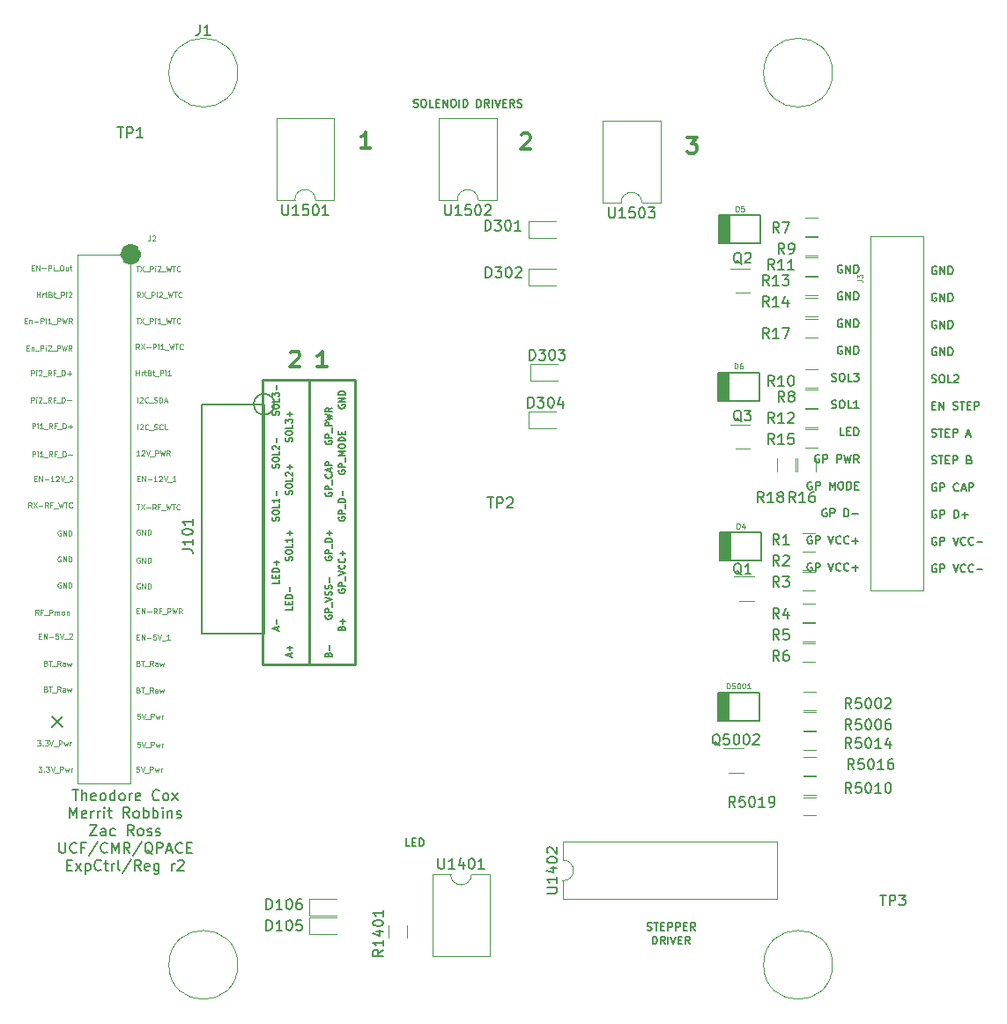
<source format=gto>
G04 #@! TF.FileFunction,Legend,Top*
%FSLAX46Y46*%
G04 Gerber Fmt 4.6, Leading zero omitted, Abs format (unit mm)*
G04 Created by KiCad (PCBNEW 4.0.6) date 12/07/17 21:07:41*
%MOMM*%
%LPD*%
G01*
G04 APERTURE LIST*
%ADD10C,0.100000*%
%ADD11C,0.300000*%
%ADD12C,0.254000*%
%ADD13C,0.158750*%
%ADD14C,0.187500*%
%ADD15C,0.120000*%
%ADD16C,0.050000*%
%ADD17C,0.127000*%
%ADD18C,0.150000*%
%ADD19C,1.016000*%
%ADD20C,0.101600*%
G04 APERTURE END LIST*
D10*
D11*
X106832615Y-85656029D02*
X106904044Y-85584600D01*
X107046901Y-85513171D01*
X107404044Y-85513171D01*
X107546901Y-85584600D01*
X107618330Y-85656029D01*
X107689758Y-85798886D01*
X107689758Y-85941743D01*
X107618330Y-86156029D01*
X106761187Y-87013171D01*
X107689758Y-87013171D01*
X110261186Y-87013171D02*
X109404043Y-87013171D01*
X109832615Y-87013171D02*
X109832615Y-85513171D01*
X109689758Y-85727457D01*
X109546900Y-85870314D01*
X109404043Y-85941743D01*
D12*
X104140000Y-115570000D02*
X108585000Y-115570000D01*
X104140000Y-88265000D02*
X104140000Y-115570000D01*
X108585000Y-88265000D02*
X104140000Y-88265000D01*
X108585000Y-89535000D02*
X108585000Y-88265000D01*
X108585000Y-88265000D02*
X108585000Y-89535000D01*
X113030000Y-88265000D02*
X108585000Y-88265000D01*
X113030000Y-115570000D02*
X113030000Y-88265000D01*
X108585000Y-115570000D02*
X113030000Y-115570000D01*
X108585000Y-89535000D02*
X108585000Y-115570000D01*
D13*
X159802285Y-77247750D02*
X159729714Y-77211464D01*
X159620857Y-77211464D01*
X159512000Y-77247750D01*
X159439428Y-77320321D01*
X159403143Y-77392893D01*
X159366857Y-77538036D01*
X159366857Y-77646893D01*
X159403143Y-77792036D01*
X159439428Y-77864607D01*
X159512000Y-77937179D01*
X159620857Y-77973464D01*
X159693428Y-77973464D01*
X159802285Y-77937179D01*
X159838571Y-77900893D01*
X159838571Y-77646893D01*
X159693428Y-77646893D01*
X160165143Y-77973464D02*
X160165143Y-77211464D01*
X160600571Y-77973464D01*
X160600571Y-77211464D01*
X160963429Y-77973464D02*
X160963429Y-77211464D01*
X161144857Y-77211464D01*
X161253714Y-77247750D01*
X161326286Y-77320321D01*
X161362571Y-77392893D01*
X161398857Y-77538036D01*
X161398857Y-77646893D01*
X161362571Y-77792036D01*
X161326286Y-77864607D01*
X161253714Y-77937179D01*
X161144857Y-77973464D01*
X160963429Y-77973464D01*
X159802285Y-79851250D02*
X159729714Y-79814964D01*
X159620857Y-79814964D01*
X159512000Y-79851250D01*
X159439428Y-79923821D01*
X159403143Y-79996393D01*
X159366857Y-80141536D01*
X159366857Y-80250393D01*
X159403143Y-80395536D01*
X159439428Y-80468107D01*
X159512000Y-80540679D01*
X159620857Y-80576964D01*
X159693428Y-80576964D01*
X159802285Y-80540679D01*
X159838571Y-80504393D01*
X159838571Y-80250393D01*
X159693428Y-80250393D01*
X160165143Y-80576964D02*
X160165143Y-79814964D01*
X160600571Y-80576964D01*
X160600571Y-79814964D01*
X160963429Y-80576964D02*
X160963429Y-79814964D01*
X161144857Y-79814964D01*
X161253714Y-79851250D01*
X161326286Y-79923821D01*
X161362571Y-79996393D01*
X161398857Y-80141536D01*
X161398857Y-80250393D01*
X161362571Y-80395536D01*
X161326286Y-80468107D01*
X161253714Y-80540679D01*
X161144857Y-80576964D01*
X160963429Y-80576964D01*
X159802285Y-82454750D02*
X159729714Y-82418464D01*
X159620857Y-82418464D01*
X159512000Y-82454750D01*
X159439428Y-82527321D01*
X159403143Y-82599893D01*
X159366857Y-82745036D01*
X159366857Y-82853893D01*
X159403143Y-82999036D01*
X159439428Y-83071607D01*
X159512000Y-83144179D01*
X159620857Y-83180464D01*
X159693428Y-83180464D01*
X159802285Y-83144179D01*
X159838571Y-83107893D01*
X159838571Y-82853893D01*
X159693428Y-82853893D01*
X160165143Y-83180464D02*
X160165143Y-82418464D01*
X160600571Y-83180464D01*
X160600571Y-82418464D01*
X160963429Y-83180464D02*
X160963429Y-82418464D01*
X161144857Y-82418464D01*
X161253714Y-82454750D01*
X161326286Y-82527321D01*
X161362571Y-82599893D01*
X161398857Y-82745036D01*
X161398857Y-82853893D01*
X161362571Y-82999036D01*
X161326286Y-83071607D01*
X161253714Y-83144179D01*
X161144857Y-83180464D01*
X160963429Y-83180464D01*
X159802285Y-85058250D02*
X159729714Y-85021964D01*
X159620857Y-85021964D01*
X159512000Y-85058250D01*
X159439428Y-85130821D01*
X159403143Y-85203393D01*
X159366857Y-85348536D01*
X159366857Y-85457393D01*
X159403143Y-85602536D01*
X159439428Y-85675107D01*
X159512000Y-85747679D01*
X159620857Y-85783964D01*
X159693428Y-85783964D01*
X159802285Y-85747679D01*
X159838571Y-85711393D01*
X159838571Y-85457393D01*
X159693428Y-85457393D01*
X160165143Y-85783964D02*
X160165143Y-85021964D01*
X160600571Y-85783964D01*
X160600571Y-85021964D01*
X160963429Y-85783964D02*
X160963429Y-85021964D01*
X161144857Y-85021964D01*
X161253714Y-85058250D01*
X161326286Y-85130821D01*
X161362571Y-85203393D01*
X161398857Y-85348536D01*
X161398857Y-85457393D01*
X161362571Y-85602536D01*
X161326286Y-85675107D01*
X161253714Y-85747679D01*
X161144857Y-85783964D01*
X160963429Y-85783964D01*
X158822572Y-88351179D02*
X158931429Y-88387464D01*
X159112858Y-88387464D01*
X159185429Y-88351179D01*
X159221715Y-88314893D01*
X159258000Y-88242321D01*
X159258000Y-88169750D01*
X159221715Y-88097179D01*
X159185429Y-88060893D01*
X159112858Y-88024607D01*
X158967715Y-87988321D01*
X158895143Y-87952036D01*
X158858858Y-87915750D01*
X158822572Y-87843179D01*
X158822572Y-87770607D01*
X158858858Y-87698036D01*
X158895143Y-87661750D01*
X158967715Y-87625464D01*
X159149143Y-87625464D01*
X159258000Y-87661750D01*
X159729714Y-87625464D02*
X159874857Y-87625464D01*
X159947429Y-87661750D01*
X160020000Y-87734321D01*
X160056286Y-87879464D01*
X160056286Y-88133464D01*
X160020000Y-88278607D01*
X159947429Y-88351179D01*
X159874857Y-88387464D01*
X159729714Y-88387464D01*
X159657143Y-88351179D01*
X159584572Y-88278607D01*
X159548286Y-88133464D01*
X159548286Y-87879464D01*
X159584572Y-87734321D01*
X159657143Y-87661750D01*
X159729714Y-87625464D01*
X160745715Y-88387464D02*
X160382858Y-88387464D01*
X160382858Y-87625464D01*
X160927143Y-87625464D02*
X161398857Y-87625464D01*
X161144857Y-87915750D01*
X161253715Y-87915750D01*
X161326286Y-87952036D01*
X161362572Y-87988321D01*
X161398857Y-88060893D01*
X161398857Y-88242321D01*
X161362572Y-88314893D01*
X161326286Y-88351179D01*
X161253715Y-88387464D01*
X161036000Y-88387464D01*
X160963429Y-88351179D01*
X160927143Y-88314893D01*
X158822572Y-90954679D02*
X158931429Y-90990964D01*
X159112858Y-90990964D01*
X159185429Y-90954679D01*
X159221715Y-90918393D01*
X159258000Y-90845821D01*
X159258000Y-90773250D01*
X159221715Y-90700679D01*
X159185429Y-90664393D01*
X159112858Y-90628107D01*
X158967715Y-90591821D01*
X158895143Y-90555536D01*
X158858858Y-90519250D01*
X158822572Y-90446679D01*
X158822572Y-90374107D01*
X158858858Y-90301536D01*
X158895143Y-90265250D01*
X158967715Y-90228964D01*
X159149143Y-90228964D01*
X159258000Y-90265250D01*
X159729714Y-90228964D02*
X159874857Y-90228964D01*
X159947429Y-90265250D01*
X160020000Y-90337821D01*
X160056286Y-90482964D01*
X160056286Y-90736964D01*
X160020000Y-90882107D01*
X159947429Y-90954679D01*
X159874857Y-90990964D01*
X159729714Y-90990964D01*
X159657143Y-90954679D01*
X159584572Y-90882107D01*
X159548286Y-90736964D01*
X159548286Y-90482964D01*
X159584572Y-90337821D01*
X159657143Y-90265250D01*
X159729714Y-90228964D01*
X160745715Y-90990964D02*
X160382858Y-90990964D01*
X160382858Y-90228964D01*
X161398857Y-90990964D02*
X160963429Y-90990964D01*
X161181143Y-90990964D02*
X161181143Y-90228964D01*
X161108572Y-90337821D01*
X161036000Y-90410393D01*
X160963429Y-90446679D01*
X160020000Y-93594464D02*
X159657143Y-93594464D01*
X159657143Y-92832464D01*
X160274000Y-93195321D02*
X160528000Y-93195321D01*
X160636857Y-93594464D02*
X160274000Y-93594464D01*
X160274000Y-92832464D01*
X160636857Y-92832464D01*
X160963429Y-93594464D02*
X160963429Y-92832464D01*
X161144857Y-92832464D01*
X161253714Y-92868750D01*
X161326286Y-92941321D01*
X161362571Y-93013893D01*
X161398857Y-93159036D01*
X161398857Y-93267893D01*
X161362571Y-93413036D01*
X161326286Y-93485607D01*
X161253714Y-93558179D01*
X161144857Y-93594464D01*
X160963429Y-93594464D01*
X157625143Y-95472250D02*
X157552572Y-95435964D01*
X157443715Y-95435964D01*
X157334858Y-95472250D01*
X157262286Y-95544821D01*
X157226001Y-95617393D01*
X157189715Y-95762536D01*
X157189715Y-95871393D01*
X157226001Y-96016536D01*
X157262286Y-96089107D01*
X157334858Y-96161679D01*
X157443715Y-96197964D01*
X157516286Y-96197964D01*
X157625143Y-96161679D01*
X157661429Y-96125393D01*
X157661429Y-95871393D01*
X157516286Y-95871393D01*
X157988001Y-96197964D02*
X157988001Y-95435964D01*
X158278286Y-95435964D01*
X158350858Y-95472250D01*
X158387143Y-95508536D01*
X158423429Y-95581107D01*
X158423429Y-95689964D01*
X158387143Y-95762536D01*
X158350858Y-95798821D01*
X158278286Y-95835107D01*
X157988001Y-95835107D01*
X159330572Y-96197964D02*
X159330572Y-95435964D01*
X159620857Y-95435964D01*
X159693429Y-95472250D01*
X159729714Y-95508536D01*
X159766000Y-95581107D01*
X159766000Y-95689964D01*
X159729714Y-95762536D01*
X159693429Y-95798821D01*
X159620857Y-95835107D01*
X159330572Y-95835107D01*
X160020000Y-95435964D02*
X160201429Y-96197964D01*
X160346572Y-95653679D01*
X160491714Y-96197964D01*
X160673143Y-95435964D01*
X161398857Y-96197964D02*
X161144857Y-95835107D01*
X160963429Y-96197964D02*
X160963429Y-95435964D01*
X161253714Y-95435964D01*
X161326286Y-95472250D01*
X161362571Y-95508536D01*
X161398857Y-95581107D01*
X161398857Y-95689964D01*
X161362571Y-95762536D01*
X161326286Y-95798821D01*
X161253714Y-95835107D01*
X160963429Y-95835107D01*
X156899428Y-98075750D02*
X156826857Y-98039464D01*
X156718000Y-98039464D01*
X156609143Y-98075750D01*
X156536571Y-98148321D01*
X156500286Y-98220893D01*
X156464000Y-98366036D01*
X156464000Y-98474893D01*
X156500286Y-98620036D01*
X156536571Y-98692607D01*
X156609143Y-98765179D01*
X156718000Y-98801464D01*
X156790571Y-98801464D01*
X156899428Y-98765179D01*
X156935714Y-98728893D01*
X156935714Y-98474893D01*
X156790571Y-98474893D01*
X157262286Y-98801464D02*
X157262286Y-98039464D01*
X157552571Y-98039464D01*
X157625143Y-98075750D01*
X157661428Y-98112036D01*
X157697714Y-98184607D01*
X157697714Y-98293464D01*
X157661428Y-98366036D01*
X157625143Y-98402321D01*
X157552571Y-98438607D01*
X157262286Y-98438607D01*
X158604857Y-98801464D02*
X158604857Y-98039464D01*
X158858857Y-98583750D01*
X159112857Y-98039464D01*
X159112857Y-98801464D01*
X159620856Y-98039464D02*
X159765999Y-98039464D01*
X159838571Y-98075750D01*
X159911142Y-98148321D01*
X159947428Y-98293464D01*
X159947428Y-98547464D01*
X159911142Y-98692607D01*
X159838571Y-98765179D01*
X159765999Y-98801464D01*
X159620856Y-98801464D01*
X159548285Y-98765179D01*
X159475714Y-98692607D01*
X159439428Y-98547464D01*
X159439428Y-98293464D01*
X159475714Y-98148321D01*
X159548285Y-98075750D01*
X159620856Y-98039464D01*
X160274000Y-98801464D02*
X160274000Y-98039464D01*
X160455428Y-98039464D01*
X160564285Y-98075750D01*
X160636857Y-98148321D01*
X160673142Y-98220893D01*
X160709428Y-98366036D01*
X160709428Y-98474893D01*
X160673142Y-98620036D01*
X160636857Y-98692607D01*
X160564285Y-98765179D01*
X160455428Y-98801464D01*
X160274000Y-98801464D01*
X161036000Y-98402321D02*
X161290000Y-98402321D01*
X161398857Y-98801464D02*
X161036000Y-98801464D01*
X161036000Y-98039464D01*
X161398857Y-98039464D01*
X158314571Y-100679250D02*
X158242000Y-100642964D01*
X158133143Y-100642964D01*
X158024286Y-100679250D01*
X157951714Y-100751821D01*
X157915429Y-100824393D01*
X157879143Y-100969536D01*
X157879143Y-101078393D01*
X157915429Y-101223536D01*
X157951714Y-101296107D01*
X158024286Y-101368679D01*
X158133143Y-101404964D01*
X158205714Y-101404964D01*
X158314571Y-101368679D01*
X158350857Y-101332393D01*
X158350857Y-101078393D01*
X158205714Y-101078393D01*
X158677429Y-101404964D02*
X158677429Y-100642964D01*
X158967714Y-100642964D01*
X159040286Y-100679250D01*
X159076571Y-100715536D01*
X159112857Y-100788107D01*
X159112857Y-100896964D01*
X159076571Y-100969536D01*
X159040286Y-101005821D01*
X158967714Y-101042107D01*
X158677429Y-101042107D01*
X160020000Y-101404964D02*
X160020000Y-100642964D01*
X160201428Y-100642964D01*
X160310285Y-100679250D01*
X160382857Y-100751821D01*
X160419142Y-100824393D01*
X160455428Y-100969536D01*
X160455428Y-101078393D01*
X160419142Y-101223536D01*
X160382857Y-101296107D01*
X160310285Y-101368679D01*
X160201428Y-101404964D01*
X160020000Y-101404964D01*
X160782000Y-101114679D02*
X161362571Y-101114679D01*
X156899428Y-103282750D02*
X156826857Y-103246464D01*
X156718000Y-103246464D01*
X156609143Y-103282750D01*
X156536571Y-103355321D01*
X156500286Y-103427893D01*
X156464000Y-103573036D01*
X156464000Y-103681893D01*
X156500286Y-103827036D01*
X156536571Y-103899607D01*
X156609143Y-103972179D01*
X156718000Y-104008464D01*
X156790571Y-104008464D01*
X156899428Y-103972179D01*
X156935714Y-103935893D01*
X156935714Y-103681893D01*
X156790571Y-103681893D01*
X157262286Y-104008464D02*
X157262286Y-103246464D01*
X157552571Y-103246464D01*
X157625143Y-103282750D01*
X157661428Y-103319036D01*
X157697714Y-103391607D01*
X157697714Y-103500464D01*
X157661428Y-103573036D01*
X157625143Y-103609321D01*
X157552571Y-103645607D01*
X157262286Y-103645607D01*
X158495999Y-103246464D02*
X158749999Y-104008464D01*
X159003999Y-103246464D01*
X159693428Y-103935893D02*
X159657142Y-103972179D01*
X159548285Y-104008464D01*
X159475714Y-104008464D01*
X159366857Y-103972179D01*
X159294285Y-103899607D01*
X159258000Y-103827036D01*
X159221714Y-103681893D01*
X159221714Y-103573036D01*
X159258000Y-103427893D01*
X159294285Y-103355321D01*
X159366857Y-103282750D01*
X159475714Y-103246464D01*
X159548285Y-103246464D01*
X159657142Y-103282750D01*
X159693428Y-103319036D01*
X160455428Y-103935893D02*
X160419142Y-103972179D01*
X160310285Y-104008464D01*
X160237714Y-104008464D01*
X160128857Y-103972179D01*
X160056285Y-103899607D01*
X160020000Y-103827036D01*
X159983714Y-103681893D01*
X159983714Y-103573036D01*
X160020000Y-103427893D01*
X160056285Y-103355321D01*
X160128857Y-103282750D01*
X160237714Y-103246464D01*
X160310285Y-103246464D01*
X160419142Y-103282750D01*
X160455428Y-103319036D01*
X160782000Y-103718179D02*
X161362571Y-103718179D01*
X161072285Y-104008464D02*
X161072285Y-103427893D01*
X156899428Y-105886250D02*
X156826857Y-105849964D01*
X156718000Y-105849964D01*
X156609143Y-105886250D01*
X156536571Y-105958821D01*
X156500286Y-106031393D01*
X156464000Y-106176536D01*
X156464000Y-106285393D01*
X156500286Y-106430536D01*
X156536571Y-106503107D01*
X156609143Y-106575679D01*
X156718000Y-106611964D01*
X156790571Y-106611964D01*
X156899428Y-106575679D01*
X156935714Y-106539393D01*
X156935714Y-106285393D01*
X156790571Y-106285393D01*
X157262286Y-106611964D02*
X157262286Y-105849964D01*
X157552571Y-105849964D01*
X157625143Y-105886250D01*
X157661428Y-105922536D01*
X157697714Y-105995107D01*
X157697714Y-106103964D01*
X157661428Y-106176536D01*
X157625143Y-106212821D01*
X157552571Y-106249107D01*
X157262286Y-106249107D01*
X158495999Y-105849964D02*
X158749999Y-106611964D01*
X159003999Y-105849964D01*
X159693428Y-106539393D02*
X159657142Y-106575679D01*
X159548285Y-106611964D01*
X159475714Y-106611964D01*
X159366857Y-106575679D01*
X159294285Y-106503107D01*
X159258000Y-106430536D01*
X159221714Y-106285393D01*
X159221714Y-106176536D01*
X159258000Y-106031393D01*
X159294285Y-105958821D01*
X159366857Y-105886250D01*
X159475714Y-105849964D01*
X159548285Y-105849964D01*
X159657142Y-105886250D01*
X159693428Y-105922536D01*
X160455428Y-106539393D02*
X160419142Y-106575679D01*
X160310285Y-106611964D01*
X160237714Y-106611964D01*
X160128857Y-106575679D01*
X160056285Y-106503107D01*
X160020000Y-106430536D01*
X159983714Y-106285393D01*
X159983714Y-106176536D01*
X160020000Y-106031393D01*
X160056285Y-105958821D01*
X160128857Y-105886250D01*
X160237714Y-105849964D01*
X160310285Y-105849964D01*
X160419142Y-105886250D01*
X160455428Y-105922536D01*
X160782000Y-106321679D02*
X161362571Y-106321679D01*
X161072285Y-106611964D02*
X161072285Y-106031393D01*
X168855571Y-77374750D02*
X168783000Y-77338464D01*
X168674143Y-77338464D01*
X168565286Y-77374750D01*
X168492714Y-77447321D01*
X168456429Y-77519893D01*
X168420143Y-77665036D01*
X168420143Y-77773893D01*
X168456429Y-77919036D01*
X168492714Y-77991607D01*
X168565286Y-78064179D01*
X168674143Y-78100464D01*
X168746714Y-78100464D01*
X168855571Y-78064179D01*
X168891857Y-78027893D01*
X168891857Y-77773893D01*
X168746714Y-77773893D01*
X169218429Y-78100464D02*
X169218429Y-77338464D01*
X169653857Y-78100464D01*
X169653857Y-77338464D01*
X170016715Y-78100464D02*
X170016715Y-77338464D01*
X170198143Y-77338464D01*
X170307000Y-77374750D01*
X170379572Y-77447321D01*
X170415857Y-77519893D01*
X170452143Y-77665036D01*
X170452143Y-77773893D01*
X170415857Y-77919036D01*
X170379572Y-77991607D01*
X170307000Y-78064179D01*
X170198143Y-78100464D01*
X170016715Y-78100464D01*
X168855571Y-79978250D02*
X168783000Y-79941964D01*
X168674143Y-79941964D01*
X168565286Y-79978250D01*
X168492714Y-80050821D01*
X168456429Y-80123393D01*
X168420143Y-80268536D01*
X168420143Y-80377393D01*
X168456429Y-80522536D01*
X168492714Y-80595107D01*
X168565286Y-80667679D01*
X168674143Y-80703964D01*
X168746714Y-80703964D01*
X168855571Y-80667679D01*
X168891857Y-80631393D01*
X168891857Y-80377393D01*
X168746714Y-80377393D01*
X169218429Y-80703964D02*
X169218429Y-79941964D01*
X169653857Y-80703964D01*
X169653857Y-79941964D01*
X170016715Y-80703964D02*
X170016715Y-79941964D01*
X170198143Y-79941964D01*
X170307000Y-79978250D01*
X170379572Y-80050821D01*
X170415857Y-80123393D01*
X170452143Y-80268536D01*
X170452143Y-80377393D01*
X170415857Y-80522536D01*
X170379572Y-80595107D01*
X170307000Y-80667679D01*
X170198143Y-80703964D01*
X170016715Y-80703964D01*
X168855571Y-82581750D02*
X168783000Y-82545464D01*
X168674143Y-82545464D01*
X168565286Y-82581750D01*
X168492714Y-82654321D01*
X168456429Y-82726893D01*
X168420143Y-82872036D01*
X168420143Y-82980893D01*
X168456429Y-83126036D01*
X168492714Y-83198607D01*
X168565286Y-83271179D01*
X168674143Y-83307464D01*
X168746714Y-83307464D01*
X168855571Y-83271179D01*
X168891857Y-83234893D01*
X168891857Y-82980893D01*
X168746714Y-82980893D01*
X169218429Y-83307464D02*
X169218429Y-82545464D01*
X169653857Y-83307464D01*
X169653857Y-82545464D01*
X170016715Y-83307464D02*
X170016715Y-82545464D01*
X170198143Y-82545464D01*
X170307000Y-82581750D01*
X170379572Y-82654321D01*
X170415857Y-82726893D01*
X170452143Y-82872036D01*
X170452143Y-82980893D01*
X170415857Y-83126036D01*
X170379572Y-83198607D01*
X170307000Y-83271179D01*
X170198143Y-83307464D01*
X170016715Y-83307464D01*
X168855571Y-85185250D02*
X168783000Y-85148964D01*
X168674143Y-85148964D01*
X168565286Y-85185250D01*
X168492714Y-85257821D01*
X168456429Y-85330393D01*
X168420143Y-85475536D01*
X168420143Y-85584393D01*
X168456429Y-85729536D01*
X168492714Y-85802107D01*
X168565286Y-85874679D01*
X168674143Y-85910964D01*
X168746714Y-85910964D01*
X168855571Y-85874679D01*
X168891857Y-85838393D01*
X168891857Y-85584393D01*
X168746714Y-85584393D01*
X169218429Y-85910964D02*
X169218429Y-85148964D01*
X169653857Y-85910964D01*
X169653857Y-85148964D01*
X170016715Y-85910964D02*
X170016715Y-85148964D01*
X170198143Y-85148964D01*
X170307000Y-85185250D01*
X170379572Y-85257821D01*
X170415857Y-85330393D01*
X170452143Y-85475536D01*
X170452143Y-85584393D01*
X170415857Y-85729536D01*
X170379572Y-85802107D01*
X170307000Y-85874679D01*
X170198143Y-85910964D01*
X170016715Y-85910964D01*
X168420143Y-88478179D02*
X168529000Y-88514464D01*
X168710429Y-88514464D01*
X168783000Y-88478179D01*
X168819286Y-88441893D01*
X168855571Y-88369321D01*
X168855571Y-88296750D01*
X168819286Y-88224179D01*
X168783000Y-88187893D01*
X168710429Y-88151607D01*
X168565286Y-88115321D01*
X168492714Y-88079036D01*
X168456429Y-88042750D01*
X168420143Y-87970179D01*
X168420143Y-87897607D01*
X168456429Y-87825036D01*
X168492714Y-87788750D01*
X168565286Y-87752464D01*
X168746714Y-87752464D01*
X168855571Y-87788750D01*
X169327285Y-87752464D02*
X169472428Y-87752464D01*
X169545000Y-87788750D01*
X169617571Y-87861321D01*
X169653857Y-88006464D01*
X169653857Y-88260464D01*
X169617571Y-88405607D01*
X169545000Y-88478179D01*
X169472428Y-88514464D01*
X169327285Y-88514464D01*
X169254714Y-88478179D01*
X169182143Y-88405607D01*
X169145857Y-88260464D01*
X169145857Y-88006464D01*
X169182143Y-87861321D01*
X169254714Y-87788750D01*
X169327285Y-87752464D01*
X170343286Y-88514464D02*
X169980429Y-88514464D01*
X169980429Y-87752464D01*
X170561000Y-87825036D02*
X170597286Y-87788750D01*
X170669857Y-87752464D01*
X170851286Y-87752464D01*
X170923857Y-87788750D01*
X170960143Y-87825036D01*
X170996428Y-87897607D01*
X170996428Y-87970179D01*
X170960143Y-88079036D01*
X170524714Y-88514464D01*
X170996428Y-88514464D01*
X168456429Y-90718821D02*
X168710429Y-90718821D01*
X168819286Y-91117964D02*
X168456429Y-91117964D01*
X168456429Y-90355964D01*
X168819286Y-90355964D01*
X169145858Y-91117964D02*
X169145858Y-90355964D01*
X169581286Y-91117964D01*
X169581286Y-90355964D01*
X170488429Y-91081679D02*
X170597286Y-91117964D01*
X170778715Y-91117964D01*
X170851286Y-91081679D01*
X170887572Y-91045393D01*
X170923857Y-90972821D01*
X170923857Y-90900250D01*
X170887572Y-90827679D01*
X170851286Y-90791393D01*
X170778715Y-90755107D01*
X170633572Y-90718821D01*
X170561000Y-90682536D01*
X170524715Y-90646250D01*
X170488429Y-90573679D01*
X170488429Y-90501107D01*
X170524715Y-90428536D01*
X170561000Y-90392250D01*
X170633572Y-90355964D01*
X170815000Y-90355964D01*
X170923857Y-90392250D01*
X171141571Y-90355964D02*
X171577000Y-90355964D01*
X171359286Y-91117964D02*
X171359286Y-90355964D01*
X171831000Y-90718821D02*
X172085000Y-90718821D01*
X172193857Y-91117964D02*
X171831000Y-91117964D01*
X171831000Y-90355964D01*
X172193857Y-90355964D01*
X172520429Y-91117964D02*
X172520429Y-90355964D01*
X172810714Y-90355964D01*
X172883286Y-90392250D01*
X172919571Y-90428536D01*
X172955857Y-90501107D01*
X172955857Y-90609964D01*
X172919571Y-90682536D01*
X172883286Y-90718821D01*
X172810714Y-90755107D01*
X172520429Y-90755107D01*
X168420143Y-93685179D02*
X168529000Y-93721464D01*
X168710429Y-93721464D01*
X168783000Y-93685179D01*
X168819286Y-93648893D01*
X168855571Y-93576321D01*
X168855571Y-93503750D01*
X168819286Y-93431179D01*
X168783000Y-93394893D01*
X168710429Y-93358607D01*
X168565286Y-93322321D01*
X168492714Y-93286036D01*
X168456429Y-93249750D01*
X168420143Y-93177179D01*
X168420143Y-93104607D01*
X168456429Y-93032036D01*
X168492714Y-92995750D01*
X168565286Y-92959464D01*
X168746714Y-92959464D01*
X168855571Y-92995750D01*
X169073285Y-92959464D02*
X169508714Y-92959464D01*
X169291000Y-93721464D02*
X169291000Y-92959464D01*
X169762714Y-93322321D02*
X170016714Y-93322321D01*
X170125571Y-93721464D02*
X169762714Y-93721464D01*
X169762714Y-92959464D01*
X170125571Y-92959464D01*
X170452143Y-93721464D02*
X170452143Y-92959464D01*
X170742428Y-92959464D01*
X170815000Y-92995750D01*
X170851285Y-93032036D01*
X170887571Y-93104607D01*
X170887571Y-93213464D01*
X170851285Y-93286036D01*
X170815000Y-93322321D01*
X170742428Y-93358607D01*
X170452143Y-93358607D01*
X171758428Y-93503750D02*
X172121285Y-93503750D01*
X171685856Y-93721464D02*
X171939856Y-92959464D01*
X172193856Y-93721464D01*
X168420143Y-96288679D02*
X168529000Y-96324964D01*
X168710429Y-96324964D01*
X168783000Y-96288679D01*
X168819286Y-96252393D01*
X168855571Y-96179821D01*
X168855571Y-96107250D01*
X168819286Y-96034679D01*
X168783000Y-95998393D01*
X168710429Y-95962107D01*
X168565286Y-95925821D01*
X168492714Y-95889536D01*
X168456429Y-95853250D01*
X168420143Y-95780679D01*
X168420143Y-95708107D01*
X168456429Y-95635536D01*
X168492714Y-95599250D01*
X168565286Y-95562964D01*
X168746714Y-95562964D01*
X168855571Y-95599250D01*
X169073285Y-95562964D02*
X169508714Y-95562964D01*
X169291000Y-96324964D02*
X169291000Y-95562964D01*
X169762714Y-95925821D02*
X170016714Y-95925821D01*
X170125571Y-96324964D02*
X169762714Y-96324964D01*
X169762714Y-95562964D01*
X170125571Y-95562964D01*
X170452143Y-96324964D02*
X170452143Y-95562964D01*
X170742428Y-95562964D01*
X170815000Y-95599250D01*
X170851285Y-95635536D01*
X170887571Y-95708107D01*
X170887571Y-95816964D01*
X170851285Y-95889536D01*
X170815000Y-95925821D01*
X170742428Y-95962107D01*
X170452143Y-95962107D01*
X172048714Y-95925821D02*
X172157571Y-95962107D01*
X172193856Y-95998393D01*
X172230142Y-96070964D01*
X172230142Y-96179821D01*
X172193856Y-96252393D01*
X172157571Y-96288679D01*
X172084999Y-96324964D01*
X171794714Y-96324964D01*
X171794714Y-95562964D01*
X172048714Y-95562964D01*
X172121285Y-95599250D01*
X172157571Y-95635536D01*
X172193856Y-95708107D01*
X172193856Y-95780679D01*
X172157571Y-95853250D01*
X172121285Y-95889536D01*
X172048714Y-95925821D01*
X171794714Y-95925821D01*
X168855571Y-98202750D02*
X168783000Y-98166464D01*
X168674143Y-98166464D01*
X168565286Y-98202750D01*
X168492714Y-98275321D01*
X168456429Y-98347893D01*
X168420143Y-98493036D01*
X168420143Y-98601893D01*
X168456429Y-98747036D01*
X168492714Y-98819607D01*
X168565286Y-98892179D01*
X168674143Y-98928464D01*
X168746714Y-98928464D01*
X168855571Y-98892179D01*
X168891857Y-98855893D01*
X168891857Y-98601893D01*
X168746714Y-98601893D01*
X169218429Y-98928464D02*
X169218429Y-98166464D01*
X169508714Y-98166464D01*
X169581286Y-98202750D01*
X169617571Y-98239036D01*
X169653857Y-98311607D01*
X169653857Y-98420464D01*
X169617571Y-98493036D01*
X169581286Y-98529321D01*
X169508714Y-98565607D01*
X169218429Y-98565607D01*
X170996428Y-98855893D02*
X170960142Y-98892179D01*
X170851285Y-98928464D01*
X170778714Y-98928464D01*
X170669857Y-98892179D01*
X170597285Y-98819607D01*
X170561000Y-98747036D01*
X170524714Y-98601893D01*
X170524714Y-98493036D01*
X170561000Y-98347893D01*
X170597285Y-98275321D01*
X170669857Y-98202750D01*
X170778714Y-98166464D01*
X170851285Y-98166464D01*
X170960142Y-98202750D01*
X170996428Y-98239036D01*
X171286714Y-98710750D02*
X171649571Y-98710750D01*
X171214142Y-98928464D02*
X171468142Y-98166464D01*
X171722142Y-98928464D01*
X171976143Y-98928464D02*
X171976143Y-98166464D01*
X172266428Y-98166464D01*
X172339000Y-98202750D01*
X172375285Y-98239036D01*
X172411571Y-98311607D01*
X172411571Y-98420464D01*
X172375285Y-98493036D01*
X172339000Y-98529321D01*
X172266428Y-98565607D01*
X171976143Y-98565607D01*
X168855571Y-100806250D02*
X168783000Y-100769964D01*
X168674143Y-100769964D01*
X168565286Y-100806250D01*
X168492714Y-100878821D01*
X168456429Y-100951393D01*
X168420143Y-101096536D01*
X168420143Y-101205393D01*
X168456429Y-101350536D01*
X168492714Y-101423107D01*
X168565286Y-101495679D01*
X168674143Y-101531964D01*
X168746714Y-101531964D01*
X168855571Y-101495679D01*
X168891857Y-101459393D01*
X168891857Y-101205393D01*
X168746714Y-101205393D01*
X169218429Y-101531964D02*
X169218429Y-100769964D01*
X169508714Y-100769964D01*
X169581286Y-100806250D01*
X169617571Y-100842536D01*
X169653857Y-100915107D01*
X169653857Y-101023964D01*
X169617571Y-101096536D01*
X169581286Y-101132821D01*
X169508714Y-101169107D01*
X169218429Y-101169107D01*
X170561000Y-101531964D02*
X170561000Y-100769964D01*
X170742428Y-100769964D01*
X170851285Y-100806250D01*
X170923857Y-100878821D01*
X170960142Y-100951393D01*
X170996428Y-101096536D01*
X170996428Y-101205393D01*
X170960142Y-101350536D01*
X170923857Y-101423107D01*
X170851285Y-101495679D01*
X170742428Y-101531964D01*
X170561000Y-101531964D01*
X171323000Y-101241679D02*
X171903571Y-101241679D01*
X171613285Y-101531964D02*
X171613285Y-100951393D01*
X168855571Y-103409750D02*
X168783000Y-103373464D01*
X168674143Y-103373464D01*
X168565286Y-103409750D01*
X168492714Y-103482321D01*
X168456429Y-103554893D01*
X168420143Y-103700036D01*
X168420143Y-103808893D01*
X168456429Y-103954036D01*
X168492714Y-104026607D01*
X168565286Y-104099179D01*
X168674143Y-104135464D01*
X168746714Y-104135464D01*
X168855571Y-104099179D01*
X168891857Y-104062893D01*
X168891857Y-103808893D01*
X168746714Y-103808893D01*
X169218429Y-104135464D02*
X169218429Y-103373464D01*
X169508714Y-103373464D01*
X169581286Y-103409750D01*
X169617571Y-103446036D01*
X169653857Y-103518607D01*
X169653857Y-103627464D01*
X169617571Y-103700036D01*
X169581286Y-103736321D01*
X169508714Y-103772607D01*
X169218429Y-103772607D01*
X170452142Y-103373464D02*
X170706142Y-104135464D01*
X170960142Y-103373464D01*
X171649571Y-104062893D02*
X171613285Y-104099179D01*
X171504428Y-104135464D01*
X171431857Y-104135464D01*
X171323000Y-104099179D01*
X171250428Y-104026607D01*
X171214143Y-103954036D01*
X171177857Y-103808893D01*
X171177857Y-103700036D01*
X171214143Y-103554893D01*
X171250428Y-103482321D01*
X171323000Y-103409750D01*
X171431857Y-103373464D01*
X171504428Y-103373464D01*
X171613285Y-103409750D01*
X171649571Y-103446036D01*
X172411571Y-104062893D02*
X172375285Y-104099179D01*
X172266428Y-104135464D01*
X172193857Y-104135464D01*
X172085000Y-104099179D01*
X172012428Y-104026607D01*
X171976143Y-103954036D01*
X171939857Y-103808893D01*
X171939857Y-103700036D01*
X171976143Y-103554893D01*
X172012428Y-103482321D01*
X172085000Y-103409750D01*
X172193857Y-103373464D01*
X172266428Y-103373464D01*
X172375285Y-103409750D01*
X172411571Y-103446036D01*
X172738143Y-103845179D02*
X173318714Y-103845179D01*
X168855571Y-106013250D02*
X168783000Y-105976964D01*
X168674143Y-105976964D01*
X168565286Y-106013250D01*
X168492714Y-106085821D01*
X168456429Y-106158393D01*
X168420143Y-106303536D01*
X168420143Y-106412393D01*
X168456429Y-106557536D01*
X168492714Y-106630107D01*
X168565286Y-106702679D01*
X168674143Y-106738964D01*
X168746714Y-106738964D01*
X168855571Y-106702679D01*
X168891857Y-106666393D01*
X168891857Y-106412393D01*
X168746714Y-106412393D01*
X169218429Y-106738964D02*
X169218429Y-105976964D01*
X169508714Y-105976964D01*
X169581286Y-106013250D01*
X169617571Y-106049536D01*
X169653857Y-106122107D01*
X169653857Y-106230964D01*
X169617571Y-106303536D01*
X169581286Y-106339821D01*
X169508714Y-106376107D01*
X169218429Y-106376107D01*
X170452142Y-105976964D02*
X170706142Y-106738964D01*
X170960142Y-105976964D01*
X171649571Y-106666393D02*
X171613285Y-106702679D01*
X171504428Y-106738964D01*
X171431857Y-106738964D01*
X171323000Y-106702679D01*
X171250428Y-106630107D01*
X171214143Y-106557536D01*
X171177857Y-106412393D01*
X171177857Y-106303536D01*
X171214143Y-106158393D01*
X171250428Y-106085821D01*
X171323000Y-106013250D01*
X171431857Y-105976964D01*
X171504428Y-105976964D01*
X171613285Y-106013250D01*
X171649571Y-106049536D01*
X172411571Y-106666393D02*
X172375285Y-106702679D01*
X172266428Y-106738964D01*
X172193857Y-106738964D01*
X172085000Y-106702679D01*
X172012428Y-106630107D01*
X171976143Y-106557536D01*
X171939857Y-106412393D01*
X171939857Y-106303536D01*
X171976143Y-106158393D01*
X172012428Y-106085821D01*
X172085000Y-106013250D01*
X172193857Y-105976964D01*
X172266428Y-105976964D01*
X172375285Y-106013250D01*
X172411571Y-106049536D01*
X172738143Y-106448679D02*
X173318714Y-106448679D01*
X110172500Y-99090238D02*
X110142262Y-99150715D01*
X110142262Y-99241429D01*
X110172500Y-99332143D01*
X110232976Y-99392619D01*
X110293452Y-99422858D01*
X110414405Y-99453096D01*
X110505119Y-99453096D01*
X110626071Y-99422858D01*
X110686548Y-99392619D01*
X110747024Y-99332143D01*
X110777262Y-99241429D01*
X110777262Y-99180953D01*
X110747024Y-99090238D01*
X110716786Y-99060000D01*
X110505119Y-99060000D01*
X110505119Y-99180953D01*
X110777262Y-98787858D02*
X110142262Y-98787858D01*
X110142262Y-98545953D01*
X110172500Y-98485477D01*
X110202738Y-98455238D01*
X110263214Y-98425000D01*
X110353929Y-98425000D01*
X110414405Y-98455238D01*
X110444643Y-98485477D01*
X110474881Y-98545953D01*
X110474881Y-98787858D01*
X110837738Y-98304048D02*
X110837738Y-97820238D01*
X110716786Y-97306190D02*
X110747024Y-97336428D01*
X110777262Y-97427143D01*
X110777262Y-97487619D01*
X110747024Y-97578333D01*
X110686548Y-97638809D01*
X110626071Y-97669048D01*
X110505119Y-97699286D01*
X110414405Y-97699286D01*
X110293452Y-97669048D01*
X110232976Y-97638809D01*
X110172500Y-97578333D01*
X110142262Y-97487619D01*
X110142262Y-97427143D01*
X110172500Y-97336428D01*
X110202738Y-97306190D01*
X110595833Y-97064286D02*
X110595833Y-96761905D01*
X110777262Y-97124762D02*
X110142262Y-96913095D01*
X110777262Y-96701428D01*
X110777262Y-96489762D02*
X110142262Y-96489762D01*
X110142262Y-96247857D01*
X110172500Y-96187381D01*
X110202738Y-96157142D01*
X110263214Y-96126904D01*
X110353929Y-96126904D01*
X110414405Y-96157142D01*
X110444643Y-96187381D01*
X110474881Y-96247857D01*
X110474881Y-96489762D01*
X111442500Y-96943333D02*
X111412262Y-97003810D01*
X111412262Y-97094524D01*
X111442500Y-97185238D01*
X111502976Y-97245714D01*
X111563452Y-97275953D01*
X111684405Y-97306191D01*
X111775119Y-97306191D01*
X111896071Y-97275953D01*
X111956548Y-97245714D01*
X112017024Y-97185238D01*
X112047262Y-97094524D01*
X112047262Y-97034048D01*
X112017024Y-96943333D01*
X111986786Y-96913095D01*
X111775119Y-96913095D01*
X111775119Y-97034048D01*
X112047262Y-96640953D02*
X111412262Y-96640953D01*
X111412262Y-96399048D01*
X111442500Y-96338572D01*
X111472738Y-96308333D01*
X111533214Y-96278095D01*
X111623929Y-96278095D01*
X111684405Y-96308333D01*
X111714643Y-96338572D01*
X111744881Y-96399048D01*
X111744881Y-96640953D01*
X112107738Y-96157143D02*
X112107738Y-95673333D01*
X112047262Y-95522143D02*
X111412262Y-95522143D01*
X111865833Y-95310476D01*
X111412262Y-95098809D01*
X112047262Y-95098809D01*
X111412262Y-94675476D02*
X111412262Y-94554524D01*
X111442500Y-94494048D01*
X111502976Y-94433571D01*
X111623929Y-94403333D01*
X111835595Y-94403333D01*
X111956548Y-94433571D01*
X112017024Y-94494048D01*
X112047262Y-94554524D01*
X112047262Y-94675476D01*
X112017024Y-94735952D01*
X111956548Y-94796429D01*
X111835595Y-94826667D01*
X111623929Y-94826667D01*
X111502976Y-94796429D01*
X111442500Y-94735952D01*
X111412262Y-94675476D01*
X112047262Y-94131191D02*
X111412262Y-94131191D01*
X111412262Y-93980000D01*
X111442500Y-93889286D01*
X111502976Y-93828810D01*
X111563452Y-93798571D01*
X111684405Y-93768333D01*
X111775119Y-93768333D01*
X111896071Y-93798571D01*
X111956548Y-93828810D01*
X112017024Y-93889286D01*
X112047262Y-93980000D01*
X112047262Y-94131191D01*
X111714643Y-93496191D02*
X111714643Y-93284524D01*
X112047262Y-93193810D02*
X112047262Y-93496191D01*
X111412262Y-93496191D01*
X111412262Y-93193810D01*
X110172500Y-94100952D02*
X110142262Y-94161429D01*
X110142262Y-94252143D01*
X110172500Y-94342857D01*
X110232976Y-94403333D01*
X110293452Y-94433572D01*
X110414405Y-94463810D01*
X110505119Y-94463810D01*
X110626071Y-94433572D01*
X110686548Y-94403333D01*
X110747024Y-94342857D01*
X110777262Y-94252143D01*
X110777262Y-94191667D01*
X110747024Y-94100952D01*
X110716786Y-94070714D01*
X110505119Y-94070714D01*
X110505119Y-94191667D01*
X110777262Y-93798572D02*
X110142262Y-93798572D01*
X110142262Y-93556667D01*
X110172500Y-93496191D01*
X110202738Y-93465952D01*
X110263214Y-93435714D01*
X110353929Y-93435714D01*
X110414405Y-93465952D01*
X110444643Y-93496191D01*
X110474881Y-93556667D01*
X110474881Y-93798572D01*
X110837738Y-93314762D02*
X110837738Y-92830952D01*
X110777262Y-92679762D02*
X110142262Y-92679762D01*
X110142262Y-92437857D01*
X110172500Y-92377381D01*
X110202738Y-92347142D01*
X110263214Y-92316904D01*
X110353929Y-92316904D01*
X110414405Y-92347142D01*
X110444643Y-92377381D01*
X110474881Y-92437857D01*
X110474881Y-92679762D01*
X110142262Y-92105238D02*
X110777262Y-91954047D01*
X110323690Y-91833095D01*
X110777262Y-91712142D01*
X110142262Y-91560952D01*
X110777262Y-90956190D02*
X110474881Y-91167857D01*
X110777262Y-91319048D02*
X110142262Y-91319048D01*
X110142262Y-91077143D01*
X110172500Y-91016667D01*
X110202738Y-90986428D01*
X110263214Y-90956190D01*
X110353929Y-90956190D01*
X110414405Y-90986428D01*
X110444643Y-91016667D01*
X110474881Y-91077143D01*
X110474881Y-91319048D01*
X111442500Y-90653809D02*
X111412262Y-90714286D01*
X111412262Y-90805000D01*
X111442500Y-90895714D01*
X111502976Y-90956190D01*
X111563452Y-90986429D01*
X111684405Y-91016667D01*
X111775119Y-91016667D01*
X111896071Y-90986429D01*
X111956548Y-90956190D01*
X112017024Y-90895714D01*
X112047262Y-90805000D01*
X112047262Y-90744524D01*
X112017024Y-90653809D01*
X111986786Y-90623571D01*
X111775119Y-90623571D01*
X111775119Y-90744524D01*
X112047262Y-90351429D02*
X111412262Y-90351429D01*
X112047262Y-89988571D01*
X111412262Y-89988571D01*
X112047262Y-89686191D02*
X111412262Y-89686191D01*
X111412262Y-89535000D01*
X111442500Y-89444286D01*
X111502976Y-89383810D01*
X111563452Y-89353571D01*
X111684405Y-89323333D01*
X111775119Y-89323333D01*
X111896071Y-89353571D01*
X111956548Y-89383810D01*
X112017024Y-89444286D01*
X112047262Y-89535000D01*
X112047262Y-89686191D01*
X105667024Y-91636548D02*
X105697262Y-91545833D01*
X105697262Y-91394643D01*
X105667024Y-91334167D01*
X105636786Y-91303929D01*
X105576310Y-91273690D01*
X105515833Y-91273690D01*
X105455357Y-91303929D01*
X105425119Y-91334167D01*
X105394881Y-91394643D01*
X105364643Y-91515595D01*
X105334405Y-91576071D01*
X105304167Y-91606310D01*
X105243690Y-91636548D01*
X105183214Y-91636548D01*
X105122738Y-91606310D01*
X105092500Y-91576071D01*
X105062262Y-91515595D01*
X105062262Y-91364405D01*
X105092500Y-91273690D01*
X105062262Y-90880595D02*
X105062262Y-90759643D01*
X105092500Y-90699167D01*
X105152976Y-90638690D01*
X105273929Y-90608452D01*
X105485595Y-90608452D01*
X105606548Y-90638690D01*
X105667024Y-90699167D01*
X105697262Y-90759643D01*
X105697262Y-90880595D01*
X105667024Y-90941071D01*
X105606548Y-91001548D01*
X105485595Y-91031786D01*
X105273929Y-91031786D01*
X105152976Y-91001548D01*
X105092500Y-90941071D01*
X105062262Y-90880595D01*
X105697262Y-90033929D02*
X105697262Y-90336310D01*
X105062262Y-90336310D01*
X105062262Y-89882738D02*
X105062262Y-89489642D01*
X105304167Y-89701309D01*
X105304167Y-89610595D01*
X105334405Y-89550119D01*
X105364643Y-89519881D01*
X105425119Y-89489642D01*
X105576310Y-89489642D01*
X105636786Y-89519881D01*
X105667024Y-89550119D01*
X105697262Y-89610595D01*
X105697262Y-89792023D01*
X105667024Y-89852500D01*
X105636786Y-89882738D01*
X105455357Y-89217500D02*
X105455357Y-88733690D01*
X106937024Y-94176548D02*
X106967262Y-94085833D01*
X106967262Y-93934643D01*
X106937024Y-93874167D01*
X106906786Y-93843929D01*
X106846310Y-93813690D01*
X106785833Y-93813690D01*
X106725357Y-93843929D01*
X106695119Y-93874167D01*
X106664881Y-93934643D01*
X106634643Y-94055595D01*
X106604405Y-94116071D01*
X106574167Y-94146310D01*
X106513690Y-94176548D01*
X106453214Y-94176548D01*
X106392738Y-94146310D01*
X106362500Y-94116071D01*
X106332262Y-94055595D01*
X106332262Y-93904405D01*
X106362500Y-93813690D01*
X106332262Y-93420595D02*
X106332262Y-93299643D01*
X106362500Y-93239167D01*
X106422976Y-93178690D01*
X106543929Y-93148452D01*
X106755595Y-93148452D01*
X106876548Y-93178690D01*
X106937024Y-93239167D01*
X106967262Y-93299643D01*
X106967262Y-93420595D01*
X106937024Y-93481071D01*
X106876548Y-93541548D01*
X106755595Y-93571786D01*
X106543929Y-93571786D01*
X106422976Y-93541548D01*
X106362500Y-93481071D01*
X106332262Y-93420595D01*
X106967262Y-92573929D02*
X106967262Y-92876310D01*
X106332262Y-92876310D01*
X106332262Y-92422738D02*
X106332262Y-92029642D01*
X106574167Y-92241309D01*
X106574167Y-92150595D01*
X106604405Y-92090119D01*
X106634643Y-92059881D01*
X106695119Y-92029642D01*
X106846310Y-92029642D01*
X106906786Y-92059881D01*
X106937024Y-92090119D01*
X106967262Y-92150595D01*
X106967262Y-92332023D01*
X106937024Y-92392500D01*
X106906786Y-92422738D01*
X106725357Y-91757500D02*
X106725357Y-91273690D01*
X106967262Y-91515595D02*
X106483452Y-91515595D01*
X105667024Y-96716548D02*
X105697262Y-96625833D01*
X105697262Y-96474643D01*
X105667024Y-96414167D01*
X105636786Y-96383929D01*
X105576310Y-96353690D01*
X105515833Y-96353690D01*
X105455357Y-96383929D01*
X105425119Y-96414167D01*
X105394881Y-96474643D01*
X105364643Y-96595595D01*
X105334405Y-96656071D01*
X105304167Y-96686310D01*
X105243690Y-96716548D01*
X105183214Y-96716548D01*
X105122738Y-96686310D01*
X105092500Y-96656071D01*
X105062262Y-96595595D01*
X105062262Y-96444405D01*
X105092500Y-96353690D01*
X105062262Y-95960595D02*
X105062262Y-95839643D01*
X105092500Y-95779167D01*
X105152976Y-95718690D01*
X105273929Y-95688452D01*
X105485595Y-95688452D01*
X105606548Y-95718690D01*
X105667024Y-95779167D01*
X105697262Y-95839643D01*
X105697262Y-95960595D01*
X105667024Y-96021071D01*
X105606548Y-96081548D01*
X105485595Y-96111786D01*
X105273929Y-96111786D01*
X105152976Y-96081548D01*
X105092500Y-96021071D01*
X105062262Y-95960595D01*
X105697262Y-95113929D02*
X105697262Y-95416310D01*
X105062262Y-95416310D01*
X105122738Y-94932500D02*
X105092500Y-94902262D01*
X105062262Y-94841785D01*
X105062262Y-94690595D01*
X105092500Y-94630119D01*
X105122738Y-94599881D01*
X105183214Y-94569642D01*
X105243690Y-94569642D01*
X105334405Y-94599881D01*
X105697262Y-94962738D01*
X105697262Y-94569642D01*
X105455357Y-94297500D02*
X105455357Y-93813690D01*
X106937024Y-99256548D02*
X106967262Y-99165833D01*
X106967262Y-99014643D01*
X106937024Y-98954167D01*
X106906786Y-98923929D01*
X106846310Y-98893690D01*
X106785833Y-98893690D01*
X106725357Y-98923929D01*
X106695119Y-98954167D01*
X106664881Y-99014643D01*
X106634643Y-99135595D01*
X106604405Y-99196071D01*
X106574167Y-99226310D01*
X106513690Y-99256548D01*
X106453214Y-99256548D01*
X106392738Y-99226310D01*
X106362500Y-99196071D01*
X106332262Y-99135595D01*
X106332262Y-98984405D01*
X106362500Y-98893690D01*
X106332262Y-98500595D02*
X106332262Y-98379643D01*
X106362500Y-98319167D01*
X106422976Y-98258690D01*
X106543929Y-98228452D01*
X106755595Y-98228452D01*
X106876548Y-98258690D01*
X106937024Y-98319167D01*
X106967262Y-98379643D01*
X106967262Y-98500595D01*
X106937024Y-98561071D01*
X106876548Y-98621548D01*
X106755595Y-98651786D01*
X106543929Y-98651786D01*
X106422976Y-98621548D01*
X106362500Y-98561071D01*
X106332262Y-98500595D01*
X106967262Y-97653929D02*
X106967262Y-97956310D01*
X106332262Y-97956310D01*
X106392738Y-97472500D02*
X106362500Y-97442262D01*
X106332262Y-97381785D01*
X106332262Y-97230595D01*
X106362500Y-97170119D01*
X106392738Y-97139881D01*
X106453214Y-97109642D01*
X106513690Y-97109642D01*
X106604405Y-97139881D01*
X106967262Y-97502738D01*
X106967262Y-97109642D01*
X106725357Y-96837500D02*
X106725357Y-96353690D01*
X106967262Y-96595595D02*
X106483452Y-96595595D01*
X105667024Y-101796548D02*
X105697262Y-101705833D01*
X105697262Y-101554643D01*
X105667024Y-101494167D01*
X105636786Y-101463929D01*
X105576310Y-101433690D01*
X105515833Y-101433690D01*
X105455357Y-101463929D01*
X105425119Y-101494167D01*
X105394881Y-101554643D01*
X105364643Y-101675595D01*
X105334405Y-101736071D01*
X105304167Y-101766310D01*
X105243690Y-101796548D01*
X105183214Y-101796548D01*
X105122738Y-101766310D01*
X105092500Y-101736071D01*
X105062262Y-101675595D01*
X105062262Y-101524405D01*
X105092500Y-101433690D01*
X105062262Y-101040595D02*
X105062262Y-100919643D01*
X105092500Y-100859167D01*
X105152976Y-100798690D01*
X105273929Y-100768452D01*
X105485595Y-100768452D01*
X105606548Y-100798690D01*
X105667024Y-100859167D01*
X105697262Y-100919643D01*
X105697262Y-101040595D01*
X105667024Y-101101071D01*
X105606548Y-101161548D01*
X105485595Y-101191786D01*
X105273929Y-101191786D01*
X105152976Y-101161548D01*
X105092500Y-101101071D01*
X105062262Y-101040595D01*
X105697262Y-100193929D02*
X105697262Y-100496310D01*
X105062262Y-100496310D01*
X105697262Y-99649642D02*
X105697262Y-100012500D01*
X105697262Y-99831071D02*
X105062262Y-99831071D01*
X105152976Y-99891547D01*
X105213452Y-99952023D01*
X105243690Y-100012500D01*
X105455357Y-99377500D02*
X105455357Y-98893690D01*
X106937024Y-105606548D02*
X106967262Y-105515833D01*
X106967262Y-105364643D01*
X106937024Y-105304167D01*
X106906786Y-105273929D01*
X106846310Y-105243690D01*
X106785833Y-105243690D01*
X106725357Y-105273929D01*
X106695119Y-105304167D01*
X106664881Y-105364643D01*
X106634643Y-105485595D01*
X106604405Y-105546071D01*
X106574167Y-105576310D01*
X106513690Y-105606548D01*
X106453214Y-105606548D01*
X106392738Y-105576310D01*
X106362500Y-105546071D01*
X106332262Y-105485595D01*
X106332262Y-105334405D01*
X106362500Y-105243690D01*
X106332262Y-104850595D02*
X106332262Y-104729643D01*
X106362500Y-104669167D01*
X106422976Y-104608690D01*
X106543929Y-104578452D01*
X106755595Y-104578452D01*
X106876548Y-104608690D01*
X106937024Y-104669167D01*
X106967262Y-104729643D01*
X106967262Y-104850595D01*
X106937024Y-104911071D01*
X106876548Y-104971548D01*
X106755595Y-105001786D01*
X106543929Y-105001786D01*
X106422976Y-104971548D01*
X106362500Y-104911071D01*
X106332262Y-104850595D01*
X106967262Y-104003929D02*
X106967262Y-104306310D01*
X106332262Y-104306310D01*
X106967262Y-103459642D02*
X106967262Y-103822500D01*
X106967262Y-103641071D02*
X106332262Y-103641071D01*
X106422976Y-103701547D01*
X106483452Y-103762023D01*
X106513690Y-103822500D01*
X106725357Y-103187500D02*
X106725357Y-102703690D01*
X106967262Y-102945595D02*
X106483452Y-102945595D01*
X111442500Y-101433690D02*
X111412262Y-101494167D01*
X111412262Y-101584881D01*
X111442500Y-101675595D01*
X111502976Y-101736071D01*
X111563452Y-101766310D01*
X111684405Y-101796548D01*
X111775119Y-101796548D01*
X111896071Y-101766310D01*
X111956548Y-101736071D01*
X112017024Y-101675595D01*
X112047262Y-101584881D01*
X112047262Y-101524405D01*
X112017024Y-101433690D01*
X111986786Y-101403452D01*
X111775119Y-101403452D01*
X111775119Y-101524405D01*
X112047262Y-101131310D02*
X111412262Y-101131310D01*
X111412262Y-100889405D01*
X111442500Y-100828929D01*
X111472738Y-100798690D01*
X111533214Y-100768452D01*
X111623929Y-100768452D01*
X111684405Y-100798690D01*
X111714643Y-100828929D01*
X111744881Y-100889405D01*
X111744881Y-101131310D01*
X112107738Y-100647500D02*
X112107738Y-100163690D01*
X112047262Y-100012500D02*
X111412262Y-100012500D01*
X111412262Y-99861309D01*
X111442500Y-99770595D01*
X111502976Y-99710119D01*
X111563452Y-99679880D01*
X111684405Y-99649642D01*
X111775119Y-99649642D01*
X111896071Y-99679880D01*
X111956548Y-99710119D01*
X112017024Y-99770595D01*
X112047262Y-99861309D01*
X112047262Y-100012500D01*
X111805357Y-99377500D02*
X111805357Y-98893690D01*
X110172500Y-105243690D02*
X110142262Y-105304167D01*
X110142262Y-105394881D01*
X110172500Y-105485595D01*
X110232976Y-105546071D01*
X110293452Y-105576310D01*
X110414405Y-105606548D01*
X110505119Y-105606548D01*
X110626071Y-105576310D01*
X110686548Y-105546071D01*
X110747024Y-105485595D01*
X110777262Y-105394881D01*
X110777262Y-105334405D01*
X110747024Y-105243690D01*
X110716786Y-105213452D01*
X110505119Y-105213452D01*
X110505119Y-105334405D01*
X110777262Y-104941310D02*
X110142262Y-104941310D01*
X110142262Y-104699405D01*
X110172500Y-104638929D01*
X110202738Y-104608690D01*
X110263214Y-104578452D01*
X110353929Y-104578452D01*
X110414405Y-104608690D01*
X110444643Y-104638929D01*
X110474881Y-104699405D01*
X110474881Y-104941310D01*
X110837738Y-104457500D02*
X110837738Y-103973690D01*
X110777262Y-103822500D02*
X110142262Y-103822500D01*
X110142262Y-103671309D01*
X110172500Y-103580595D01*
X110232976Y-103520119D01*
X110293452Y-103489880D01*
X110414405Y-103459642D01*
X110505119Y-103459642D01*
X110626071Y-103489880D01*
X110686548Y-103520119D01*
X110747024Y-103580595D01*
X110777262Y-103671309D01*
X110777262Y-103822500D01*
X110535357Y-103187500D02*
X110535357Y-102703690D01*
X110777262Y-102945595D02*
X110293452Y-102945595D01*
X111442500Y-108373333D02*
X111412262Y-108433810D01*
X111412262Y-108524524D01*
X111442500Y-108615238D01*
X111502976Y-108675714D01*
X111563452Y-108705953D01*
X111684405Y-108736191D01*
X111775119Y-108736191D01*
X111896071Y-108705953D01*
X111956548Y-108675714D01*
X112017024Y-108615238D01*
X112047262Y-108524524D01*
X112047262Y-108464048D01*
X112017024Y-108373333D01*
X111986786Y-108343095D01*
X111775119Y-108343095D01*
X111775119Y-108464048D01*
X112047262Y-108070953D02*
X111412262Y-108070953D01*
X111412262Y-107829048D01*
X111442500Y-107768572D01*
X111472738Y-107738333D01*
X111533214Y-107708095D01*
X111623929Y-107708095D01*
X111684405Y-107738333D01*
X111714643Y-107768572D01*
X111744881Y-107829048D01*
X111744881Y-108070953D01*
X112107738Y-107587143D02*
X112107738Y-107103333D01*
X111412262Y-107042857D02*
X112047262Y-106831190D01*
X111412262Y-106619523D01*
X111986786Y-106044999D02*
X112017024Y-106075237D01*
X112047262Y-106165952D01*
X112047262Y-106226428D01*
X112017024Y-106317142D01*
X111956548Y-106377618D01*
X111896071Y-106407857D01*
X111775119Y-106438095D01*
X111684405Y-106438095D01*
X111563452Y-106407857D01*
X111502976Y-106377618D01*
X111442500Y-106317142D01*
X111412262Y-106226428D01*
X111412262Y-106165952D01*
X111442500Y-106075237D01*
X111472738Y-106044999D01*
X111986786Y-105409999D02*
X112017024Y-105440237D01*
X112047262Y-105530952D01*
X112047262Y-105591428D01*
X112017024Y-105682142D01*
X111956548Y-105742618D01*
X111896071Y-105772857D01*
X111775119Y-105803095D01*
X111684405Y-105803095D01*
X111563452Y-105772857D01*
X111502976Y-105742618D01*
X111442500Y-105682142D01*
X111412262Y-105591428D01*
X111412262Y-105530952D01*
X111442500Y-105440237D01*
X111472738Y-105409999D01*
X111805357Y-105137857D02*
X111805357Y-104654047D01*
X112047262Y-104895952D02*
X111563452Y-104895952D01*
X110172500Y-110883095D02*
X110142262Y-110943572D01*
X110142262Y-111034286D01*
X110172500Y-111125000D01*
X110232976Y-111185476D01*
X110293452Y-111215715D01*
X110414405Y-111245953D01*
X110505119Y-111245953D01*
X110626071Y-111215715D01*
X110686548Y-111185476D01*
X110747024Y-111125000D01*
X110777262Y-111034286D01*
X110777262Y-110973810D01*
X110747024Y-110883095D01*
X110716786Y-110852857D01*
X110505119Y-110852857D01*
X110505119Y-110973810D01*
X110777262Y-110580715D02*
X110142262Y-110580715D01*
X110142262Y-110338810D01*
X110172500Y-110278334D01*
X110202738Y-110248095D01*
X110263214Y-110217857D01*
X110353929Y-110217857D01*
X110414405Y-110248095D01*
X110444643Y-110278334D01*
X110474881Y-110338810D01*
X110474881Y-110580715D01*
X110837738Y-110096905D02*
X110837738Y-109613095D01*
X110142262Y-109552619D02*
X110777262Y-109340952D01*
X110142262Y-109129285D01*
X110747024Y-108947857D02*
X110777262Y-108857142D01*
X110777262Y-108705952D01*
X110747024Y-108645476D01*
X110716786Y-108615238D01*
X110656310Y-108584999D01*
X110595833Y-108584999D01*
X110535357Y-108615238D01*
X110505119Y-108645476D01*
X110474881Y-108705952D01*
X110444643Y-108826904D01*
X110414405Y-108887380D01*
X110384167Y-108917619D01*
X110323690Y-108947857D01*
X110263214Y-108947857D01*
X110202738Y-108917619D01*
X110172500Y-108887380D01*
X110142262Y-108826904D01*
X110142262Y-108675714D01*
X110172500Y-108584999D01*
X110747024Y-108343095D02*
X110777262Y-108252380D01*
X110777262Y-108101190D01*
X110747024Y-108040714D01*
X110716786Y-108010476D01*
X110656310Y-107980237D01*
X110595833Y-107980237D01*
X110535357Y-108010476D01*
X110505119Y-108040714D01*
X110474881Y-108101190D01*
X110444643Y-108222142D01*
X110414405Y-108282618D01*
X110384167Y-108312857D01*
X110323690Y-108343095D01*
X110263214Y-108343095D01*
X110202738Y-108312857D01*
X110172500Y-108282618D01*
X110142262Y-108222142D01*
X110142262Y-108070952D01*
X110172500Y-107980237D01*
X110535357Y-107708095D02*
X110535357Y-107224285D01*
X110444643Y-114647738D02*
X110474881Y-114557024D01*
X110505119Y-114526785D01*
X110565595Y-114496547D01*
X110656310Y-114496547D01*
X110716786Y-114526785D01*
X110747024Y-114557024D01*
X110777262Y-114617500D01*
X110777262Y-114859405D01*
X110142262Y-114859405D01*
X110142262Y-114647738D01*
X110172500Y-114587262D01*
X110202738Y-114557024D01*
X110263214Y-114526785D01*
X110323690Y-114526785D01*
X110384167Y-114557024D01*
X110414405Y-114587262D01*
X110444643Y-114647738D01*
X110444643Y-114859405D01*
X110535357Y-114224405D02*
X110535357Y-113740595D01*
X111714643Y-112107738D02*
X111744881Y-112017024D01*
X111775119Y-111986785D01*
X111835595Y-111956547D01*
X111926310Y-111956547D01*
X111986786Y-111986785D01*
X112017024Y-112017024D01*
X112047262Y-112077500D01*
X112047262Y-112319405D01*
X111412262Y-112319405D01*
X111412262Y-112107738D01*
X111442500Y-112047262D01*
X111472738Y-112017024D01*
X111533214Y-111986785D01*
X111593690Y-111986785D01*
X111654167Y-112017024D01*
X111684405Y-112047262D01*
X111714643Y-112107738D01*
X111714643Y-112319405D01*
X111805357Y-111684405D02*
X111805357Y-111200595D01*
X112047262Y-111442500D02*
X111563452Y-111442500D01*
X106785833Y-114844286D02*
X106785833Y-114541905D01*
X106967262Y-114904762D02*
X106332262Y-114693095D01*
X106967262Y-114481428D01*
X106725357Y-114269762D02*
X106725357Y-113785952D01*
X106967262Y-114027857D02*
X106483452Y-114027857D01*
X105515833Y-112304286D02*
X105515833Y-112001905D01*
X105697262Y-112364762D02*
X105062262Y-112153095D01*
X105697262Y-111941428D01*
X105455357Y-111729762D02*
X105455357Y-111245952D01*
X106967262Y-110021310D02*
X106967262Y-110323691D01*
X106332262Y-110323691D01*
X106634643Y-109809643D02*
X106634643Y-109597976D01*
X106967262Y-109507262D02*
X106967262Y-109809643D01*
X106332262Y-109809643D01*
X106332262Y-109507262D01*
X106967262Y-109235119D02*
X106332262Y-109235119D01*
X106332262Y-109083928D01*
X106362500Y-108993214D01*
X106422976Y-108932738D01*
X106483452Y-108902499D01*
X106604405Y-108872261D01*
X106695119Y-108872261D01*
X106816071Y-108902499D01*
X106876548Y-108932738D01*
X106937024Y-108993214D01*
X106967262Y-109083928D01*
X106967262Y-109235119D01*
X106725357Y-108600119D02*
X106725357Y-108116309D01*
X105697262Y-107481310D02*
X105697262Y-107783691D01*
X105062262Y-107783691D01*
X105364643Y-107269643D02*
X105364643Y-107057976D01*
X105697262Y-106967262D02*
X105697262Y-107269643D01*
X105062262Y-107269643D01*
X105062262Y-106967262D01*
X105697262Y-106695119D02*
X105062262Y-106695119D01*
X105062262Y-106543928D01*
X105092500Y-106453214D01*
X105152976Y-106392738D01*
X105213452Y-106362499D01*
X105334405Y-106332261D01*
X105425119Y-106332261D01*
X105546071Y-106362499D01*
X105606548Y-106392738D01*
X105667024Y-106453214D01*
X105697262Y-106543928D01*
X105697262Y-106695119D01*
X105455357Y-106060119D02*
X105455357Y-105576309D01*
X105697262Y-105818214D02*
X105213452Y-105818214D01*
D11*
X144915001Y-64964571D02*
X145843572Y-64964571D01*
X145343572Y-65536000D01*
X145557858Y-65536000D01*
X145700715Y-65607429D01*
X145772144Y-65678857D01*
X145843572Y-65821714D01*
X145843572Y-66178857D01*
X145772144Y-66321714D01*
X145700715Y-66393143D01*
X145557858Y-66464571D01*
X145129286Y-66464571D01*
X144986429Y-66393143D01*
X144915001Y-66321714D01*
X128984429Y-64726429D02*
X129055858Y-64655000D01*
X129198715Y-64583571D01*
X129555858Y-64583571D01*
X129698715Y-64655000D01*
X129770144Y-64726429D01*
X129841572Y-64869286D01*
X129841572Y-65012143D01*
X129770144Y-65226429D01*
X128913001Y-66083571D01*
X129841572Y-66083571D01*
X114474572Y-65956571D02*
X113617429Y-65956571D01*
X114046001Y-65956571D02*
X114046001Y-64456571D01*
X113903144Y-64670857D01*
X113760286Y-64813714D01*
X113617429Y-64885143D01*
D14*
X118628572Y-62025571D02*
X118735715Y-62061286D01*
X118914286Y-62061286D01*
X118985715Y-62025571D01*
X119021429Y-61989857D01*
X119057144Y-61918429D01*
X119057144Y-61847000D01*
X119021429Y-61775571D01*
X118985715Y-61739857D01*
X118914286Y-61704143D01*
X118771429Y-61668429D01*
X118700001Y-61632714D01*
X118664286Y-61597000D01*
X118628572Y-61525571D01*
X118628572Y-61454143D01*
X118664286Y-61382714D01*
X118700001Y-61347000D01*
X118771429Y-61311286D01*
X118950001Y-61311286D01*
X119057144Y-61347000D01*
X119521430Y-61311286D02*
X119664287Y-61311286D01*
X119735715Y-61347000D01*
X119807144Y-61418429D01*
X119842858Y-61561286D01*
X119842858Y-61811286D01*
X119807144Y-61954143D01*
X119735715Y-62025571D01*
X119664287Y-62061286D01*
X119521430Y-62061286D01*
X119450001Y-62025571D01*
X119378572Y-61954143D01*
X119342858Y-61811286D01*
X119342858Y-61561286D01*
X119378572Y-61418429D01*
X119450001Y-61347000D01*
X119521430Y-61311286D01*
X120521429Y-62061286D02*
X120164286Y-62061286D01*
X120164286Y-61311286D01*
X120771429Y-61668429D02*
X121021429Y-61668429D01*
X121128572Y-62061286D02*
X120771429Y-62061286D01*
X120771429Y-61311286D01*
X121128572Y-61311286D01*
X121450000Y-62061286D02*
X121450000Y-61311286D01*
X121878572Y-62061286D01*
X121878572Y-61311286D01*
X122378572Y-61311286D02*
X122521429Y-61311286D01*
X122592857Y-61347000D01*
X122664286Y-61418429D01*
X122700000Y-61561286D01*
X122700000Y-61811286D01*
X122664286Y-61954143D01*
X122592857Y-62025571D01*
X122521429Y-62061286D01*
X122378572Y-62061286D01*
X122307143Y-62025571D01*
X122235714Y-61954143D01*
X122200000Y-61811286D01*
X122200000Y-61561286D01*
X122235714Y-61418429D01*
X122307143Y-61347000D01*
X122378572Y-61311286D01*
X123021428Y-62061286D02*
X123021428Y-61311286D01*
X123378571Y-62061286D02*
X123378571Y-61311286D01*
X123557143Y-61311286D01*
X123664286Y-61347000D01*
X123735714Y-61418429D01*
X123771429Y-61489857D01*
X123807143Y-61632714D01*
X123807143Y-61739857D01*
X123771429Y-61882714D01*
X123735714Y-61954143D01*
X123664286Y-62025571D01*
X123557143Y-62061286D01*
X123378571Y-62061286D01*
X124700000Y-62061286D02*
X124700000Y-61311286D01*
X124878572Y-61311286D01*
X124985715Y-61347000D01*
X125057143Y-61418429D01*
X125092858Y-61489857D01*
X125128572Y-61632714D01*
X125128572Y-61739857D01*
X125092858Y-61882714D01*
X125057143Y-61954143D01*
X124985715Y-62025571D01*
X124878572Y-62061286D01*
X124700000Y-62061286D01*
X125878572Y-62061286D02*
X125628572Y-61704143D01*
X125450000Y-62061286D02*
X125450000Y-61311286D01*
X125735715Y-61311286D01*
X125807143Y-61347000D01*
X125842858Y-61382714D01*
X125878572Y-61454143D01*
X125878572Y-61561286D01*
X125842858Y-61632714D01*
X125807143Y-61668429D01*
X125735715Y-61704143D01*
X125450000Y-61704143D01*
X126200000Y-62061286D02*
X126200000Y-61311286D01*
X126450001Y-61311286D02*
X126700001Y-62061286D01*
X126950001Y-61311286D01*
X127200000Y-61668429D02*
X127450000Y-61668429D01*
X127557143Y-62061286D02*
X127200000Y-62061286D01*
X127200000Y-61311286D01*
X127557143Y-61311286D01*
X128307143Y-62061286D02*
X128057143Y-61704143D01*
X127878571Y-62061286D02*
X127878571Y-61311286D01*
X128164286Y-61311286D01*
X128235714Y-61347000D01*
X128271429Y-61382714D01*
X128307143Y-61454143D01*
X128307143Y-61561286D01*
X128271429Y-61632714D01*
X128235714Y-61668429D01*
X128164286Y-61704143D01*
X127878571Y-61704143D01*
X128592857Y-62025571D02*
X128700000Y-62061286D01*
X128878571Y-62061286D01*
X128950000Y-62025571D01*
X128985714Y-61989857D01*
X129021429Y-61918429D01*
X129021429Y-61847000D01*
X128985714Y-61775571D01*
X128950000Y-61739857D01*
X128878571Y-61704143D01*
X128735714Y-61668429D01*
X128664286Y-61632714D01*
X128628571Y-61597000D01*
X128592857Y-61525571D01*
X128592857Y-61454143D01*
X128628571Y-61382714D01*
X128664286Y-61347000D01*
X128735714Y-61311286D01*
X128914286Y-61311286D01*
X129021429Y-61347000D01*
D13*
X85852001Y-127650119D02*
X86432572Y-127650119D01*
X86142287Y-128666119D02*
X86142287Y-127650119D01*
X86771239Y-128666119D02*
X86771239Y-127650119D01*
X87206667Y-128666119D02*
X87206667Y-128133929D01*
X87158286Y-128037167D01*
X87061524Y-127988786D01*
X86916382Y-127988786D01*
X86819620Y-128037167D01*
X86771239Y-128085548D01*
X88077524Y-128617738D02*
X87980762Y-128666119D01*
X87787239Y-128666119D01*
X87690477Y-128617738D01*
X87642096Y-128520976D01*
X87642096Y-128133929D01*
X87690477Y-128037167D01*
X87787239Y-127988786D01*
X87980762Y-127988786D01*
X88077524Y-128037167D01*
X88125905Y-128133929D01*
X88125905Y-128230690D01*
X87642096Y-128327452D01*
X88706477Y-128666119D02*
X88609715Y-128617738D01*
X88561334Y-128569357D01*
X88512953Y-128472595D01*
X88512953Y-128182310D01*
X88561334Y-128085548D01*
X88609715Y-128037167D01*
X88706477Y-127988786D01*
X88851619Y-127988786D01*
X88948381Y-128037167D01*
X88996762Y-128085548D01*
X89045143Y-128182310D01*
X89045143Y-128472595D01*
X88996762Y-128569357D01*
X88948381Y-128617738D01*
X88851619Y-128666119D01*
X88706477Y-128666119D01*
X89916000Y-128666119D02*
X89916000Y-127650119D01*
X89916000Y-128617738D02*
X89819238Y-128666119D01*
X89625715Y-128666119D01*
X89528953Y-128617738D01*
X89480572Y-128569357D01*
X89432191Y-128472595D01*
X89432191Y-128182310D01*
X89480572Y-128085548D01*
X89528953Y-128037167D01*
X89625715Y-127988786D01*
X89819238Y-127988786D01*
X89916000Y-128037167D01*
X90544953Y-128666119D02*
X90448191Y-128617738D01*
X90399810Y-128569357D01*
X90351429Y-128472595D01*
X90351429Y-128182310D01*
X90399810Y-128085548D01*
X90448191Y-128037167D01*
X90544953Y-127988786D01*
X90690095Y-127988786D01*
X90786857Y-128037167D01*
X90835238Y-128085548D01*
X90883619Y-128182310D01*
X90883619Y-128472595D01*
X90835238Y-128569357D01*
X90786857Y-128617738D01*
X90690095Y-128666119D01*
X90544953Y-128666119D01*
X91319048Y-128666119D02*
X91319048Y-127988786D01*
X91319048Y-128182310D02*
X91367429Y-128085548D01*
X91415810Y-128037167D01*
X91512572Y-127988786D01*
X91609333Y-127988786D01*
X92335047Y-128617738D02*
X92238285Y-128666119D01*
X92044762Y-128666119D01*
X91948000Y-128617738D01*
X91899619Y-128520976D01*
X91899619Y-128133929D01*
X91948000Y-128037167D01*
X92044762Y-127988786D01*
X92238285Y-127988786D01*
X92335047Y-128037167D01*
X92383428Y-128133929D01*
X92383428Y-128230690D01*
X91899619Y-128327452D01*
X94173523Y-128569357D02*
X94125142Y-128617738D01*
X93979999Y-128666119D01*
X93883237Y-128666119D01*
X93738095Y-128617738D01*
X93641333Y-128520976D01*
X93592952Y-128424214D01*
X93544571Y-128230690D01*
X93544571Y-128085548D01*
X93592952Y-127892024D01*
X93641333Y-127795262D01*
X93738095Y-127698500D01*
X93883237Y-127650119D01*
X93979999Y-127650119D01*
X94125142Y-127698500D01*
X94173523Y-127746881D01*
X94754095Y-128666119D02*
X94657333Y-128617738D01*
X94608952Y-128569357D01*
X94560571Y-128472595D01*
X94560571Y-128182310D01*
X94608952Y-128085548D01*
X94657333Y-128037167D01*
X94754095Y-127988786D01*
X94899237Y-127988786D01*
X94995999Y-128037167D01*
X95044380Y-128085548D01*
X95092761Y-128182310D01*
X95092761Y-128472595D01*
X95044380Y-128569357D01*
X94995999Y-128617738D01*
X94899237Y-128666119D01*
X94754095Y-128666119D01*
X95431428Y-128666119D02*
X95963618Y-127988786D01*
X95431428Y-127988786D02*
X95963618Y-128666119D01*
X85610096Y-130348869D02*
X85610096Y-129332869D01*
X85948762Y-130058583D01*
X86287429Y-129332869D01*
X86287429Y-130348869D01*
X87158286Y-130300488D02*
X87061524Y-130348869D01*
X86868001Y-130348869D01*
X86771239Y-130300488D01*
X86722858Y-130203726D01*
X86722858Y-129816679D01*
X86771239Y-129719917D01*
X86868001Y-129671536D01*
X87061524Y-129671536D01*
X87158286Y-129719917D01*
X87206667Y-129816679D01*
X87206667Y-129913440D01*
X86722858Y-130010202D01*
X87642096Y-130348869D02*
X87642096Y-129671536D01*
X87642096Y-129865060D02*
X87690477Y-129768298D01*
X87738858Y-129719917D01*
X87835620Y-129671536D01*
X87932381Y-129671536D01*
X88271048Y-130348869D02*
X88271048Y-129671536D01*
X88271048Y-129865060D02*
X88319429Y-129768298D01*
X88367810Y-129719917D01*
X88464572Y-129671536D01*
X88561333Y-129671536D01*
X88900000Y-130348869D02*
X88900000Y-129671536D01*
X88900000Y-129332869D02*
X88851619Y-129381250D01*
X88900000Y-129429631D01*
X88948381Y-129381250D01*
X88900000Y-129332869D01*
X88900000Y-129429631D01*
X89238667Y-129671536D02*
X89625715Y-129671536D01*
X89383810Y-129332869D02*
X89383810Y-130203726D01*
X89432191Y-130300488D01*
X89528953Y-130348869D01*
X89625715Y-130348869D01*
X91319047Y-130348869D02*
X90980381Y-129865060D01*
X90738476Y-130348869D02*
X90738476Y-129332869D01*
X91125523Y-129332869D01*
X91222285Y-129381250D01*
X91270666Y-129429631D01*
X91319047Y-129526393D01*
X91319047Y-129671536D01*
X91270666Y-129768298D01*
X91222285Y-129816679D01*
X91125523Y-129865060D01*
X90738476Y-129865060D01*
X91899619Y-130348869D02*
X91802857Y-130300488D01*
X91754476Y-130252107D01*
X91706095Y-130155345D01*
X91706095Y-129865060D01*
X91754476Y-129768298D01*
X91802857Y-129719917D01*
X91899619Y-129671536D01*
X92044761Y-129671536D01*
X92141523Y-129719917D01*
X92189904Y-129768298D01*
X92238285Y-129865060D01*
X92238285Y-130155345D01*
X92189904Y-130252107D01*
X92141523Y-130300488D01*
X92044761Y-130348869D01*
X91899619Y-130348869D01*
X92673714Y-130348869D02*
X92673714Y-129332869D01*
X92673714Y-129719917D02*
X92770476Y-129671536D01*
X92963999Y-129671536D01*
X93060761Y-129719917D01*
X93109142Y-129768298D01*
X93157523Y-129865060D01*
X93157523Y-130155345D01*
X93109142Y-130252107D01*
X93060761Y-130300488D01*
X92963999Y-130348869D01*
X92770476Y-130348869D01*
X92673714Y-130300488D01*
X93592952Y-130348869D02*
X93592952Y-129332869D01*
X93592952Y-129719917D02*
X93689714Y-129671536D01*
X93883237Y-129671536D01*
X93979999Y-129719917D01*
X94028380Y-129768298D01*
X94076761Y-129865060D01*
X94076761Y-130155345D01*
X94028380Y-130252107D01*
X93979999Y-130300488D01*
X93883237Y-130348869D01*
X93689714Y-130348869D01*
X93592952Y-130300488D01*
X94512190Y-130348869D02*
X94512190Y-129671536D01*
X94512190Y-129332869D02*
X94463809Y-129381250D01*
X94512190Y-129429631D01*
X94560571Y-129381250D01*
X94512190Y-129332869D01*
X94512190Y-129429631D01*
X94996000Y-129671536D02*
X94996000Y-130348869D01*
X94996000Y-129768298D02*
X95044381Y-129719917D01*
X95141143Y-129671536D01*
X95286285Y-129671536D01*
X95383047Y-129719917D01*
X95431428Y-129816679D01*
X95431428Y-130348869D01*
X95866857Y-130300488D02*
X95963619Y-130348869D01*
X96157143Y-130348869D01*
X96253904Y-130300488D01*
X96302285Y-130203726D01*
X96302285Y-130155345D01*
X96253904Y-130058583D01*
X96157143Y-130010202D01*
X96012000Y-130010202D01*
X95915238Y-129961821D01*
X95866857Y-129865060D01*
X95866857Y-129816679D01*
X95915238Y-129719917D01*
X96012000Y-129671536D01*
X96157143Y-129671536D01*
X96253904Y-129719917D01*
X87521144Y-131015619D02*
X88198477Y-131015619D01*
X87521144Y-132031619D01*
X88198477Y-132031619D01*
X89020953Y-132031619D02*
X89020953Y-131499429D01*
X88972572Y-131402667D01*
X88875810Y-131354286D01*
X88682287Y-131354286D01*
X88585525Y-131402667D01*
X89020953Y-131983238D02*
X88924191Y-132031619D01*
X88682287Y-132031619D01*
X88585525Y-131983238D01*
X88537144Y-131886476D01*
X88537144Y-131789714D01*
X88585525Y-131692952D01*
X88682287Y-131644571D01*
X88924191Y-131644571D01*
X89020953Y-131596190D01*
X89940191Y-131983238D02*
X89843429Y-132031619D01*
X89649906Y-132031619D01*
X89553144Y-131983238D01*
X89504763Y-131934857D01*
X89456382Y-131838095D01*
X89456382Y-131547810D01*
X89504763Y-131451048D01*
X89553144Y-131402667D01*
X89649906Y-131354286D01*
X89843429Y-131354286D01*
X89940191Y-131402667D01*
X91730286Y-132031619D02*
X91391620Y-131547810D01*
X91149715Y-132031619D02*
X91149715Y-131015619D01*
X91536762Y-131015619D01*
X91633524Y-131064000D01*
X91681905Y-131112381D01*
X91730286Y-131209143D01*
X91730286Y-131354286D01*
X91681905Y-131451048D01*
X91633524Y-131499429D01*
X91536762Y-131547810D01*
X91149715Y-131547810D01*
X92310858Y-132031619D02*
X92214096Y-131983238D01*
X92165715Y-131934857D01*
X92117334Y-131838095D01*
X92117334Y-131547810D01*
X92165715Y-131451048D01*
X92214096Y-131402667D01*
X92310858Y-131354286D01*
X92456000Y-131354286D01*
X92552762Y-131402667D01*
X92601143Y-131451048D01*
X92649524Y-131547810D01*
X92649524Y-131838095D01*
X92601143Y-131934857D01*
X92552762Y-131983238D01*
X92456000Y-132031619D01*
X92310858Y-132031619D01*
X93036572Y-131983238D02*
X93133334Y-132031619D01*
X93326858Y-132031619D01*
X93423619Y-131983238D01*
X93472000Y-131886476D01*
X93472000Y-131838095D01*
X93423619Y-131741333D01*
X93326858Y-131692952D01*
X93181715Y-131692952D01*
X93084953Y-131644571D01*
X93036572Y-131547810D01*
X93036572Y-131499429D01*
X93084953Y-131402667D01*
X93181715Y-131354286D01*
X93326858Y-131354286D01*
X93423619Y-131402667D01*
X93859048Y-131983238D02*
X93955810Y-132031619D01*
X94149334Y-132031619D01*
X94246095Y-131983238D01*
X94294476Y-131886476D01*
X94294476Y-131838095D01*
X94246095Y-131741333D01*
X94149334Y-131692952D01*
X94004191Y-131692952D01*
X93907429Y-131644571D01*
X93859048Y-131547810D01*
X93859048Y-131499429D01*
X93907429Y-131402667D01*
X94004191Y-131354286D01*
X94149334Y-131354286D01*
X94246095Y-131402667D01*
X84594096Y-132698369D02*
X84594096Y-133520845D01*
X84642477Y-133617607D01*
X84690858Y-133665988D01*
X84787620Y-133714369D01*
X84981143Y-133714369D01*
X85077905Y-133665988D01*
X85126286Y-133617607D01*
X85174667Y-133520845D01*
X85174667Y-132698369D01*
X86239048Y-133617607D02*
X86190667Y-133665988D01*
X86045524Y-133714369D01*
X85948762Y-133714369D01*
X85803620Y-133665988D01*
X85706858Y-133569226D01*
X85658477Y-133472464D01*
X85610096Y-133278940D01*
X85610096Y-133133798D01*
X85658477Y-132940274D01*
X85706858Y-132843512D01*
X85803620Y-132746750D01*
X85948762Y-132698369D01*
X86045524Y-132698369D01*
X86190667Y-132746750D01*
X86239048Y-132795131D01*
X87013143Y-133182179D02*
X86674477Y-133182179D01*
X86674477Y-133714369D02*
X86674477Y-132698369D01*
X87158286Y-132698369D01*
X88271048Y-132649988D02*
X87400191Y-133956274D01*
X89190286Y-133617607D02*
X89141905Y-133665988D01*
X88996762Y-133714369D01*
X88900000Y-133714369D01*
X88754858Y-133665988D01*
X88658096Y-133569226D01*
X88609715Y-133472464D01*
X88561334Y-133278940D01*
X88561334Y-133133798D01*
X88609715Y-132940274D01*
X88658096Y-132843512D01*
X88754858Y-132746750D01*
X88900000Y-132698369D01*
X88996762Y-132698369D01*
X89141905Y-132746750D01*
X89190286Y-132795131D01*
X89625715Y-133714369D02*
X89625715Y-132698369D01*
X89964381Y-133424083D01*
X90303048Y-132698369D01*
X90303048Y-133714369D01*
X91367429Y-133714369D02*
X91028763Y-133230560D01*
X90786858Y-133714369D02*
X90786858Y-132698369D01*
X91173905Y-132698369D01*
X91270667Y-132746750D01*
X91319048Y-132795131D01*
X91367429Y-132891893D01*
X91367429Y-133037036D01*
X91319048Y-133133798D01*
X91270667Y-133182179D01*
X91173905Y-133230560D01*
X90786858Y-133230560D01*
X92528572Y-132649988D02*
X91657715Y-133956274D01*
X93544572Y-133811131D02*
X93447810Y-133762750D01*
X93351048Y-133665988D01*
X93205905Y-133520845D01*
X93109144Y-133472464D01*
X93012382Y-133472464D01*
X93060763Y-133714369D02*
X92964001Y-133665988D01*
X92867239Y-133569226D01*
X92818858Y-133375702D01*
X92818858Y-133037036D01*
X92867239Y-132843512D01*
X92964001Y-132746750D01*
X93060763Y-132698369D01*
X93254286Y-132698369D01*
X93351048Y-132746750D01*
X93447810Y-132843512D01*
X93496191Y-133037036D01*
X93496191Y-133375702D01*
X93447810Y-133569226D01*
X93351048Y-133665988D01*
X93254286Y-133714369D01*
X93060763Y-133714369D01*
X93931620Y-133714369D02*
X93931620Y-132698369D01*
X94318667Y-132698369D01*
X94415429Y-132746750D01*
X94463810Y-132795131D01*
X94512191Y-132891893D01*
X94512191Y-133037036D01*
X94463810Y-133133798D01*
X94415429Y-133182179D01*
X94318667Y-133230560D01*
X93931620Y-133230560D01*
X94899239Y-133424083D02*
X95383048Y-133424083D01*
X94802477Y-133714369D02*
X95141144Y-132698369D01*
X95479810Y-133714369D01*
X96399048Y-133617607D02*
X96350667Y-133665988D01*
X96205524Y-133714369D01*
X96108762Y-133714369D01*
X95963620Y-133665988D01*
X95866858Y-133569226D01*
X95818477Y-133472464D01*
X95770096Y-133278940D01*
X95770096Y-133133798D01*
X95818477Y-132940274D01*
X95866858Y-132843512D01*
X95963620Y-132746750D01*
X96108762Y-132698369D01*
X96205524Y-132698369D01*
X96350667Y-132746750D01*
X96399048Y-132795131D01*
X96834477Y-133182179D02*
X97173143Y-133182179D01*
X97318286Y-133714369D02*
X96834477Y-133714369D01*
X96834477Y-132698369D01*
X97318286Y-132698369D01*
X85344002Y-134864929D02*
X85682668Y-134864929D01*
X85827811Y-135397119D02*
X85344002Y-135397119D01*
X85344002Y-134381119D01*
X85827811Y-134381119D01*
X86166478Y-135397119D02*
X86698668Y-134719786D01*
X86166478Y-134719786D02*
X86698668Y-135397119D01*
X87085716Y-134719786D02*
X87085716Y-135735786D01*
X87085716Y-134768167D02*
X87182478Y-134719786D01*
X87376001Y-134719786D01*
X87472763Y-134768167D01*
X87521144Y-134816548D01*
X87569525Y-134913310D01*
X87569525Y-135203595D01*
X87521144Y-135300357D01*
X87472763Y-135348738D01*
X87376001Y-135397119D01*
X87182478Y-135397119D01*
X87085716Y-135348738D01*
X88585525Y-135300357D02*
X88537144Y-135348738D01*
X88392001Y-135397119D01*
X88295239Y-135397119D01*
X88150097Y-135348738D01*
X88053335Y-135251976D01*
X88004954Y-135155214D01*
X87956573Y-134961690D01*
X87956573Y-134816548D01*
X88004954Y-134623024D01*
X88053335Y-134526262D01*
X88150097Y-134429500D01*
X88295239Y-134381119D01*
X88392001Y-134381119D01*
X88537144Y-134429500D01*
X88585525Y-134477881D01*
X88875811Y-134719786D02*
X89262859Y-134719786D01*
X89020954Y-134381119D02*
X89020954Y-135251976D01*
X89069335Y-135348738D01*
X89166097Y-135397119D01*
X89262859Y-135397119D01*
X89601525Y-135397119D02*
X89601525Y-134719786D01*
X89601525Y-134913310D02*
X89649906Y-134816548D01*
X89698287Y-134768167D01*
X89795049Y-134719786D01*
X89891810Y-134719786D01*
X90375620Y-135397119D02*
X90278858Y-135348738D01*
X90230477Y-135251976D01*
X90230477Y-134381119D01*
X91488381Y-134332738D02*
X90617524Y-135639024D01*
X92407619Y-135397119D02*
X92068953Y-134913310D01*
X91827048Y-135397119D02*
X91827048Y-134381119D01*
X92214095Y-134381119D01*
X92310857Y-134429500D01*
X92359238Y-134477881D01*
X92407619Y-134574643D01*
X92407619Y-134719786D01*
X92359238Y-134816548D01*
X92310857Y-134864929D01*
X92214095Y-134913310D01*
X91827048Y-134913310D01*
X93230095Y-135348738D02*
X93133333Y-135397119D01*
X92939810Y-135397119D01*
X92843048Y-135348738D01*
X92794667Y-135251976D01*
X92794667Y-134864929D01*
X92843048Y-134768167D01*
X92939810Y-134719786D01*
X93133333Y-134719786D01*
X93230095Y-134768167D01*
X93278476Y-134864929D01*
X93278476Y-134961690D01*
X92794667Y-135058452D01*
X94149333Y-134719786D02*
X94149333Y-135542262D01*
X94100952Y-135639024D01*
X94052571Y-135687405D01*
X93955810Y-135735786D01*
X93810667Y-135735786D01*
X93713905Y-135687405D01*
X94149333Y-135348738D02*
X94052571Y-135397119D01*
X93859048Y-135397119D01*
X93762286Y-135348738D01*
X93713905Y-135300357D01*
X93665524Y-135203595D01*
X93665524Y-134913310D01*
X93713905Y-134816548D01*
X93762286Y-134768167D01*
X93859048Y-134719786D01*
X94052571Y-134719786D01*
X94149333Y-134768167D01*
X95407238Y-135397119D02*
X95407238Y-134719786D01*
X95407238Y-134913310D02*
X95455619Y-134816548D01*
X95504000Y-134768167D01*
X95600762Y-134719786D01*
X95697523Y-134719786D01*
X95987809Y-134477881D02*
X96036190Y-134429500D01*
X96132952Y-134381119D01*
X96374856Y-134381119D01*
X96471618Y-134429500D01*
X96519999Y-134477881D01*
X96568380Y-134574643D01*
X96568380Y-134671405D01*
X96519999Y-134816548D01*
X95939428Y-135397119D01*
X96568380Y-135397119D01*
D14*
X141079429Y-141125321D02*
X141186572Y-141161036D01*
X141365143Y-141161036D01*
X141436572Y-141125321D01*
X141472286Y-141089607D01*
X141508001Y-141018179D01*
X141508001Y-140946750D01*
X141472286Y-140875321D01*
X141436572Y-140839607D01*
X141365143Y-140803893D01*
X141222286Y-140768179D01*
X141150858Y-140732464D01*
X141115143Y-140696750D01*
X141079429Y-140625321D01*
X141079429Y-140553893D01*
X141115143Y-140482464D01*
X141150858Y-140446750D01*
X141222286Y-140411036D01*
X141400858Y-140411036D01*
X141508001Y-140446750D01*
X141722287Y-140411036D02*
X142150858Y-140411036D01*
X141936572Y-141161036D02*
X141936572Y-140411036D01*
X142400858Y-140768179D02*
X142650858Y-140768179D01*
X142758001Y-141161036D02*
X142400858Y-141161036D01*
X142400858Y-140411036D01*
X142758001Y-140411036D01*
X143079429Y-141161036D02*
X143079429Y-140411036D01*
X143365144Y-140411036D01*
X143436572Y-140446750D01*
X143472287Y-140482464D01*
X143508001Y-140553893D01*
X143508001Y-140661036D01*
X143472287Y-140732464D01*
X143436572Y-140768179D01*
X143365144Y-140803893D01*
X143079429Y-140803893D01*
X143829429Y-141161036D02*
X143829429Y-140411036D01*
X144115144Y-140411036D01*
X144186572Y-140446750D01*
X144222287Y-140482464D01*
X144258001Y-140553893D01*
X144258001Y-140661036D01*
X144222287Y-140732464D01*
X144186572Y-140768179D01*
X144115144Y-140803893D01*
X143829429Y-140803893D01*
X144579429Y-140768179D02*
X144829429Y-140768179D01*
X144936572Y-141161036D02*
X144579429Y-141161036D01*
X144579429Y-140411036D01*
X144936572Y-140411036D01*
X145686572Y-141161036D02*
X145436572Y-140803893D01*
X145258000Y-141161036D02*
X145258000Y-140411036D01*
X145543715Y-140411036D01*
X145615143Y-140446750D01*
X145650858Y-140482464D01*
X145686572Y-140553893D01*
X145686572Y-140661036D01*
X145650858Y-140732464D01*
X145615143Y-140768179D01*
X145543715Y-140803893D01*
X145258000Y-140803893D01*
X141597286Y-142473536D02*
X141597286Y-141723536D01*
X141775858Y-141723536D01*
X141883001Y-141759250D01*
X141954429Y-141830679D01*
X141990144Y-141902107D01*
X142025858Y-142044964D01*
X142025858Y-142152107D01*
X141990144Y-142294964D01*
X141954429Y-142366393D01*
X141883001Y-142437821D01*
X141775858Y-142473536D01*
X141597286Y-142473536D01*
X142775858Y-142473536D02*
X142525858Y-142116393D01*
X142347286Y-142473536D02*
X142347286Y-141723536D01*
X142633001Y-141723536D01*
X142704429Y-141759250D01*
X142740144Y-141794964D01*
X142775858Y-141866393D01*
X142775858Y-141973536D01*
X142740144Y-142044964D01*
X142704429Y-142080679D01*
X142633001Y-142116393D01*
X142347286Y-142116393D01*
X143097286Y-142473536D02*
X143097286Y-141723536D01*
X143347287Y-141723536D02*
X143597287Y-142473536D01*
X143847287Y-141723536D01*
X144097286Y-142080679D02*
X144347286Y-142080679D01*
X144454429Y-142473536D02*
X144097286Y-142473536D01*
X144097286Y-141723536D01*
X144454429Y-141723536D01*
X145204429Y-142473536D02*
X144954429Y-142116393D01*
X144775857Y-142473536D02*
X144775857Y-141723536D01*
X145061572Y-141723536D01*
X145133000Y-141759250D01*
X145168715Y-141794964D01*
X145204429Y-141866393D01*
X145204429Y-141973536D01*
X145168715Y-142044964D01*
X145133000Y-142080679D01*
X145061572Y-142116393D01*
X144775857Y-142116393D01*
X118262857Y-133054286D02*
X117905714Y-133054286D01*
X117905714Y-132304286D01*
X118512857Y-132661429D02*
X118762857Y-132661429D01*
X118870000Y-133054286D02*
X118512857Y-133054286D01*
X118512857Y-132304286D01*
X118870000Y-132304286D01*
X119191428Y-133054286D02*
X119191428Y-132304286D01*
X119370000Y-132304286D01*
X119477143Y-132340000D01*
X119548571Y-132411429D01*
X119584286Y-132482857D01*
X119620000Y-132625714D01*
X119620000Y-132732857D01*
X119584286Y-132875714D01*
X119548571Y-132947143D01*
X119477143Y-133018571D01*
X119370000Y-133054286D01*
X119191428Y-133054286D01*
D15*
X129718000Y-72987000D02*
X129718000Y-74587000D01*
X129718000Y-74587000D02*
X132318000Y-74587000D01*
X129718000Y-72987000D02*
X132318000Y-72987000D01*
D16*
X101736755Y-58737500D02*
G75*
G03X101736755Y-58737500I-3311755J0D01*
G01*
X158886755Y-58737500D02*
G75*
G03X158886755Y-58737500I-3311755J0D01*
G01*
X101736755Y-144462500D02*
G75*
G03X101736755Y-144462500I-3311755J0D01*
G01*
X158886755Y-144462500D02*
G75*
G03X158886755Y-144462500I-3311755J0D01*
G01*
X167640000Y-91440000D02*
X167640000Y-108458000D01*
X167640000Y-108458000D02*
X162560000Y-108458000D01*
X162560000Y-108458000D02*
X162560000Y-74422000D01*
X162560000Y-74422000D02*
X167640000Y-74422000D01*
X167640000Y-74422000D02*
X167640000Y-91440000D01*
D15*
X132976000Y-136382000D02*
X132976000Y-138152000D01*
X132976000Y-138152000D02*
X153536000Y-138152000D01*
X153536000Y-138152000D02*
X153536000Y-132612000D01*
X153536000Y-132612000D02*
X132976000Y-132612000D01*
X132976000Y-132612000D02*
X132976000Y-134382000D01*
X132976000Y-134382000D02*
G75*
G02X132976000Y-136382000I0J-1000000D01*
G01*
X122190000Y-135770000D02*
X120420000Y-135770000D01*
X120420000Y-135770000D02*
X120420000Y-143630000D01*
X120420000Y-143630000D02*
X125960000Y-143630000D01*
X125960000Y-143630000D02*
X125960000Y-135770000D01*
X125960000Y-135770000D02*
X124190000Y-135770000D01*
X124190000Y-135770000D02*
G75*
G02X122190000Y-135770000I-1000000J0D01*
G01*
X150306000Y-123681000D02*
X148406000Y-123681000D01*
X148906000Y-126001000D02*
X150306000Y-126001000D01*
X151322000Y-107171000D02*
X149422000Y-107171000D01*
X149922000Y-109491000D02*
X151322000Y-109491000D01*
X150941000Y-77580000D02*
X149041000Y-77580000D01*
X149541000Y-79900000D02*
X150941000Y-79900000D01*
X150941000Y-92566000D02*
X149041000Y-92566000D01*
X149541000Y-94886000D02*
X150941000Y-94886000D01*
X109204000Y-70986000D02*
X110974000Y-70986000D01*
X110974000Y-70986000D02*
X110974000Y-63126000D01*
X110974000Y-63126000D02*
X105434000Y-63126000D01*
X105434000Y-63126000D02*
X105434000Y-70986000D01*
X105434000Y-70986000D02*
X107204000Y-70986000D01*
X107204000Y-70986000D02*
G75*
G02X109204000Y-70986000I1000000J0D01*
G01*
X124825000Y-70986000D02*
X126595000Y-70986000D01*
X126595000Y-70986000D02*
X126595000Y-63126000D01*
X126595000Y-63126000D02*
X121055000Y-63126000D01*
X121055000Y-63126000D02*
X121055000Y-70986000D01*
X121055000Y-70986000D02*
X122825000Y-70986000D01*
X122825000Y-70986000D02*
G75*
G02X124825000Y-70986000I1000000J0D01*
G01*
X140573000Y-71240000D02*
X142343000Y-71240000D01*
X142343000Y-71240000D02*
X142343000Y-63380000D01*
X142343000Y-63380000D02*
X136803000Y-63380000D01*
X136803000Y-63380000D02*
X136803000Y-71240000D01*
X136803000Y-71240000D02*
X138573000Y-71240000D01*
X138573000Y-71240000D02*
G75*
G02X140573000Y-71240000I1000000J0D01*
G01*
X155991000Y-103006000D02*
X157191000Y-103006000D01*
X157191000Y-104766000D02*
X155991000Y-104766000D01*
X157191000Y-106544000D02*
X155991000Y-106544000D01*
X155991000Y-104784000D02*
X157191000Y-104784000D01*
X157191000Y-108449000D02*
X155991000Y-108449000D01*
X155991000Y-106689000D02*
X157191000Y-106689000D01*
X157191000Y-111497000D02*
X155991000Y-111497000D01*
X155991000Y-109737000D02*
X157191000Y-109737000D01*
X155991000Y-111642000D02*
X157191000Y-111642000D01*
X157191000Y-113402000D02*
X155991000Y-113402000D01*
X155991000Y-113547000D02*
X157191000Y-113547000D01*
X157191000Y-115307000D02*
X155991000Y-115307000D01*
X156245000Y-72653000D02*
X157445000Y-72653000D01*
X157445000Y-74413000D02*
X156245000Y-74413000D01*
X156245000Y-87258000D02*
X157445000Y-87258000D01*
X157445000Y-89018000D02*
X156245000Y-89018000D01*
X157445000Y-76318000D02*
X156245000Y-76318000D01*
X156245000Y-74558000D02*
X157445000Y-74558000D01*
X157445000Y-90923000D02*
X156245000Y-90923000D01*
X156245000Y-89163000D02*
X157445000Y-89163000D01*
X157445000Y-78223000D02*
X156245000Y-78223000D01*
X156245000Y-76463000D02*
X157445000Y-76463000D01*
X157445000Y-92828000D02*
X156245000Y-92828000D01*
X156245000Y-91068000D02*
X157445000Y-91068000D01*
X157445000Y-80128000D02*
X156245000Y-80128000D01*
X156245000Y-78368000D02*
X157445000Y-78368000D01*
X156245000Y-80400000D02*
X157445000Y-80400000D01*
X157445000Y-82160000D02*
X156245000Y-82160000D01*
X156245000Y-92973000D02*
X157445000Y-92973000D01*
X157445000Y-94733000D02*
X156245000Y-94733000D01*
X155482400Y-97018400D02*
X155482400Y-95818400D01*
X157242400Y-95818400D02*
X157242400Y-97018400D01*
X156245000Y-82432000D02*
X157445000Y-82432000D01*
X157445000Y-84192000D02*
X156245000Y-84192000D01*
X153552000Y-97018400D02*
X153552000Y-95818400D01*
X155312000Y-95818400D02*
X155312000Y-97018400D01*
X116214000Y-141824000D02*
X116214000Y-140624000D01*
X117974000Y-140624000D02*
X117974000Y-141824000D01*
X156118000Y-118246000D02*
X157318000Y-118246000D01*
X157318000Y-120006000D02*
X156118000Y-120006000D01*
X157318000Y-121911000D02*
X156118000Y-121911000D01*
X156118000Y-120151000D02*
X157318000Y-120151000D01*
X156118000Y-126374000D02*
X157318000Y-126374000D01*
X157318000Y-128134000D02*
X156118000Y-128134000D01*
X157318000Y-126229000D02*
X156118000Y-126229000D01*
X156118000Y-124469000D02*
X157318000Y-124469000D01*
X157318000Y-123816000D02*
X156118000Y-123816000D01*
X156118000Y-122056000D02*
X157318000Y-122056000D01*
X157318000Y-130102500D02*
X156118000Y-130102500D01*
X156118000Y-128342500D02*
X157318000Y-128342500D01*
D17*
X148973000Y-102967000D02*
X148973000Y-105567000D01*
X148973000Y-105567000D02*
X148873000Y-105567000D01*
X148873000Y-105567000D02*
X148873000Y-102967000D01*
X148873000Y-102967000D02*
X148773000Y-102967000D01*
X148773000Y-102967000D02*
X148773000Y-105567000D01*
X148773000Y-105567000D02*
X148673000Y-105567000D01*
X148673000Y-105567000D02*
X148673000Y-102967000D01*
X148673000Y-102967000D02*
X148573000Y-102967000D01*
X148573000Y-102967000D02*
X148573000Y-105567000D01*
X148573000Y-105567000D02*
X148473000Y-105567000D01*
X148473000Y-105567000D02*
X148473000Y-102967000D01*
X148473000Y-102967000D02*
X148373000Y-102967000D01*
X148373000Y-102967000D02*
X148373000Y-105567000D01*
X148373000Y-105567000D02*
X148273000Y-105567000D01*
X148273000Y-105567000D02*
X148273000Y-102967000D01*
X148273000Y-102967000D02*
X148173000Y-102967000D01*
X148173000Y-102967000D02*
X148173000Y-105567000D01*
X149073000Y-102917000D02*
X149073000Y-105617000D01*
X148073000Y-105617000D02*
X152073000Y-105617000D01*
X152073000Y-105617000D02*
X152073000Y-102917000D01*
X152073000Y-102917000D02*
X148073000Y-102917000D01*
X148073000Y-102917000D02*
X148073000Y-105617000D01*
X148887000Y-72487000D02*
X148887000Y-75087000D01*
X148887000Y-75087000D02*
X148787000Y-75087000D01*
X148787000Y-75087000D02*
X148787000Y-72487000D01*
X148787000Y-72487000D02*
X148687000Y-72487000D01*
X148687000Y-72487000D02*
X148687000Y-75087000D01*
X148687000Y-75087000D02*
X148587000Y-75087000D01*
X148587000Y-75087000D02*
X148587000Y-72487000D01*
X148587000Y-72487000D02*
X148487000Y-72487000D01*
X148487000Y-72487000D02*
X148487000Y-75087000D01*
X148487000Y-75087000D02*
X148387000Y-75087000D01*
X148387000Y-75087000D02*
X148387000Y-72487000D01*
X148387000Y-72487000D02*
X148287000Y-72487000D01*
X148287000Y-72487000D02*
X148287000Y-75087000D01*
X148287000Y-75087000D02*
X148187000Y-75087000D01*
X148187000Y-75087000D02*
X148187000Y-72487000D01*
X148187000Y-72487000D02*
X148087000Y-72487000D01*
X148087000Y-72487000D02*
X148087000Y-75087000D01*
X148987000Y-72437000D02*
X148987000Y-75137000D01*
X147987000Y-75137000D02*
X151987000Y-75137000D01*
X151987000Y-75137000D02*
X151987000Y-72437000D01*
X151987000Y-72437000D02*
X147987000Y-72437000D01*
X147987000Y-72437000D02*
X147987000Y-75137000D01*
X148760000Y-87600000D02*
X148760000Y-90200000D01*
X148760000Y-90200000D02*
X148660000Y-90200000D01*
X148660000Y-90200000D02*
X148660000Y-87600000D01*
X148660000Y-87600000D02*
X148560000Y-87600000D01*
X148560000Y-87600000D02*
X148560000Y-90200000D01*
X148560000Y-90200000D02*
X148460000Y-90200000D01*
X148460000Y-90200000D02*
X148460000Y-87600000D01*
X148460000Y-87600000D02*
X148360000Y-87600000D01*
X148360000Y-87600000D02*
X148360000Y-90200000D01*
X148360000Y-90200000D02*
X148260000Y-90200000D01*
X148260000Y-90200000D02*
X148260000Y-87600000D01*
X148260000Y-87600000D02*
X148160000Y-87600000D01*
X148160000Y-87600000D02*
X148160000Y-90200000D01*
X148160000Y-90200000D02*
X148060000Y-90200000D01*
X148060000Y-90200000D02*
X148060000Y-87600000D01*
X148060000Y-87600000D02*
X147960000Y-87600000D01*
X147960000Y-87600000D02*
X147960000Y-90200000D01*
X148860000Y-87550000D02*
X148860000Y-90250000D01*
X147860000Y-90250000D02*
X151860000Y-90250000D01*
X151860000Y-90250000D02*
X151860000Y-87550000D01*
X151860000Y-87550000D02*
X147860000Y-87550000D01*
X147860000Y-87550000D02*
X147860000Y-90250000D01*
D15*
X108636000Y-139916000D02*
X108636000Y-141516000D01*
X108636000Y-141516000D02*
X111236000Y-141516000D01*
X108636000Y-139916000D02*
X111236000Y-139916000D01*
X108636000Y-138138000D02*
X108636000Y-139738000D01*
X108636000Y-139738000D02*
X111236000Y-139738000D01*
X108636000Y-138138000D02*
X111236000Y-138138000D01*
X129718000Y-77559000D02*
X129718000Y-79159000D01*
X129718000Y-79159000D02*
X132318000Y-79159000D01*
X129718000Y-77559000D02*
X132318000Y-77559000D01*
X129845000Y-86703000D02*
X129845000Y-88303000D01*
X129845000Y-88303000D02*
X132445000Y-88303000D01*
X129845000Y-86703000D02*
X132445000Y-86703000D01*
X129718000Y-91275000D02*
X129718000Y-92875000D01*
X129718000Y-92875000D02*
X132318000Y-92875000D01*
X129718000Y-91275000D02*
X132318000Y-91275000D01*
D17*
X148760000Y-118334000D02*
X148760000Y-120934000D01*
X148760000Y-120934000D02*
X148660000Y-120934000D01*
X148660000Y-120934000D02*
X148660000Y-118334000D01*
X148660000Y-118334000D02*
X148560000Y-118334000D01*
X148560000Y-118334000D02*
X148560000Y-120934000D01*
X148560000Y-120934000D02*
X148460000Y-120934000D01*
X148460000Y-120934000D02*
X148460000Y-118334000D01*
X148460000Y-118334000D02*
X148360000Y-118334000D01*
X148360000Y-118334000D02*
X148360000Y-120934000D01*
X148360000Y-120934000D02*
X148260000Y-120934000D01*
X148260000Y-120934000D02*
X148260000Y-118334000D01*
X148260000Y-118334000D02*
X148160000Y-118334000D01*
X148160000Y-118334000D02*
X148160000Y-120934000D01*
X148160000Y-120934000D02*
X148060000Y-120934000D01*
X148060000Y-120934000D02*
X148060000Y-118334000D01*
X148060000Y-118334000D02*
X147960000Y-118334000D01*
X147960000Y-118334000D02*
X147960000Y-120934000D01*
X148860000Y-118284000D02*
X148860000Y-120984000D01*
X147860000Y-120984000D02*
X151860000Y-120984000D01*
X151860000Y-120984000D02*
X151860000Y-118284000D01*
X151860000Y-118284000D02*
X147860000Y-118284000D01*
X147860000Y-118284000D02*
X147860000Y-120984000D01*
D18*
X105263450Y-90600000D02*
G75*
G03X105263450Y-90600000I-1000000J0D01*
G01*
X104263450Y-111600000D02*
X104263450Y-112600000D01*
X104263450Y-112600000D02*
X98263450Y-112600000D01*
X98263450Y-112600000D02*
X98263450Y-90600000D01*
X98263450Y-90600000D02*
X104263450Y-90600000D01*
X104263450Y-90600000D02*
X104263450Y-112600000D01*
X104263450Y-112600000D02*
X104263450Y-111600000D01*
X104263450Y-111600000D02*
X104263450Y-112600000D01*
X84900000Y-121600000D02*
X83900000Y-120600000D01*
X83900000Y-121600000D02*
X84900000Y-120600000D01*
D19*
X91948000Y-76200000D02*
G75*
G03X91948000Y-76200000I-508000J0D01*
G01*
D10*
X91440000Y-76200000D02*
X91440000Y-127000000D01*
X91440000Y-127000000D02*
X86360000Y-127000000D01*
X86360000Y-127000000D02*
X86360000Y-76200000D01*
X86360000Y-76200000D02*
X91440000Y-76200000D01*
D18*
X125500024Y-73921881D02*
X125500024Y-72921881D01*
X125738119Y-72921881D01*
X125880977Y-72969500D01*
X125976215Y-73064738D01*
X126023834Y-73159976D01*
X126071453Y-73350452D01*
X126071453Y-73493310D01*
X126023834Y-73683786D01*
X125976215Y-73779024D01*
X125880977Y-73874262D01*
X125738119Y-73921881D01*
X125500024Y-73921881D01*
X126404786Y-72921881D02*
X127023834Y-72921881D01*
X126690500Y-73302833D01*
X126833358Y-73302833D01*
X126928596Y-73350452D01*
X126976215Y-73398071D01*
X127023834Y-73493310D01*
X127023834Y-73731405D01*
X126976215Y-73826643D01*
X126928596Y-73874262D01*
X126833358Y-73921881D01*
X126547643Y-73921881D01*
X126452405Y-73874262D01*
X126404786Y-73826643D01*
X127642881Y-72921881D02*
X127738120Y-72921881D01*
X127833358Y-72969500D01*
X127880977Y-73017119D01*
X127928596Y-73112357D01*
X127976215Y-73302833D01*
X127976215Y-73540929D01*
X127928596Y-73731405D01*
X127880977Y-73826643D01*
X127833358Y-73874262D01*
X127738120Y-73921881D01*
X127642881Y-73921881D01*
X127547643Y-73874262D01*
X127500024Y-73826643D01*
X127452405Y-73731405D01*
X127404786Y-73540929D01*
X127404786Y-73302833D01*
X127452405Y-73112357D01*
X127500024Y-73017119D01*
X127547643Y-72969500D01*
X127642881Y-72921881D01*
X128928596Y-73921881D02*
X128357167Y-73921881D01*
X128642881Y-73921881D02*
X128642881Y-72921881D01*
X128547643Y-73064738D01*
X128452405Y-73159976D01*
X128357167Y-73207595D01*
X98091667Y-54125881D02*
X98091667Y-54840167D01*
X98044047Y-54983024D01*
X97948809Y-55078262D01*
X97805952Y-55125881D01*
X97710714Y-55125881D01*
X99091667Y-55125881D02*
X98520238Y-55125881D01*
X98805952Y-55125881D02*
X98805952Y-54125881D01*
X98710714Y-54268738D01*
X98615476Y-54363976D01*
X98520238Y-54411595D01*
D20*
X161265810Y-78655334D02*
X161628667Y-78655334D01*
X161701238Y-78679524D01*
X161749619Y-78727905D01*
X161773810Y-78800477D01*
X161773810Y-78848858D01*
X161265810Y-78461810D02*
X161265810Y-78147333D01*
X161459333Y-78316667D01*
X161459333Y-78244095D01*
X161483524Y-78195714D01*
X161507714Y-78171524D01*
X161556095Y-78147333D01*
X161677048Y-78147333D01*
X161725429Y-78171524D01*
X161749619Y-78195714D01*
X161773810Y-78244095D01*
X161773810Y-78389238D01*
X161749619Y-78437619D01*
X161725429Y-78461810D01*
D18*
X131428381Y-137572476D02*
X132237905Y-137572476D01*
X132333143Y-137524857D01*
X132380762Y-137477238D01*
X132428381Y-137382000D01*
X132428381Y-137191523D01*
X132380762Y-137096285D01*
X132333143Y-137048666D01*
X132237905Y-137001047D01*
X131428381Y-137001047D01*
X132428381Y-136001047D02*
X132428381Y-136572476D01*
X132428381Y-136286762D02*
X131428381Y-136286762D01*
X131571238Y-136382000D01*
X131666476Y-136477238D01*
X131714095Y-136572476D01*
X131761714Y-135143904D02*
X132428381Y-135143904D01*
X131380762Y-135382000D02*
X132095048Y-135620095D01*
X132095048Y-135001047D01*
X131428381Y-134429619D02*
X131428381Y-134334380D01*
X131476000Y-134239142D01*
X131523619Y-134191523D01*
X131618857Y-134143904D01*
X131809333Y-134096285D01*
X132047429Y-134096285D01*
X132237905Y-134143904D01*
X132333143Y-134191523D01*
X132380762Y-134239142D01*
X132428381Y-134334380D01*
X132428381Y-134429619D01*
X132380762Y-134524857D01*
X132333143Y-134572476D01*
X132237905Y-134620095D01*
X132047429Y-134667714D01*
X131809333Y-134667714D01*
X131618857Y-134620095D01*
X131523619Y-134572476D01*
X131476000Y-134524857D01*
X131428381Y-134429619D01*
X131523619Y-133715333D02*
X131476000Y-133667714D01*
X131428381Y-133572476D01*
X131428381Y-133334380D01*
X131476000Y-133239142D01*
X131523619Y-133191523D01*
X131618857Y-133143904D01*
X131714095Y-133143904D01*
X131856952Y-133191523D01*
X132428381Y-133762952D01*
X132428381Y-133143904D01*
X120999524Y-134222381D02*
X120999524Y-135031905D01*
X121047143Y-135127143D01*
X121094762Y-135174762D01*
X121190000Y-135222381D01*
X121380477Y-135222381D01*
X121475715Y-135174762D01*
X121523334Y-135127143D01*
X121570953Y-135031905D01*
X121570953Y-134222381D01*
X122570953Y-135222381D02*
X121999524Y-135222381D01*
X122285238Y-135222381D02*
X122285238Y-134222381D01*
X122190000Y-134365238D01*
X122094762Y-134460476D01*
X121999524Y-134508095D01*
X123428096Y-134555714D02*
X123428096Y-135222381D01*
X123190000Y-134174762D02*
X122951905Y-134889048D01*
X123570953Y-134889048D01*
X124142381Y-134222381D02*
X124237620Y-134222381D01*
X124332858Y-134270000D01*
X124380477Y-134317619D01*
X124428096Y-134412857D01*
X124475715Y-134603333D01*
X124475715Y-134841429D01*
X124428096Y-135031905D01*
X124380477Y-135127143D01*
X124332858Y-135174762D01*
X124237620Y-135222381D01*
X124142381Y-135222381D01*
X124047143Y-135174762D01*
X123999524Y-135127143D01*
X123951905Y-135031905D01*
X123904286Y-134841429D01*
X123904286Y-134603333D01*
X123951905Y-134412857D01*
X123999524Y-134317619D01*
X124047143Y-134270000D01*
X124142381Y-134222381D01*
X125428096Y-135222381D02*
X124856667Y-135222381D01*
X125142381Y-135222381D02*
X125142381Y-134222381D01*
X125047143Y-134365238D01*
X124951905Y-134460476D01*
X124856667Y-134508095D01*
X148082191Y-123388619D02*
X147986953Y-123341000D01*
X147891715Y-123245762D01*
X147748858Y-123102905D01*
X147653619Y-123055286D01*
X147558381Y-123055286D01*
X147606000Y-123293381D02*
X147510762Y-123245762D01*
X147415524Y-123150524D01*
X147367905Y-122960048D01*
X147367905Y-122626714D01*
X147415524Y-122436238D01*
X147510762Y-122341000D01*
X147606000Y-122293381D01*
X147796477Y-122293381D01*
X147891715Y-122341000D01*
X147986953Y-122436238D01*
X148034572Y-122626714D01*
X148034572Y-122960048D01*
X147986953Y-123150524D01*
X147891715Y-123245762D01*
X147796477Y-123293381D01*
X147606000Y-123293381D01*
X148939334Y-122293381D02*
X148463143Y-122293381D01*
X148415524Y-122769571D01*
X148463143Y-122721952D01*
X148558381Y-122674333D01*
X148796477Y-122674333D01*
X148891715Y-122721952D01*
X148939334Y-122769571D01*
X148986953Y-122864810D01*
X148986953Y-123102905D01*
X148939334Y-123198143D01*
X148891715Y-123245762D01*
X148796477Y-123293381D01*
X148558381Y-123293381D01*
X148463143Y-123245762D01*
X148415524Y-123198143D01*
X149606000Y-122293381D02*
X149701239Y-122293381D01*
X149796477Y-122341000D01*
X149844096Y-122388619D01*
X149891715Y-122483857D01*
X149939334Y-122674333D01*
X149939334Y-122912429D01*
X149891715Y-123102905D01*
X149844096Y-123198143D01*
X149796477Y-123245762D01*
X149701239Y-123293381D01*
X149606000Y-123293381D01*
X149510762Y-123245762D01*
X149463143Y-123198143D01*
X149415524Y-123102905D01*
X149367905Y-122912429D01*
X149367905Y-122674333D01*
X149415524Y-122483857D01*
X149463143Y-122388619D01*
X149510762Y-122341000D01*
X149606000Y-122293381D01*
X150558381Y-122293381D02*
X150653620Y-122293381D01*
X150748858Y-122341000D01*
X150796477Y-122388619D01*
X150844096Y-122483857D01*
X150891715Y-122674333D01*
X150891715Y-122912429D01*
X150844096Y-123102905D01*
X150796477Y-123198143D01*
X150748858Y-123245762D01*
X150653620Y-123293381D01*
X150558381Y-123293381D01*
X150463143Y-123245762D01*
X150415524Y-123198143D01*
X150367905Y-123102905D01*
X150320286Y-122912429D01*
X150320286Y-122674333D01*
X150367905Y-122483857D01*
X150415524Y-122388619D01*
X150463143Y-122341000D01*
X150558381Y-122293381D01*
X151272667Y-122388619D02*
X151320286Y-122341000D01*
X151415524Y-122293381D01*
X151653620Y-122293381D01*
X151748858Y-122341000D01*
X151796477Y-122388619D01*
X151844096Y-122483857D01*
X151844096Y-122579095D01*
X151796477Y-122721952D01*
X151225048Y-123293381D01*
X151844096Y-123293381D01*
X150145762Y-106973619D02*
X150050524Y-106926000D01*
X149955286Y-106830762D01*
X149812429Y-106687905D01*
X149717190Y-106640286D01*
X149621952Y-106640286D01*
X149669571Y-106878381D02*
X149574333Y-106830762D01*
X149479095Y-106735524D01*
X149431476Y-106545048D01*
X149431476Y-106211714D01*
X149479095Y-106021238D01*
X149574333Y-105926000D01*
X149669571Y-105878381D01*
X149860048Y-105878381D01*
X149955286Y-105926000D01*
X150050524Y-106021238D01*
X150098143Y-106211714D01*
X150098143Y-106545048D01*
X150050524Y-106735524D01*
X149955286Y-106830762D01*
X149860048Y-106878381D01*
X149669571Y-106878381D01*
X151050524Y-106878381D02*
X150479095Y-106878381D01*
X150764809Y-106878381D02*
X150764809Y-105878381D01*
X150669571Y-106021238D01*
X150574333Y-106116476D01*
X150479095Y-106164095D01*
X150145762Y-77128619D02*
X150050524Y-77081000D01*
X149955286Y-76985762D01*
X149812429Y-76842905D01*
X149717190Y-76795286D01*
X149621952Y-76795286D01*
X149669571Y-77033381D02*
X149574333Y-76985762D01*
X149479095Y-76890524D01*
X149431476Y-76700048D01*
X149431476Y-76366714D01*
X149479095Y-76176238D01*
X149574333Y-76081000D01*
X149669571Y-76033381D01*
X149860048Y-76033381D01*
X149955286Y-76081000D01*
X150050524Y-76176238D01*
X150098143Y-76366714D01*
X150098143Y-76700048D01*
X150050524Y-76890524D01*
X149955286Y-76985762D01*
X149860048Y-77033381D01*
X149669571Y-77033381D01*
X150479095Y-76128619D02*
X150526714Y-76081000D01*
X150621952Y-76033381D01*
X150860048Y-76033381D01*
X150955286Y-76081000D01*
X151002905Y-76128619D01*
X151050524Y-76223857D01*
X151050524Y-76319095D01*
X151002905Y-76461952D01*
X150431476Y-77033381D01*
X151050524Y-77033381D01*
X150145762Y-92273619D02*
X150050524Y-92226000D01*
X149955286Y-92130762D01*
X149812429Y-91987905D01*
X149717190Y-91940286D01*
X149621952Y-91940286D01*
X149669571Y-92178381D02*
X149574333Y-92130762D01*
X149479095Y-92035524D01*
X149431476Y-91845048D01*
X149431476Y-91511714D01*
X149479095Y-91321238D01*
X149574333Y-91226000D01*
X149669571Y-91178381D01*
X149860048Y-91178381D01*
X149955286Y-91226000D01*
X150050524Y-91321238D01*
X150098143Y-91511714D01*
X150098143Y-91845048D01*
X150050524Y-92035524D01*
X149955286Y-92130762D01*
X149860048Y-92178381D01*
X149669571Y-92178381D01*
X150431476Y-91178381D02*
X151050524Y-91178381D01*
X150717190Y-91559333D01*
X150860048Y-91559333D01*
X150955286Y-91606952D01*
X151002905Y-91654571D01*
X151050524Y-91749810D01*
X151050524Y-91987905D01*
X151002905Y-92083143D01*
X150955286Y-92130762D01*
X150860048Y-92178381D01*
X150574333Y-92178381D01*
X150479095Y-92130762D01*
X150431476Y-92083143D01*
X106013524Y-71438381D02*
X106013524Y-72247905D01*
X106061143Y-72343143D01*
X106108762Y-72390762D01*
X106204000Y-72438381D01*
X106394477Y-72438381D01*
X106489715Y-72390762D01*
X106537334Y-72343143D01*
X106584953Y-72247905D01*
X106584953Y-71438381D01*
X107584953Y-72438381D02*
X107013524Y-72438381D01*
X107299238Y-72438381D02*
X107299238Y-71438381D01*
X107204000Y-71581238D01*
X107108762Y-71676476D01*
X107013524Y-71724095D01*
X108489715Y-71438381D02*
X108013524Y-71438381D01*
X107965905Y-71914571D01*
X108013524Y-71866952D01*
X108108762Y-71819333D01*
X108346858Y-71819333D01*
X108442096Y-71866952D01*
X108489715Y-71914571D01*
X108537334Y-72009810D01*
X108537334Y-72247905D01*
X108489715Y-72343143D01*
X108442096Y-72390762D01*
X108346858Y-72438381D01*
X108108762Y-72438381D01*
X108013524Y-72390762D01*
X107965905Y-72343143D01*
X109156381Y-71438381D02*
X109251620Y-71438381D01*
X109346858Y-71486000D01*
X109394477Y-71533619D01*
X109442096Y-71628857D01*
X109489715Y-71819333D01*
X109489715Y-72057429D01*
X109442096Y-72247905D01*
X109394477Y-72343143D01*
X109346858Y-72390762D01*
X109251620Y-72438381D01*
X109156381Y-72438381D01*
X109061143Y-72390762D01*
X109013524Y-72343143D01*
X108965905Y-72247905D01*
X108918286Y-72057429D01*
X108918286Y-71819333D01*
X108965905Y-71628857D01*
X109013524Y-71533619D01*
X109061143Y-71486000D01*
X109156381Y-71438381D01*
X110442096Y-72438381D02*
X109870667Y-72438381D01*
X110156381Y-72438381D02*
X110156381Y-71438381D01*
X110061143Y-71581238D01*
X109965905Y-71676476D01*
X109870667Y-71724095D01*
X121634524Y-71438381D02*
X121634524Y-72247905D01*
X121682143Y-72343143D01*
X121729762Y-72390762D01*
X121825000Y-72438381D01*
X122015477Y-72438381D01*
X122110715Y-72390762D01*
X122158334Y-72343143D01*
X122205953Y-72247905D01*
X122205953Y-71438381D01*
X123205953Y-72438381D02*
X122634524Y-72438381D01*
X122920238Y-72438381D02*
X122920238Y-71438381D01*
X122825000Y-71581238D01*
X122729762Y-71676476D01*
X122634524Y-71724095D01*
X124110715Y-71438381D02*
X123634524Y-71438381D01*
X123586905Y-71914571D01*
X123634524Y-71866952D01*
X123729762Y-71819333D01*
X123967858Y-71819333D01*
X124063096Y-71866952D01*
X124110715Y-71914571D01*
X124158334Y-72009810D01*
X124158334Y-72247905D01*
X124110715Y-72343143D01*
X124063096Y-72390762D01*
X123967858Y-72438381D01*
X123729762Y-72438381D01*
X123634524Y-72390762D01*
X123586905Y-72343143D01*
X124777381Y-71438381D02*
X124872620Y-71438381D01*
X124967858Y-71486000D01*
X125015477Y-71533619D01*
X125063096Y-71628857D01*
X125110715Y-71819333D01*
X125110715Y-72057429D01*
X125063096Y-72247905D01*
X125015477Y-72343143D01*
X124967858Y-72390762D01*
X124872620Y-72438381D01*
X124777381Y-72438381D01*
X124682143Y-72390762D01*
X124634524Y-72343143D01*
X124586905Y-72247905D01*
X124539286Y-72057429D01*
X124539286Y-71819333D01*
X124586905Y-71628857D01*
X124634524Y-71533619D01*
X124682143Y-71486000D01*
X124777381Y-71438381D01*
X125491667Y-71533619D02*
X125539286Y-71486000D01*
X125634524Y-71438381D01*
X125872620Y-71438381D01*
X125967858Y-71486000D01*
X126015477Y-71533619D01*
X126063096Y-71628857D01*
X126063096Y-71724095D01*
X126015477Y-71866952D01*
X125444048Y-72438381D01*
X126063096Y-72438381D01*
X137382524Y-71692381D02*
X137382524Y-72501905D01*
X137430143Y-72597143D01*
X137477762Y-72644762D01*
X137573000Y-72692381D01*
X137763477Y-72692381D01*
X137858715Y-72644762D01*
X137906334Y-72597143D01*
X137953953Y-72501905D01*
X137953953Y-71692381D01*
X138953953Y-72692381D02*
X138382524Y-72692381D01*
X138668238Y-72692381D02*
X138668238Y-71692381D01*
X138573000Y-71835238D01*
X138477762Y-71930476D01*
X138382524Y-71978095D01*
X139858715Y-71692381D02*
X139382524Y-71692381D01*
X139334905Y-72168571D01*
X139382524Y-72120952D01*
X139477762Y-72073333D01*
X139715858Y-72073333D01*
X139811096Y-72120952D01*
X139858715Y-72168571D01*
X139906334Y-72263810D01*
X139906334Y-72501905D01*
X139858715Y-72597143D01*
X139811096Y-72644762D01*
X139715858Y-72692381D01*
X139477762Y-72692381D01*
X139382524Y-72644762D01*
X139334905Y-72597143D01*
X140525381Y-71692381D02*
X140620620Y-71692381D01*
X140715858Y-71740000D01*
X140763477Y-71787619D01*
X140811096Y-71882857D01*
X140858715Y-72073333D01*
X140858715Y-72311429D01*
X140811096Y-72501905D01*
X140763477Y-72597143D01*
X140715858Y-72644762D01*
X140620620Y-72692381D01*
X140525381Y-72692381D01*
X140430143Y-72644762D01*
X140382524Y-72597143D01*
X140334905Y-72501905D01*
X140287286Y-72311429D01*
X140287286Y-72073333D01*
X140334905Y-71882857D01*
X140382524Y-71787619D01*
X140430143Y-71740000D01*
X140525381Y-71692381D01*
X141192048Y-71692381D02*
X141811096Y-71692381D01*
X141477762Y-72073333D01*
X141620620Y-72073333D01*
X141715858Y-72120952D01*
X141763477Y-72168571D01*
X141811096Y-72263810D01*
X141811096Y-72501905D01*
X141763477Y-72597143D01*
X141715858Y-72644762D01*
X141620620Y-72692381D01*
X141334905Y-72692381D01*
X141239667Y-72644762D01*
X141192048Y-72597143D01*
X153757334Y-104084381D02*
X153424000Y-103608190D01*
X153185905Y-104084381D02*
X153185905Y-103084381D01*
X153566858Y-103084381D01*
X153662096Y-103132000D01*
X153709715Y-103179619D01*
X153757334Y-103274857D01*
X153757334Y-103417714D01*
X153709715Y-103512952D01*
X153662096Y-103560571D01*
X153566858Y-103608190D01*
X153185905Y-103608190D01*
X154709715Y-104084381D02*
X154138286Y-104084381D01*
X154424000Y-104084381D02*
X154424000Y-103084381D01*
X154328762Y-103227238D01*
X154233524Y-103322476D01*
X154138286Y-103370095D01*
X153757334Y-106116381D02*
X153424000Y-105640190D01*
X153185905Y-106116381D02*
X153185905Y-105116381D01*
X153566858Y-105116381D01*
X153662096Y-105164000D01*
X153709715Y-105211619D01*
X153757334Y-105306857D01*
X153757334Y-105449714D01*
X153709715Y-105544952D01*
X153662096Y-105592571D01*
X153566858Y-105640190D01*
X153185905Y-105640190D01*
X154138286Y-105211619D02*
X154185905Y-105164000D01*
X154281143Y-105116381D01*
X154519239Y-105116381D01*
X154614477Y-105164000D01*
X154662096Y-105211619D01*
X154709715Y-105306857D01*
X154709715Y-105402095D01*
X154662096Y-105544952D01*
X154090667Y-106116381D01*
X154709715Y-106116381D01*
X153757334Y-108148381D02*
X153424000Y-107672190D01*
X153185905Y-108148381D02*
X153185905Y-107148381D01*
X153566858Y-107148381D01*
X153662096Y-107196000D01*
X153709715Y-107243619D01*
X153757334Y-107338857D01*
X153757334Y-107481714D01*
X153709715Y-107576952D01*
X153662096Y-107624571D01*
X153566858Y-107672190D01*
X153185905Y-107672190D01*
X154090667Y-107148381D02*
X154709715Y-107148381D01*
X154376381Y-107529333D01*
X154519239Y-107529333D01*
X154614477Y-107576952D01*
X154662096Y-107624571D01*
X154709715Y-107719810D01*
X154709715Y-107957905D01*
X154662096Y-108053143D01*
X154614477Y-108100762D01*
X154519239Y-108148381D01*
X154233524Y-108148381D01*
X154138286Y-108100762D01*
X154090667Y-108053143D01*
X153757334Y-111196381D02*
X153424000Y-110720190D01*
X153185905Y-111196381D02*
X153185905Y-110196381D01*
X153566858Y-110196381D01*
X153662096Y-110244000D01*
X153709715Y-110291619D01*
X153757334Y-110386857D01*
X153757334Y-110529714D01*
X153709715Y-110624952D01*
X153662096Y-110672571D01*
X153566858Y-110720190D01*
X153185905Y-110720190D01*
X154614477Y-110529714D02*
X154614477Y-111196381D01*
X154376381Y-110148762D02*
X154138286Y-110863048D01*
X154757334Y-110863048D01*
X153757334Y-113228381D02*
X153424000Y-112752190D01*
X153185905Y-113228381D02*
X153185905Y-112228381D01*
X153566858Y-112228381D01*
X153662096Y-112276000D01*
X153709715Y-112323619D01*
X153757334Y-112418857D01*
X153757334Y-112561714D01*
X153709715Y-112656952D01*
X153662096Y-112704571D01*
X153566858Y-112752190D01*
X153185905Y-112752190D01*
X154662096Y-112228381D02*
X154185905Y-112228381D01*
X154138286Y-112704571D01*
X154185905Y-112656952D01*
X154281143Y-112609333D01*
X154519239Y-112609333D01*
X154614477Y-112656952D01*
X154662096Y-112704571D01*
X154709715Y-112799810D01*
X154709715Y-113037905D01*
X154662096Y-113133143D01*
X154614477Y-113180762D01*
X154519239Y-113228381D01*
X154281143Y-113228381D01*
X154185905Y-113180762D01*
X154138286Y-113133143D01*
X153757334Y-115260381D02*
X153424000Y-114784190D01*
X153185905Y-115260381D02*
X153185905Y-114260381D01*
X153566858Y-114260381D01*
X153662096Y-114308000D01*
X153709715Y-114355619D01*
X153757334Y-114450857D01*
X153757334Y-114593714D01*
X153709715Y-114688952D01*
X153662096Y-114736571D01*
X153566858Y-114784190D01*
X153185905Y-114784190D01*
X154614477Y-114260381D02*
X154424000Y-114260381D01*
X154328762Y-114308000D01*
X154281143Y-114355619D01*
X154185905Y-114498476D01*
X154138286Y-114688952D01*
X154138286Y-115069905D01*
X154185905Y-115165143D01*
X154233524Y-115212762D01*
X154328762Y-115260381D01*
X154519239Y-115260381D01*
X154614477Y-115212762D01*
X154662096Y-115165143D01*
X154709715Y-115069905D01*
X154709715Y-114831810D01*
X154662096Y-114736571D01*
X154614477Y-114688952D01*
X154519239Y-114641333D01*
X154328762Y-114641333D01*
X154233524Y-114688952D01*
X154185905Y-114736571D01*
X154138286Y-114831810D01*
X153757334Y-74112381D02*
X153424000Y-73636190D01*
X153185905Y-74112381D02*
X153185905Y-73112381D01*
X153566858Y-73112381D01*
X153662096Y-73160000D01*
X153709715Y-73207619D01*
X153757334Y-73302857D01*
X153757334Y-73445714D01*
X153709715Y-73540952D01*
X153662096Y-73588571D01*
X153566858Y-73636190D01*
X153185905Y-73636190D01*
X154090667Y-73112381D02*
X154757334Y-73112381D01*
X154328762Y-74112381D01*
X154265334Y-90368381D02*
X153932000Y-89892190D01*
X153693905Y-90368381D02*
X153693905Y-89368381D01*
X154074858Y-89368381D01*
X154170096Y-89416000D01*
X154217715Y-89463619D01*
X154265334Y-89558857D01*
X154265334Y-89701714D01*
X154217715Y-89796952D01*
X154170096Y-89844571D01*
X154074858Y-89892190D01*
X153693905Y-89892190D01*
X154836762Y-89796952D02*
X154741524Y-89749333D01*
X154693905Y-89701714D01*
X154646286Y-89606476D01*
X154646286Y-89558857D01*
X154693905Y-89463619D01*
X154741524Y-89416000D01*
X154836762Y-89368381D01*
X155027239Y-89368381D01*
X155122477Y-89416000D01*
X155170096Y-89463619D01*
X155217715Y-89558857D01*
X155217715Y-89606476D01*
X155170096Y-89701714D01*
X155122477Y-89749333D01*
X155027239Y-89796952D01*
X154836762Y-89796952D01*
X154741524Y-89844571D01*
X154693905Y-89892190D01*
X154646286Y-89987429D01*
X154646286Y-90177905D01*
X154693905Y-90273143D01*
X154741524Y-90320762D01*
X154836762Y-90368381D01*
X155027239Y-90368381D01*
X155122477Y-90320762D01*
X155170096Y-90273143D01*
X155217715Y-90177905D01*
X155217715Y-89987429D01*
X155170096Y-89892190D01*
X155122477Y-89844571D01*
X155027239Y-89796952D01*
X154265334Y-76144381D02*
X153932000Y-75668190D01*
X153693905Y-76144381D02*
X153693905Y-75144381D01*
X154074858Y-75144381D01*
X154170096Y-75192000D01*
X154217715Y-75239619D01*
X154265334Y-75334857D01*
X154265334Y-75477714D01*
X154217715Y-75572952D01*
X154170096Y-75620571D01*
X154074858Y-75668190D01*
X153693905Y-75668190D01*
X154741524Y-76144381D02*
X154932000Y-76144381D01*
X155027239Y-76096762D01*
X155074858Y-76049143D01*
X155170096Y-75906286D01*
X155217715Y-75715810D01*
X155217715Y-75334857D01*
X155170096Y-75239619D01*
X155122477Y-75192000D01*
X155027239Y-75144381D01*
X154836762Y-75144381D01*
X154741524Y-75192000D01*
X154693905Y-75239619D01*
X154646286Y-75334857D01*
X154646286Y-75572952D01*
X154693905Y-75668190D01*
X154741524Y-75715810D01*
X154836762Y-75763429D01*
X155027239Y-75763429D01*
X155122477Y-75715810D01*
X155170096Y-75668190D01*
X155217715Y-75572952D01*
X153281143Y-88844381D02*
X152947809Y-88368190D01*
X152709714Y-88844381D02*
X152709714Y-87844381D01*
X153090667Y-87844381D01*
X153185905Y-87892000D01*
X153233524Y-87939619D01*
X153281143Y-88034857D01*
X153281143Y-88177714D01*
X153233524Y-88272952D01*
X153185905Y-88320571D01*
X153090667Y-88368190D01*
X152709714Y-88368190D01*
X154233524Y-88844381D02*
X153662095Y-88844381D01*
X153947809Y-88844381D02*
X153947809Y-87844381D01*
X153852571Y-87987238D01*
X153757333Y-88082476D01*
X153662095Y-88130095D01*
X154852571Y-87844381D02*
X154947810Y-87844381D01*
X155043048Y-87892000D01*
X155090667Y-87939619D01*
X155138286Y-88034857D01*
X155185905Y-88225333D01*
X155185905Y-88463429D01*
X155138286Y-88653905D01*
X155090667Y-88749143D01*
X155043048Y-88796762D01*
X154947810Y-88844381D01*
X154852571Y-88844381D01*
X154757333Y-88796762D01*
X154709714Y-88749143D01*
X154662095Y-88653905D01*
X154614476Y-88463429D01*
X154614476Y-88225333D01*
X154662095Y-88034857D01*
X154709714Y-87939619D01*
X154757333Y-87892000D01*
X154852571Y-87844381D01*
X153281143Y-77668381D02*
X152947809Y-77192190D01*
X152709714Y-77668381D02*
X152709714Y-76668381D01*
X153090667Y-76668381D01*
X153185905Y-76716000D01*
X153233524Y-76763619D01*
X153281143Y-76858857D01*
X153281143Y-77001714D01*
X153233524Y-77096952D01*
X153185905Y-77144571D01*
X153090667Y-77192190D01*
X152709714Y-77192190D01*
X154233524Y-77668381D02*
X153662095Y-77668381D01*
X153947809Y-77668381D02*
X153947809Y-76668381D01*
X153852571Y-76811238D01*
X153757333Y-76906476D01*
X153662095Y-76954095D01*
X155185905Y-77668381D02*
X154614476Y-77668381D01*
X154900190Y-77668381D02*
X154900190Y-76668381D01*
X154804952Y-76811238D01*
X154709714Y-76906476D01*
X154614476Y-76954095D01*
X153281143Y-92400381D02*
X152947809Y-91924190D01*
X152709714Y-92400381D02*
X152709714Y-91400381D01*
X153090667Y-91400381D01*
X153185905Y-91448000D01*
X153233524Y-91495619D01*
X153281143Y-91590857D01*
X153281143Y-91733714D01*
X153233524Y-91828952D01*
X153185905Y-91876571D01*
X153090667Y-91924190D01*
X152709714Y-91924190D01*
X154233524Y-92400381D02*
X153662095Y-92400381D01*
X153947809Y-92400381D02*
X153947809Y-91400381D01*
X153852571Y-91543238D01*
X153757333Y-91638476D01*
X153662095Y-91686095D01*
X154614476Y-91495619D02*
X154662095Y-91448000D01*
X154757333Y-91400381D01*
X154995429Y-91400381D01*
X155090667Y-91448000D01*
X155138286Y-91495619D01*
X155185905Y-91590857D01*
X155185905Y-91686095D01*
X155138286Y-91828952D01*
X154566857Y-92400381D01*
X155185905Y-92400381D01*
X152773143Y-79192381D02*
X152439809Y-78716190D01*
X152201714Y-79192381D02*
X152201714Y-78192381D01*
X152582667Y-78192381D01*
X152677905Y-78240000D01*
X152725524Y-78287619D01*
X152773143Y-78382857D01*
X152773143Y-78525714D01*
X152725524Y-78620952D01*
X152677905Y-78668571D01*
X152582667Y-78716190D01*
X152201714Y-78716190D01*
X153725524Y-79192381D02*
X153154095Y-79192381D01*
X153439809Y-79192381D02*
X153439809Y-78192381D01*
X153344571Y-78335238D01*
X153249333Y-78430476D01*
X153154095Y-78478095D01*
X154058857Y-78192381D02*
X154677905Y-78192381D01*
X154344571Y-78573333D01*
X154487429Y-78573333D01*
X154582667Y-78620952D01*
X154630286Y-78668571D01*
X154677905Y-78763810D01*
X154677905Y-79001905D01*
X154630286Y-79097143D01*
X154582667Y-79144762D01*
X154487429Y-79192381D01*
X154201714Y-79192381D01*
X154106476Y-79144762D01*
X154058857Y-79097143D01*
X152773143Y-81224381D02*
X152439809Y-80748190D01*
X152201714Y-81224381D02*
X152201714Y-80224381D01*
X152582667Y-80224381D01*
X152677905Y-80272000D01*
X152725524Y-80319619D01*
X152773143Y-80414857D01*
X152773143Y-80557714D01*
X152725524Y-80652952D01*
X152677905Y-80700571D01*
X152582667Y-80748190D01*
X152201714Y-80748190D01*
X153725524Y-81224381D02*
X153154095Y-81224381D01*
X153439809Y-81224381D02*
X153439809Y-80224381D01*
X153344571Y-80367238D01*
X153249333Y-80462476D01*
X153154095Y-80510095D01*
X154582667Y-80557714D02*
X154582667Y-81224381D01*
X154344571Y-80176762D02*
X154106476Y-80891048D01*
X154725524Y-80891048D01*
X153281143Y-94432381D02*
X152947809Y-93956190D01*
X152709714Y-94432381D02*
X152709714Y-93432381D01*
X153090667Y-93432381D01*
X153185905Y-93480000D01*
X153233524Y-93527619D01*
X153281143Y-93622857D01*
X153281143Y-93765714D01*
X153233524Y-93860952D01*
X153185905Y-93908571D01*
X153090667Y-93956190D01*
X152709714Y-93956190D01*
X154233524Y-94432381D02*
X153662095Y-94432381D01*
X153947809Y-94432381D02*
X153947809Y-93432381D01*
X153852571Y-93575238D01*
X153757333Y-93670476D01*
X153662095Y-93718095D01*
X155138286Y-93432381D02*
X154662095Y-93432381D01*
X154614476Y-93908571D01*
X154662095Y-93860952D01*
X154757333Y-93813333D01*
X154995429Y-93813333D01*
X155090667Y-93860952D01*
X155138286Y-93908571D01*
X155185905Y-94003810D01*
X155185905Y-94241905D01*
X155138286Y-94337143D01*
X155090667Y-94384762D01*
X154995429Y-94432381D01*
X154757333Y-94432381D01*
X154662095Y-94384762D01*
X154614476Y-94337143D01*
X155313143Y-100020381D02*
X154979809Y-99544190D01*
X154741714Y-100020381D02*
X154741714Y-99020381D01*
X155122667Y-99020381D01*
X155217905Y-99068000D01*
X155265524Y-99115619D01*
X155313143Y-99210857D01*
X155313143Y-99353714D01*
X155265524Y-99448952D01*
X155217905Y-99496571D01*
X155122667Y-99544190D01*
X154741714Y-99544190D01*
X156265524Y-100020381D02*
X155694095Y-100020381D01*
X155979809Y-100020381D02*
X155979809Y-99020381D01*
X155884571Y-99163238D01*
X155789333Y-99258476D01*
X155694095Y-99306095D01*
X157122667Y-99020381D02*
X156932190Y-99020381D01*
X156836952Y-99068000D01*
X156789333Y-99115619D01*
X156694095Y-99258476D01*
X156646476Y-99448952D01*
X156646476Y-99829905D01*
X156694095Y-99925143D01*
X156741714Y-99972762D01*
X156836952Y-100020381D01*
X157027429Y-100020381D01*
X157122667Y-99972762D01*
X157170286Y-99925143D01*
X157217905Y-99829905D01*
X157217905Y-99591810D01*
X157170286Y-99496571D01*
X157122667Y-99448952D01*
X157027429Y-99401333D01*
X156836952Y-99401333D01*
X156741714Y-99448952D01*
X156694095Y-99496571D01*
X156646476Y-99591810D01*
X152773143Y-84272381D02*
X152439809Y-83796190D01*
X152201714Y-84272381D02*
X152201714Y-83272381D01*
X152582667Y-83272381D01*
X152677905Y-83320000D01*
X152725524Y-83367619D01*
X152773143Y-83462857D01*
X152773143Y-83605714D01*
X152725524Y-83700952D01*
X152677905Y-83748571D01*
X152582667Y-83796190D01*
X152201714Y-83796190D01*
X153725524Y-84272381D02*
X153154095Y-84272381D01*
X153439809Y-84272381D02*
X153439809Y-83272381D01*
X153344571Y-83415238D01*
X153249333Y-83510476D01*
X153154095Y-83558095D01*
X154058857Y-83272381D02*
X154725524Y-83272381D01*
X154296952Y-84272381D01*
X152265143Y-100020381D02*
X151931809Y-99544190D01*
X151693714Y-100020381D02*
X151693714Y-99020381D01*
X152074667Y-99020381D01*
X152169905Y-99068000D01*
X152217524Y-99115619D01*
X152265143Y-99210857D01*
X152265143Y-99353714D01*
X152217524Y-99448952D01*
X152169905Y-99496571D01*
X152074667Y-99544190D01*
X151693714Y-99544190D01*
X153217524Y-100020381D02*
X152646095Y-100020381D01*
X152931809Y-100020381D02*
X152931809Y-99020381D01*
X152836571Y-99163238D01*
X152741333Y-99258476D01*
X152646095Y-99306095D01*
X153788952Y-99448952D02*
X153693714Y-99401333D01*
X153646095Y-99353714D01*
X153598476Y-99258476D01*
X153598476Y-99210857D01*
X153646095Y-99115619D01*
X153693714Y-99068000D01*
X153788952Y-99020381D01*
X153979429Y-99020381D01*
X154074667Y-99068000D01*
X154122286Y-99115619D01*
X154169905Y-99210857D01*
X154169905Y-99258476D01*
X154122286Y-99353714D01*
X154074667Y-99401333D01*
X153979429Y-99448952D01*
X153788952Y-99448952D01*
X153693714Y-99496571D01*
X153646095Y-99544190D01*
X153598476Y-99639429D01*
X153598476Y-99829905D01*
X153646095Y-99925143D01*
X153693714Y-99972762D01*
X153788952Y-100020381D01*
X153979429Y-100020381D01*
X154074667Y-99972762D01*
X154122286Y-99925143D01*
X154169905Y-99829905D01*
X154169905Y-99639429D01*
X154122286Y-99544190D01*
X154074667Y-99496571D01*
X153979429Y-99448952D01*
X115717581Y-143022438D02*
X115241390Y-143355772D01*
X115717581Y-143593867D02*
X114717581Y-143593867D01*
X114717581Y-143212914D01*
X114765200Y-143117676D01*
X114812819Y-143070057D01*
X114908057Y-143022438D01*
X115050914Y-143022438D01*
X115146152Y-143070057D01*
X115193771Y-143117676D01*
X115241390Y-143212914D01*
X115241390Y-143593867D01*
X115717581Y-142070057D02*
X115717581Y-142641486D01*
X115717581Y-142355772D02*
X114717581Y-142355772D01*
X114860438Y-142451010D01*
X114955676Y-142546248D01*
X115003295Y-142641486D01*
X115050914Y-141212914D02*
X115717581Y-141212914D01*
X114669962Y-141451010D02*
X115384248Y-141689105D01*
X115384248Y-141070057D01*
X114717581Y-140498629D02*
X114717581Y-140403390D01*
X114765200Y-140308152D01*
X114812819Y-140260533D01*
X114908057Y-140212914D01*
X115098533Y-140165295D01*
X115336629Y-140165295D01*
X115527105Y-140212914D01*
X115622343Y-140260533D01*
X115669962Y-140308152D01*
X115717581Y-140403390D01*
X115717581Y-140498629D01*
X115669962Y-140593867D01*
X115622343Y-140641486D01*
X115527105Y-140689105D01*
X115336629Y-140736724D01*
X115098533Y-140736724D01*
X114908057Y-140689105D01*
X114812819Y-140641486D01*
X114765200Y-140593867D01*
X114717581Y-140498629D01*
X115717581Y-139212914D02*
X115717581Y-139784343D01*
X115717581Y-139498629D02*
X114717581Y-139498629D01*
X114860438Y-139593867D01*
X114955676Y-139689105D01*
X115003295Y-139784343D01*
X160710762Y-119832381D02*
X160377428Y-119356190D01*
X160139333Y-119832381D02*
X160139333Y-118832381D01*
X160520286Y-118832381D01*
X160615524Y-118880000D01*
X160663143Y-118927619D01*
X160710762Y-119022857D01*
X160710762Y-119165714D01*
X160663143Y-119260952D01*
X160615524Y-119308571D01*
X160520286Y-119356190D01*
X160139333Y-119356190D01*
X161615524Y-118832381D02*
X161139333Y-118832381D01*
X161091714Y-119308571D01*
X161139333Y-119260952D01*
X161234571Y-119213333D01*
X161472667Y-119213333D01*
X161567905Y-119260952D01*
X161615524Y-119308571D01*
X161663143Y-119403810D01*
X161663143Y-119641905D01*
X161615524Y-119737143D01*
X161567905Y-119784762D01*
X161472667Y-119832381D01*
X161234571Y-119832381D01*
X161139333Y-119784762D01*
X161091714Y-119737143D01*
X162282190Y-118832381D02*
X162377429Y-118832381D01*
X162472667Y-118880000D01*
X162520286Y-118927619D01*
X162567905Y-119022857D01*
X162615524Y-119213333D01*
X162615524Y-119451429D01*
X162567905Y-119641905D01*
X162520286Y-119737143D01*
X162472667Y-119784762D01*
X162377429Y-119832381D01*
X162282190Y-119832381D01*
X162186952Y-119784762D01*
X162139333Y-119737143D01*
X162091714Y-119641905D01*
X162044095Y-119451429D01*
X162044095Y-119213333D01*
X162091714Y-119022857D01*
X162139333Y-118927619D01*
X162186952Y-118880000D01*
X162282190Y-118832381D01*
X163234571Y-118832381D02*
X163329810Y-118832381D01*
X163425048Y-118880000D01*
X163472667Y-118927619D01*
X163520286Y-119022857D01*
X163567905Y-119213333D01*
X163567905Y-119451429D01*
X163520286Y-119641905D01*
X163472667Y-119737143D01*
X163425048Y-119784762D01*
X163329810Y-119832381D01*
X163234571Y-119832381D01*
X163139333Y-119784762D01*
X163091714Y-119737143D01*
X163044095Y-119641905D01*
X162996476Y-119451429D01*
X162996476Y-119213333D01*
X163044095Y-119022857D01*
X163091714Y-118927619D01*
X163139333Y-118880000D01*
X163234571Y-118832381D01*
X163948857Y-118927619D02*
X163996476Y-118880000D01*
X164091714Y-118832381D01*
X164329810Y-118832381D01*
X164425048Y-118880000D01*
X164472667Y-118927619D01*
X164520286Y-119022857D01*
X164520286Y-119118095D01*
X164472667Y-119260952D01*
X163901238Y-119832381D01*
X164520286Y-119832381D01*
X160710762Y-121864381D02*
X160377428Y-121388190D01*
X160139333Y-121864381D02*
X160139333Y-120864381D01*
X160520286Y-120864381D01*
X160615524Y-120912000D01*
X160663143Y-120959619D01*
X160710762Y-121054857D01*
X160710762Y-121197714D01*
X160663143Y-121292952D01*
X160615524Y-121340571D01*
X160520286Y-121388190D01*
X160139333Y-121388190D01*
X161615524Y-120864381D02*
X161139333Y-120864381D01*
X161091714Y-121340571D01*
X161139333Y-121292952D01*
X161234571Y-121245333D01*
X161472667Y-121245333D01*
X161567905Y-121292952D01*
X161615524Y-121340571D01*
X161663143Y-121435810D01*
X161663143Y-121673905D01*
X161615524Y-121769143D01*
X161567905Y-121816762D01*
X161472667Y-121864381D01*
X161234571Y-121864381D01*
X161139333Y-121816762D01*
X161091714Y-121769143D01*
X162282190Y-120864381D02*
X162377429Y-120864381D01*
X162472667Y-120912000D01*
X162520286Y-120959619D01*
X162567905Y-121054857D01*
X162615524Y-121245333D01*
X162615524Y-121483429D01*
X162567905Y-121673905D01*
X162520286Y-121769143D01*
X162472667Y-121816762D01*
X162377429Y-121864381D01*
X162282190Y-121864381D01*
X162186952Y-121816762D01*
X162139333Y-121769143D01*
X162091714Y-121673905D01*
X162044095Y-121483429D01*
X162044095Y-121245333D01*
X162091714Y-121054857D01*
X162139333Y-120959619D01*
X162186952Y-120912000D01*
X162282190Y-120864381D01*
X163234571Y-120864381D02*
X163329810Y-120864381D01*
X163425048Y-120912000D01*
X163472667Y-120959619D01*
X163520286Y-121054857D01*
X163567905Y-121245333D01*
X163567905Y-121483429D01*
X163520286Y-121673905D01*
X163472667Y-121769143D01*
X163425048Y-121816762D01*
X163329810Y-121864381D01*
X163234571Y-121864381D01*
X163139333Y-121816762D01*
X163091714Y-121769143D01*
X163044095Y-121673905D01*
X162996476Y-121483429D01*
X162996476Y-121245333D01*
X163044095Y-121054857D01*
X163091714Y-120959619D01*
X163139333Y-120912000D01*
X163234571Y-120864381D01*
X164425048Y-120864381D02*
X164234571Y-120864381D01*
X164139333Y-120912000D01*
X164091714Y-120959619D01*
X163996476Y-121102476D01*
X163948857Y-121292952D01*
X163948857Y-121673905D01*
X163996476Y-121769143D01*
X164044095Y-121816762D01*
X164139333Y-121864381D01*
X164329810Y-121864381D01*
X164425048Y-121816762D01*
X164472667Y-121769143D01*
X164520286Y-121673905D01*
X164520286Y-121435810D01*
X164472667Y-121340571D01*
X164425048Y-121292952D01*
X164329810Y-121245333D01*
X164139333Y-121245333D01*
X164044095Y-121292952D01*
X163996476Y-121340571D01*
X163948857Y-121435810D01*
X160710762Y-127960381D02*
X160377428Y-127484190D01*
X160139333Y-127960381D02*
X160139333Y-126960381D01*
X160520286Y-126960381D01*
X160615524Y-127008000D01*
X160663143Y-127055619D01*
X160710762Y-127150857D01*
X160710762Y-127293714D01*
X160663143Y-127388952D01*
X160615524Y-127436571D01*
X160520286Y-127484190D01*
X160139333Y-127484190D01*
X161615524Y-126960381D02*
X161139333Y-126960381D01*
X161091714Y-127436571D01*
X161139333Y-127388952D01*
X161234571Y-127341333D01*
X161472667Y-127341333D01*
X161567905Y-127388952D01*
X161615524Y-127436571D01*
X161663143Y-127531810D01*
X161663143Y-127769905D01*
X161615524Y-127865143D01*
X161567905Y-127912762D01*
X161472667Y-127960381D01*
X161234571Y-127960381D01*
X161139333Y-127912762D01*
X161091714Y-127865143D01*
X162282190Y-126960381D02*
X162377429Y-126960381D01*
X162472667Y-127008000D01*
X162520286Y-127055619D01*
X162567905Y-127150857D01*
X162615524Y-127341333D01*
X162615524Y-127579429D01*
X162567905Y-127769905D01*
X162520286Y-127865143D01*
X162472667Y-127912762D01*
X162377429Y-127960381D01*
X162282190Y-127960381D01*
X162186952Y-127912762D01*
X162139333Y-127865143D01*
X162091714Y-127769905D01*
X162044095Y-127579429D01*
X162044095Y-127341333D01*
X162091714Y-127150857D01*
X162139333Y-127055619D01*
X162186952Y-127008000D01*
X162282190Y-126960381D01*
X163567905Y-127960381D02*
X162996476Y-127960381D01*
X163282190Y-127960381D02*
X163282190Y-126960381D01*
X163186952Y-127103238D01*
X163091714Y-127198476D01*
X162996476Y-127246095D01*
X164186952Y-126960381D02*
X164282191Y-126960381D01*
X164377429Y-127008000D01*
X164425048Y-127055619D01*
X164472667Y-127150857D01*
X164520286Y-127341333D01*
X164520286Y-127579429D01*
X164472667Y-127769905D01*
X164425048Y-127865143D01*
X164377429Y-127912762D01*
X164282191Y-127960381D01*
X164186952Y-127960381D01*
X164091714Y-127912762D01*
X164044095Y-127865143D01*
X163996476Y-127769905D01*
X163948857Y-127579429D01*
X163948857Y-127341333D01*
X163996476Y-127150857D01*
X164044095Y-127055619D01*
X164091714Y-127008000D01*
X164186952Y-126960381D01*
X160710762Y-123642381D02*
X160377428Y-123166190D01*
X160139333Y-123642381D02*
X160139333Y-122642381D01*
X160520286Y-122642381D01*
X160615524Y-122690000D01*
X160663143Y-122737619D01*
X160710762Y-122832857D01*
X160710762Y-122975714D01*
X160663143Y-123070952D01*
X160615524Y-123118571D01*
X160520286Y-123166190D01*
X160139333Y-123166190D01*
X161615524Y-122642381D02*
X161139333Y-122642381D01*
X161091714Y-123118571D01*
X161139333Y-123070952D01*
X161234571Y-123023333D01*
X161472667Y-123023333D01*
X161567905Y-123070952D01*
X161615524Y-123118571D01*
X161663143Y-123213810D01*
X161663143Y-123451905D01*
X161615524Y-123547143D01*
X161567905Y-123594762D01*
X161472667Y-123642381D01*
X161234571Y-123642381D01*
X161139333Y-123594762D01*
X161091714Y-123547143D01*
X162282190Y-122642381D02*
X162377429Y-122642381D01*
X162472667Y-122690000D01*
X162520286Y-122737619D01*
X162567905Y-122832857D01*
X162615524Y-123023333D01*
X162615524Y-123261429D01*
X162567905Y-123451905D01*
X162520286Y-123547143D01*
X162472667Y-123594762D01*
X162377429Y-123642381D01*
X162282190Y-123642381D01*
X162186952Y-123594762D01*
X162139333Y-123547143D01*
X162091714Y-123451905D01*
X162044095Y-123261429D01*
X162044095Y-123023333D01*
X162091714Y-122832857D01*
X162139333Y-122737619D01*
X162186952Y-122690000D01*
X162282190Y-122642381D01*
X163567905Y-123642381D02*
X162996476Y-123642381D01*
X163282190Y-123642381D02*
X163282190Y-122642381D01*
X163186952Y-122785238D01*
X163091714Y-122880476D01*
X162996476Y-122928095D01*
X164425048Y-122975714D02*
X164425048Y-123642381D01*
X164186952Y-122594762D02*
X163948857Y-123309048D01*
X164567905Y-123309048D01*
X160964762Y-125674381D02*
X160631428Y-125198190D01*
X160393333Y-125674381D02*
X160393333Y-124674381D01*
X160774286Y-124674381D01*
X160869524Y-124722000D01*
X160917143Y-124769619D01*
X160964762Y-124864857D01*
X160964762Y-125007714D01*
X160917143Y-125102952D01*
X160869524Y-125150571D01*
X160774286Y-125198190D01*
X160393333Y-125198190D01*
X161869524Y-124674381D02*
X161393333Y-124674381D01*
X161345714Y-125150571D01*
X161393333Y-125102952D01*
X161488571Y-125055333D01*
X161726667Y-125055333D01*
X161821905Y-125102952D01*
X161869524Y-125150571D01*
X161917143Y-125245810D01*
X161917143Y-125483905D01*
X161869524Y-125579143D01*
X161821905Y-125626762D01*
X161726667Y-125674381D01*
X161488571Y-125674381D01*
X161393333Y-125626762D01*
X161345714Y-125579143D01*
X162536190Y-124674381D02*
X162631429Y-124674381D01*
X162726667Y-124722000D01*
X162774286Y-124769619D01*
X162821905Y-124864857D01*
X162869524Y-125055333D01*
X162869524Y-125293429D01*
X162821905Y-125483905D01*
X162774286Y-125579143D01*
X162726667Y-125626762D01*
X162631429Y-125674381D01*
X162536190Y-125674381D01*
X162440952Y-125626762D01*
X162393333Y-125579143D01*
X162345714Y-125483905D01*
X162298095Y-125293429D01*
X162298095Y-125055333D01*
X162345714Y-124864857D01*
X162393333Y-124769619D01*
X162440952Y-124722000D01*
X162536190Y-124674381D01*
X163821905Y-125674381D02*
X163250476Y-125674381D01*
X163536190Y-125674381D02*
X163536190Y-124674381D01*
X163440952Y-124817238D01*
X163345714Y-124912476D01*
X163250476Y-124960095D01*
X164679048Y-124674381D02*
X164488571Y-124674381D01*
X164393333Y-124722000D01*
X164345714Y-124769619D01*
X164250476Y-124912476D01*
X164202857Y-125102952D01*
X164202857Y-125483905D01*
X164250476Y-125579143D01*
X164298095Y-125626762D01*
X164393333Y-125674381D01*
X164583810Y-125674381D01*
X164679048Y-125626762D01*
X164726667Y-125579143D01*
X164774286Y-125483905D01*
X164774286Y-125245810D01*
X164726667Y-125150571D01*
X164679048Y-125102952D01*
X164583810Y-125055333D01*
X164393333Y-125055333D01*
X164298095Y-125102952D01*
X164250476Y-125150571D01*
X164202857Y-125245810D01*
X149534762Y-129293881D02*
X149201428Y-128817690D01*
X148963333Y-129293881D02*
X148963333Y-128293881D01*
X149344286Y-128293881D01*
X149439524Y-128341500D01*
X149487143Y-128389119D01*
X149534762Y-128484357D01*
X149534762Y-128627214D01*
X149487143Y-128722452D01*
X149439524Y-128770071D01*
X149344286Y-128817690D01*
X148963333Y-128817690D01*
X150439524Y-128293881D02*
X149963333Y-128293881D01*
X149915714Y-128770071D01*
X149963333Y-128722452D01*
X150058571Y-128674833D01*
X150296667Y-128674833D01*
X150391905Y-128722452D01*
X150439524Y-128770071D01*
X150487143Y-128865310D01*
X150487143Y-129103405D01*
X150439524Y-129198643D01*
X150391905Y-129246262D01*
X150296667Y-129293881D01*
X150058571Y-129293881D01*
X149963333Y-129246262D01*
X149915714Y-129198643D01*
X151106190Y-128293881D02*
X151201429Y-128293881D01*
X151296667Y-128341500D01*
X151344286Y-128389119D01*
X151391905Y-128484357D01*
X151439524Y-128674833D01*
X151439524Y-128912929D01*
X151391905Y-129103405D01*
X151344286Y-129198643D01*
X151296667Y-129246262D01*
X151201429Y-129293881D01*
X151106190Y-129293881D01*
X151010952Y-129246262D01*
X150963333Y-129198643D01*
X150915714Y-129103405D01*
X150868095Y-128912929D01*
X150868095Y-128674833D01*
X150915714Y-128484357D01*
X150963333Y-128389119D01*
X151010952Y-128341500D01*
X151106190Y-128293881D01*
X152391905Y-129293881D02*
X151820476Y-129293881D01*
X152106190Y-129293881D02*
X152106190Y-128293881D01*
X152010952Y-128436738D01*
X151915714Y-128531976D01*
X151820476Y-128579595D01*
X152868095Y-129293881D02*
X153058571Y-129293881D01*
X153153810Y-129246262D01*
X153201429Y-129198643D01*
X153296667Y-129055786D01*
X153344286Y-128865310D01*
X153344286Y-128484357D01*
X153296667Y-128389119D01*
X153249048Y-128341500D01*
X153153810Y-128293881D01*
X152963333Y-128293881D01*
X152868095Y-128341500D01*
X152820476Y-128389119D01*
X152772857Y-128484357D01*
X152772857Y-128722452D01*
X152820476Y-128817690D01*
X152868095Y-128865310D01*
X152963333Y-128912929D01*
X153153810Y-128912929D01*
X153249048Y-128865310D01*
X153296667Y-128817690D01*
X153344286Y-128722452D01*
D20*
X149698047Y-102546810D02*
X149698047Y-102038810D01*
X149819000Y-102038810D01*
X149891571Y-102063000D01*
X149939952Y-102111381D01*
X149964143Y-102159762D01*
X149988333Y-102256524D01*
X149988333Y-102329095D01*
X149964143Y-102425857D01*
X149939952Y-102474238D01*
X149891571Y-102522619D01*
X149819000Y-102546810D01*
X149698047Y-102546810D01*
X150423762Y-102208143D02*
X150423762Y-102546810D01*
X150302809Y-102014619D02*
X150181857Y-102377476D01*
X150496333Y-102377476D01*
X149612047Y-72066810D02*
X149612047Y-71558810D01*
X149733000Y-71558810D01*
X149805571Y-71583000D01*
X149853952Y-71631381D01*
X149878143Y-71679762D01*
X149902333Y-71776524D01*
X149902333Y-71849095D01*
X149878143Y-71945857D01*
X149853952Y-71994238D01*
X149805571Y-72042619D01*
X149733000Y-72066810D01*
X149612047Y-72066810D01*
X150361952Y-71558810D02*
X150120047Y-71558810D01*
X150095857Y-71800714D01*
X150120047Y-71776524D01*
X150168428Y-71752333D01*
X150289381Y-71752333D01*
X150337762Y-71776524D01*
X150361952Y-71800714D01*
X150386143Y-71849095D01*
X150386143Y-71970048D01*
X150361952Y-72018429D01*
X150337762Y-72042619D01*
X150289381Y-72066810D01*
X150168428Y-72066810D01*
X150120047Y-72042619D01*
X150095857Y-72018429D01*
X149485047Y-87179810D02*
X149485047Y-86671810D01*
X149606000Y-86671810D01*
X149678571Y-86696000D01*
X149726952Y-86744381D01*
X149751143Y-86792762D01*
X149775333Y-86889524D01*
X149775333Y-86962095D01*
X149751143Y-87058857D01*
X149726952Y-87107238D01*
X149678571Y-87155619D01*
X149606000Y-87179810D01*
X149485047Y-87179810D01*
X150210762Y-86671810D02*
X150114000Y-86671810D01*
X150065619Y-86696000D01*
X150041428Y-86720190D01*
X149993047Y-86792762D01*
X149968857Y-86889524D01*
X149968857Y-87083048D01*
X149993047Y-87131429D01*
X150017238Y-87155619D01*
X150065619Y-87179810D01*
X150162381Y-87179810D01*
X150210762Y-87155619D01*
X150234952Y-87131429D01*
X150259143Y-87083048D01*
X150259143Y-86962095D01*
X150234952Y-86913714D01*
X150210762Y-86889524D01*
X150162381Y-86865333D01*
X150065619Y-86865333D01*
X150017238Y-86889524D01*
X149993047Y-86913714D01*
X149968857Y-86962095D01*
D18*
X104481524Y-141168381D02*
X104481524Y-140168381D01*
X104719619Y-140168381D01*
X104862477Y-140216000D01*
X104957715Y-140311238D01*
X105005334Y-140406476D01*
X105052953Y-140596952D01*
X105052953Y-140739810D01*
X105005334Y-140930286D01*
X104957715Y-141025524D01*
X104862477Y-141120762D01*
X104719619Y-141168381D01*
X104481524Y-141168381D01*
X106005334Y-141168381D02*
X105433905Y-141168381D01*
X105719619Y-141168381D02*
X105719619Y-140168381D01*
X105624381Y-140311238D01*
X105529143Y-140406476D01*
X105433905Y-140454095D01*
X106624381Y-140168381D02*
X106719620Y-140168381D01*
X106814858Y-140216000D01*
X106862477Y-140263619D01*
X106910096Y-140358857D01*
X106957715Y-140549333D01*
X106957715Y-140787429D01*
X106910096Y-140977905D01*
X106862477Y-141073143D01*
X106814858Y-141120762D01*
X106719620Y-141168381D01*
X106624381Y-141168381D01*
X106529143Y-141120762D01*
X106481524Y-141073143D01*
X106433905Y-140977905D01*
X106386286Y-140787429D01*
X106386286Y-140549333D01*
X106433905Y-140358857D01*
X106481524Y-140263619D01*
X106529143Y-140216000D01*
X106624381Y-140168381D01*
X107862477Y-140168381D02*
X107386286Y-140168381D01*
X107338667Y-140644571D01*
X107386286Y-140596952D01*
X107481524Y-140549333D01*
X107719620Y-140549333D01*
X107814858Y-140596952D01*
X107862477Y-140644571D01*
X107910096Y-140739810D01*
X107910096Y-140977905D01*
X107862477Y-141073143D01*
X107814858Y-141120762D01*
X107719620Y-141168381D01*
X107481524Y-141168381D01*
X107386286Y-141120762D01*
X107338667Y-141073143D01*
X104481524Y-139136381D02*
X104481524Y-138136381D01*
X104719619Y-138136381D01*
X104862477Y-138184000D01*
X104957715Y-138279238D01*
X105005334Y-138374476D01*
X105052953Y-138564952D01*
X105052953Y-138707810D01*
X105005334Y-138898286D01*
X104957715Y-138993524D01*
X104862477Y-139088762D01*
X104719619Y-139136381D01*
X104481524Y-139136381D01*
X106005334Y-139136381D02*
X105433905Y-139136381D01*
X105719619Y-139136381D02*
X105719619Y-138136381D01*
X105624381Y-138279238D01*
X105529143Y-138374476D01*
X105433905Y-138422095D01*
X106624381Y-138136381D02*
X106719620Y-138136381D01*
X106814858Y-138184000D01*
X106862477Y-138231619D01*
X106910096Y-138326857D01*
X106957715Y-138517333D01*
X106957715Y-138755429D01*
X106910096Y-138945905D01*
X106862477Y-139041143D01*
X106814858Y-139088762D01*
X106719620Y-139136381D01*
X106624381Y-139136381D01*
X106529143Y-139088762D01*
X106481524Y-139041143D01*
X106433905Y-138945905D01*
X106386286Y-138755429D01*
X106386286Y-138517333D01*
X106433905Y-138326857D01*
X106481524Y-138231619D01*
X106529143Y-138184000D01*
X106624381Y-138136381D01*
X107814858Y-138136381D02*
X107624381Y-138136381D01*
X107529143Y-138184000D01*
X107481524Y-138231619D01*
X107386286Y-138374476D01*
X107338667Y-138564952D01*
X107338667Y-138945905D01*
X107386286Y-139041143D01*
X107433905Y-139088762D01*
X107529143Y-139136381D01*
X107719620Y-139136381D01*
X107814858Y-139088762D01*
X107862477Y-139041143D01*
X107910096Y-138945905D01*
X107910096Y-138707810D01*
X107862477Y-138612571D01*
X107814858Y-138564952D01*
X107719620Y-138517333D01*
X107529143Y-138517333D01*
X107433905Y-138564952D01*
X107386286Y-138612571D01*
X107338667Y-138707810D01*
X125563524Y-78430381D02*
X125563524Y-77430381D01*
X125801619Y-77430381D01*
X125944477Y-77478000D01*
X126039715Y-77573238D01*
X126087334Y-77668476D01*
X126134953Y-77858952D01*
X126134953Y-78001810D01*
X126087334Y-78192286D01*
X126039715Y-78287524D01*
X125944477Y-78382762D01*
X125801619Y-78430381D01*
X125563524Y-78430381D01*
X126468286Y-77430381D02*
X127087334Y-77430381D01*
X126754000Y-77811333D01*
X126896858Y-77811333D01*
X126992096Y-77858952D01*
X127039715Y-77906571D01*
X127087334Y-78001810D01*
X127087334Y-78239905D01*
X127039715Y-78335143D01*
X126992096Y-78382762D01*
X126896858Y-78430381D01*
X126611143Y-78430381D01*
X126515905Y-78382762D01*
X126468286Y-78335143D01*
X127706381Y-77430381D02*
X127801620Y-77430381D01*
X127896858Y-77478000D01*
X127944477Y-77525619D01*
X127992096Y-77620857D01*
X128039715Y-77811333D01*
X128039715Y-78049429D01*
X127992096Y-78239905D01*
X127944477Y-78335143D01*
X127896858Y-78382762D01*
X127801620Y-78430381D01*
X127706381Y-78430381D01*
X127611143Y-78382762D01*
X127563524Y-78335143D01*
X127515905Y-78239905D01*
X127468286Y-78049429D01*
X127468286Y-77811333D01*
X127515905Y-77620857D01*
X127563524Y-77525619D01*
X127611143Y-77478000D01*
X127706381Y-77430381D01*
X128420667Y-77525619D02*
X128468286Y-77478000D01*
X128563524Y-77430381D01*
X128801620Y-77430381D01*
X128896858Y-77478000D01*
X128944477Y-77525619D01*
X128992096Y-77620857D01*
X128992096Y-77716095D01*
X128944477Y-77858952D01*
X128373048Y-78430381D01*
X128992096Y-78430381D01*
X129754524Y-86355381D02*
X129754524Y-85355381D01*
X129992619Y-85355381D01*
X130135477Y-85403000D01*
X130230715Y-85498238D01*
X130278334Y-85593476D01*
X130325953Y-85783952D01*
X130325953Y-85926810D01*
X130278334Y-86117286D01*
X130230715Y-86212524D01*
X130135477Y-86307762D01*
X129992619Y-86355381D01*
X129754524Y-86355381D01*
X130659286Y-85355381D02*
X131278334Y-85355381D01*
X130945000Y-85736333D01*
X131087858Y-85736333D01*
X131183096Y-85783952D01*
X131230715Y-85831571D01*
X131278334Y-85926810D01*
X131278334Y-86164905D01*
X131230715Y-86260143D01*
X131183096Y-86307762D01*
X131087858Y-86355381D01*
X130802143Y-86355381D01*
X130706905Y-86307762D01*
X130659286Y-86260143D01*
X131897381Y-85355381D02*
X131992620Y-85355381D01*
X132087858Y-85403000D01*
X132135477Y-85450619D01*
X132183096Y-85545857D01*
X132230715Y-85736333D01*
X132230715Y-85974429D01*
X132183096Y-86164905D01*
X132135477Y-86260143D01*
X132087858Y-86307762D01*
X131992620Y-86355381D01*
X131897381Y-86355381D01*
X131802143Y-86307762D01*
X131754524Y-86260143D01*
X131706905Y-86164905D01*
X131659286Y-85974429D01*
X131659286Y-85736333D01*
X131706905Y-85545857D01*
X131754524Y-85450619D01*
X131802143Y-85403000D01*
X131897381Y-85355381D01*
X132564048Y-85355381D02*
X133183096Y-85355381D01*
X132849762Y-85736333D01*
X132992620Y-85736333D01*
X133087858Y-85783952D01*
X133135477Y-85831571D01*
X133183096Y-85926810D01*
X133183096Y-86164905D01*
X133135477Y-86260143D01*
X133087858Y-86307762D01*
X132992620Y-86355381D01*
X132706905Y-86355381D01*
X132611667Y-86307762D01*
X132564048Y-86260143D01*
X129627524Y-90927381D02*
X129627524Y-89927381D01*
X129865619Y-89927381D01*
X130008477Y-89975000D01*
X130103715Y-90070238D01*
X130151334Y-90165476D01*
X130198953Y-90355952D01*
X130198953Y-90498810D01*
X130151334Y-90689286D01*
X130103715Y-90784524D01*
X130008477Y-90879762D01*
X129865619Y-90927381D01*
X129627524Y-90927381D01*
X130532286Y-89927381D02*
X131151334Y-89927381D01*
X130818000Y-90308333D01*
X130960858Y-90308333D01*
X131056096Y-90355952D01*
X131103715Y-90403571D01*
X131151334Y-90498810D01*
X131151334Y-90736905D01*
X131103715Y-90832143D01*
X131056096Y-90879762D01*
X130960858Y-90927381D01*
X130675143Y-90927381D01*
X130579905Y-90879762D01*
X130532286Y-90832143D01*
X131770381Y-89927381D02*
X131865620Y-89927381D01*
X131960858Y-89975000D01*
X132008477Y-90022619D01*
X132056096Y-90117857D01*
X132103715Y-90308333D01*
X132103715Y-90546429D01*
X132056096Y-90736905D01*
X132008477Y-90832143D01*
X131960858Y-90879762D01*
X131865620Y-90927381D01*
X131770381Y-90927381D01*
X131675143Y-90879762D01*
X131627524Y-90832143D01*
X131579905Y-90736905D01*
X131532286Y-90546429D01*
X131532286Y-90308333D01*
X131579905Y-90117857D01*
X131627524Y-90022619D01*
X131675143Y-89975000D01*
X131770381Y-89927381D01*
X132960858Y-90260714D02*
X132960858Y-90927381D01*
X132722762Y-89879762D02*
X132484667Y-90594048D01*
X133103715Y-90594048D01*
D20*
X148759332Y-117913810D02*
X148759332Y-117405810D01*
X148880285Y-117405810D01*
X148952856Y-117430000D01*
X149001237Y-117478381D01*
X149025428Y-117526762D01*
X149049618Y-117623524D01*
X149049618Y-117696095D01*
X149025428Y-117792857D01*
X149001237Y-117841238D01*
X148952856Y-117889619D01*
X148880285Y-117913810D01*
X148759332Y-117913810D01*
X149509237Y-117405810D02*
X149267332Y-117405810D01*
X149243142Y-117647714D01*
X149267332Y-117623524D01*
X149315713Y-117599333D01*
X149436666Y-117599333D01*
X149485047Y-117623524D01*
X149509237Y-117647714D01*
X149533428Y-117696095D01*
X149533428Y-117817048D01*
X149509237Y-117865429D01*
X149485047Y-117889619D01*
X149436666Y-117913810D01*
X149315713Y-117913810D01*
X149267332Y-117889619D01*
X149243142Y-117865429D01*
X149847904Y-117405810D02*
X149896285Y-117405810D01*
X149944666Y-117430000D01*
X149968857Y-117454190D01*
X149993047Y-117502571D01*
X150017238Y-117599333D01*
X150017238Y-117720286D01*
X149993047Y-117817048D01*
X149968857Y-117865429D01*
X149944666Y-117889619D01*
X149896285Y-117913810D01*
X149847904Y-117913810D01*
X149799523Y-117889619D01*
X149775333Y-117865429D01*
X149751142Y-117817048D01*
X149726952Y-117720286D01*
X149726952Y-117599333D01*
X149751142Y-117502571D01*
X149775333Y-117454190D01*
X149799523Y-117430000D01*
X149847904Y-117405810D01*
X150331714Y-117405810D02*
X150380095Y-117405810D01*
X150428476Y-117430000D01*
X150452667Y-117454190D01*
X150476857Y-117502571D01*
X150501048Y-117599333D01*
X150501048Y-117720286D01*
X150476857Y-117817048D01*
X150452667Y-117865429D01*
X150428476Y-117889619D01*
X150380095Y-117913810D01*
X150331714Y-117913810D01*
X150283333Y-117889619D01*
X150259143Y-117865429D01*
X150234952Y-117817048D01*
X150210762Y-117720286D01*
X150210762Y-117599333D01*
X150234952Y-117502571D01*
X150259143Y-117454190D01*
X150283333Y-117430000D01*
X150331714Y-117405810D01*
X150984858Y-117913810D02*
X150694572Y-117913810D01*
X150839715Y-117913810D02*
X150839715Y-117405810D01*
X150791334Y-117478381D01*
X150742953Y-117526762D01*
X150694572Y-117550952D01*
D18*
X96397831Y-104536714D02*
X97112117Y-104536714D01*
X97254974Y-104584334D01*
X97350212Y-104679572D01*
X97397831Y-104822429D01*
X97397831Y-104917667D01*
X97397831Y-103536714D02*
X97397831Y-104108143D01*
X97397831Y-103822429D02*
X96397831Y-103822429D01*
X96540688Y-103917667D01*
X96635926Y-104012905D01*
X96683545Y-104108143D01*
X96397831Y-102917667D02*
X96397831Y-102822428D01*
X96445450Y-102727190D01*
X96493069Y-102679571D01*
X96588307Y-102631952D01*
X96778783Y-102584333D01*
X97016879Y-102584333D01*
X97207355Y-102631952D01*
X97302593Y-102679571D01*
X97350212Y-102727190D01*
X97397831Y-102822428D01*
X97397831Y-102917667D01*
X97350212Y-103012905D01*
X97302593Y-103060524D01*
X97207355Y-103108143D01*
X97016879Y-103155762D01*
X96778783Y-103155762D01*
X96588307Y-103108143D01*
X96493069Y-103060524D01*
X96445450Y-103012905D01*
X96397831Y-102917667D01*
X97397831Y-101631952D02*
X97397831Y-102203381D01*
X97397831Y-101917667D02*
X96397831Y-101917667D01*
X96540688Y-102012905D01*
X96635926Y-102108143D01*
X96683545Y-102203381D01*
D20*
X93302666Y-74397810D02*
X93302666Y-74760667D01*
X93278476Y-74833238D01*
X93230095Y-74881619D01*
X93157523Y-74905810D01*
X93109142Y-74905810D01*
X93520381Y-74446190D02*
X93544571Y-74422000D01*
X93592952Y-74397810D01*
X93713905Y-74397810D01*
X93762286Y-74422000D01*
X93786476Y-74446190D01*
X93810667Y-74494571D01*
X93810667Y-74542952D01*
X93786476Y-74615524D01*
X93496190Y-74905810D01*
X93810667Y-74905810D01*
D10*
X81897809Y-100529810D02*
X81728476Y-100287905D01*
X81607523Y-100529810D02*
X81607523Y-100021810D01*
X81801047Y-100021810D01*
X81849428Y-100046000D01*
X81873619Y-100070190D01*
X81897809Y-100118571D01*
X81897809Y-100191143D01*
X81873619Y-100239524D01*
X81849428Y-100263714D01*
X81801047Y-100287905D01*
X81607523Y-100287905D01*
X82067142Y-100021810D02*
X82405809Y-100529810D01*
X82405809Y-100021810D02*
X82067142Y-100529810D01*
X82599333Y-100336286D02*
X82986381Y-100336286D01*
X83518571Y-100529810D02*
X83349238Y-100287905D01*
X83228285Y-100529810D02*
X83228285Y-100021810D01*
X83421809Y-100021810D01*
X83470190Y-100046000D01*
X83494381Y-100070190D01*
X83518571Y-100118571D01*
X83518571Y-100191143D01*
X83494381Y-100239524D01*
X83470190Y-100263714D01*
X83421809Y-100287905D01*
X83228285Y-100287905D01*
X83905619Y-100263714D02*
X83736285Y-100263714D01*
X83736285Y-100529810D02*
X83736285Y-100021810D01*
X83978190Y-100021810D01*
X84050762Y-100578190D02*
X84437810Y-100578190D01*
X84510381Y-100021810D02*
X84631334Y-100529810D01*
X84728096Y-100166952D01*
X84824858Y-100529810D01*
X84945810Y-100021810D01*
X85066762Y-100021810D02*
X85357048Y-100021810D01*
X85211905Y-100529810D02*
X85211905Y-100021810D01*
X85816667Y-100481429D02*
X85792477Y-100505619D01*
X85719905Y-100529810D01*
X85671524Y-100529810D01*
X85598953Y-100505619D01*
X85550572Y-100457238D01*
X85526381Y-100408857D01*
X85502191Y-100312095D01*
X85502191Y-100239524D01*
X85526381Y-100142762D01*
X85550572Y-100094381D01*
X85598953Y-100046000D01*
X85671524Y-100021810D01*
X85719905Y-100021810D01*
X85792477Y-100046000D01*
X85816667Y-100070190D01*
X91995428Y-100221810D02*
X92285714Y-100221810D01*
X92140571Y-100729810D02*
X92140571Y-100221810D01*
X92406666Y-100221810D02*
X92745333Y-100729810D01*
X92745333Y-100221810D02*
X92406666Y-100729810D01*
X92938857Y-100536286D02*
X93325905Y-100536286D01*
X93858095Y-100729810D02*
X93688762Y-100487905D01*
X93567809Y-100729810D02*
X93567809Y-100221810D01*
X93761333Y-100221810D01*
X93809714Y-100246000D01*
X93833905Y-100270190D01*
X93858095Y-100318571D01*
X93858095Y-100391143D01*
X93833905Y-100439524D01*
X93809714Y-100463714D01*
X93761333Y-100487905D01*
X93567809Y-100487905D01*
X94245143Y-100463714D02*
X94075809Y-100463714D01*
X94075809Y-100729810D02*
X94075809Y-100221810D01*
X94317714Y-100221810D01*
X94390286Y-100778190D02*
X94777334Y-100778190D01*
X94849905Y-100221810D02*
X94970858Y-100729810D01*
X95067620Y-100366952D01*
X95164382Y-100729810D01*
X95285334Y-100221810D01*
X95406286Y-100221810D02*
X95696572Y-100221810D01*
X95551429Y-100729810D02*
X95551429Y-100221810D01*
X96156191Y-100681429D02*
X96132001Y-100705619D01*
X96059429Y-100729810D01*
X96011048Y-100729810D01*
X95938477Y-100705619D01*
X95890096Y-100657238D01*
X95865905Y-100608857D01*
X95841715Y-100512095D01*
X95841715Y-100439524D01*
X95865905Y-100342762D01*
X95890096Y-100294381D01*
X95938477Y-100246000D01*
X96011048Y-100221810D01*
X96059429Y-100221810D01*
X96132001Y-100246000D01*
X96156191Y-100270190D01*
X82593714Y-110829810D02*
X82424381Y-110587905D01*
X82303428Y-110829810D02*
X82303428Y-110321810D01*
X82496952Y-110321810D01*
X82545333Y-110346000D01*
X82569524Y-110370190D01*
X82593714Y-110418571D01*
X82593714Y-110491143D01*
X82569524Y-110539524D01*
X82545333Y-110563714D01*
X82496952Y-110587905D01*
X82303428Y-110587905D01*
X82980762Y-110563714D02*
X82811428Y-110563714D01*
X82811428Y-110829810D02*
X82811428Y-110321810D01*
X83053333Y-110321810D01*
X83125905Y-110878190D02*
X83512953Y-110878190D01*
X83633905Y-110829810D02*
X83633905Y-110321810D01*
X83827429Y-110321810D01*
X83875810Y-110346000D01*
X83900001Y-110370190D01*
X83924191Y-110418571D01*
X83924191Y-110491143D01*
X83900001Y-110539524D01*
X83875810Y-110563714D01*
X83827429Y-110587905D01*
X83633905Y-110587905D01*
X84141905Y-110829810D02*
X84141905Y-110491143D01*
X84141905Y-110539524D02*
X84166096Y-110515333D01*
X84214477Y-110491143D01*
X84287048Y-110491143D01*
X84335429Y-110515333D01*
X84359620Y-110563714D01*
X84359620Y-110829810D01*
X84359620Y-110563714D02*
X84383810Y-110515333D01*
X84432191Y-110491143D01*
X84504763Y-110491143D01*
X84553143Y-110515333D01*
X84577334Y-110563714D01*
X84577334Y-110829810D01*
X84891810Y-110829810D02*
X84843429Y-110805619D01*
X84819238Y-110781429D01*
X84795048Y-110733048D01*
X84795048Y-110587905D01*
X84819238Y-110539524D01*
X84843429Y-110515333D01*
X84891810Y-110491143D01*
X84964381Y-110491143D01*
X85012762Y-110515333D01*
X85036953Y-110539524D01*
X85061143Y-110587905D01*
X85061143Y-110733048D01*
X85036953Y-110781429D01*
X85012762Y-110805619D01*
X84964381Y-110829810D01*
X84891810Y-110829810D01*
X85278857Y-110491143D02*
X85278857Y-110829810D01*
X85278857Y-110539524D02*
X85303048Y-110515333D01*
X85351429Y-110491143D01*
X85424000Y-110491143D01*
X85472381Y-110515333D01*
X85496572Y-110563714D01*
X85496572Y-110829810D01*
X92047048Y-110463714D02*
X92216382Y-110463714D01*
X92288953Y-110729810D02*
X92047048Y-110729810D01*
X92047048Y-110221810D01*
X92288953Y-110221810D01*
X92506667Y-110729810D02*
X92506667Y-110221810D01*
X92796953Y-110729810D01*
X92796953Y-110221810D01*
X93038857Y-110536286D02*
X93425905Y-110536286D01*
X93958095Y-110729810D02*
X93788762Y-110487905D01*
X93667809Y-110729810D02*
X93667809Y-110221810D01*
X93861333Y-110221810D01*
X93909714Y-110246000D01*
X93933905Y-110270190D01*
X93958095Y-110318571D01*
X93958095Y-110391143D01*
X93933905Y-110439524D01*
X93909714Y-110463714D01*
X93861333Y-110487905D01*
X93667809Y-110487905D01*
X94345143Y-110463714D02*
X94175809Y-110463714D01*
X94175809Y-110729810D02*
X94175809Y-110221810D01*
X94417714Y-110221810D01*
X94490286Y-110778190D02*
X94877334Y-110778190D01*
X94998286Y-110729810D02*
X94998286Y-110221810D01*
X95191810Y-110221810D01*
X95240191Y-110246000D01*
X95264382Y-110270190D01*
X95288572Y-110318571D01*
X95288572Y-110391143D01*
X95264382Y-110439524D01*
X95240191Y-110463714D01*
X95191810Y-110487905D01*
X94998286Y-110487905D01*
X95457905Y-110221810D02*
X95578858Y-110729810D01*
X95675620Y-110366952D01*
X95772382Y-110729810D01*
X95893334Y-110221810D01*
X96377143Y-110729810D02*
X96207810Y-110487905D01*
X96086857Y-110729810D02*
X96086857Y-110221810D01*
X96280381Y-110221810D01*
X96328762Y-110246000D01*
X96352953Y-110270190D01*
X96377143Y-110318571D01*
X96377143Y-110391143D01*
X96352953Y-110439524D01*
X96328762Y-110463714D01*
X96280381Y-110487905D01*
X96086857Y-110487905D01*
X92073618Y-97763714D02*
X92242952Y-97763714D01*
X92315523Y-98029810D02*
X92073618Y-98029810D01*
X92073618Y-97521810D01*
X92315523Y-97521810D01*
X92533237Y-98029810D02*
X92533237Y-97521810D01*
X92823523Y-98029810D01*
X92823523Y-97521810D01*
X93065427Y-97836286D02*
X93452475Y-97836286D01*
X93960475Y-98029810D02*
X93670189Y-98029810D01*
X93815332Y-98029810D02*
X93815332Y-97521810D01*
X93766951Y-97594381D01*
X93718570Y-97642762D01*
X93670189Y-97666952D01*
X94153999Y-97570190D02*
X94178189Y-97546000D01*
X94226570Y-97521810D01*
X94347523Y-97521810D01*
X94395904Y-97546000D01*
X94420094Y-97570190D01*
X94444285Y-97618571D01*
X94444285Y-97666952D01*
X94420094Y-97739524D01*
X94129808Y-98029810D01*
X94444285Y-98029810D01*
X94589428Y-97521810D02*
X94758761Y-98029810D01*
X94928095Y-97521810D01*
X94976476Y-98078190D02*
X95363524Y-98078190D01*
X95750572Y-98029810D02*
X95460286Y-98029810D01*
X95605429Y-98029810D02*
X95605429Y-97521810D01*
X95557048Y-97594381D01*
X95508667Y-97642762D01*
X95460286Y-97666952D01*
X81976856Y-95629810D02*
X81976856Y-95121810D01*
X82170380Y-95121810D01*
X82218761Y-95146000D01*
X82242952Y-95170190D01*
X82267142Y-95218571D01*
X82267142Y-95291143D01*
X82242952Y-95339524D01*
X82218761Y-95363714D01*
X82170380Y-95387905D01*
X81976856Y-95387905D01*
X82484856Y-95629810D02*
X82484856Y-95291143D01*
X82484856Y-95121810D02*
X82460666Y-95146000D01*
X82484856Y-95170190D01*
X82509047Y-95146000D01*
X82484856Y-95121810D01*
X82484856Y-95170190D01*
X82992857Y-95629810D02*
X82702571Y-95629810D01*
X82847714Y-95629810D02*
X82847714Y-95121810D01*
X82799333Y-95194381D01*
X82750952Y-95242762D01*
X82702571Y-95266952D01*
X83089619Y-95678190D02*
X83476667Y-95678190D01*
X83887905Y-95629810D02*
X83718572Y-95387905D01*
X83597619Y-95629810D02*
X83597619Y-95121810D01*
X83791143Y-95121810D01*
X83839524Y-95146000D01*
X83863715Y-95170190D01*
X83887905Y-95218571D01*
X83887905Y-95291143D01*
X83863715Y-95339524D01*
X83839524Y-95363714D01*
X83791143Y-95387905D01*
X83597619Y-95387905D01*
X84274953Y-95363714D02*
X84105619Y-95363714D01*
X84105619Y-95629810D02*
X84105619Y-95121810D01*
X84347524Y-95121810D01*
X84420096Y-95678190D02*
X84807144Y-95678190D01*
X84928096Y-95629810D02*
X84928096Y-95121810D01*
X85049049Y-95121810D01*
X85121620Y-95146000D01*
X85170001Y-95194381D01*
X85194192Y-95242762D01*
X85218382Y-95339524D01*
X85218382Y-95412095D01*
X85194192Y-95508857D01*
X85170001Y-95557238D01*
X85121620Y-95605619D01*
X85049049Y-95629810D01*
X84928096Y-95629810D01*
X85436096Y-95436286D02*
X85823144Y-95436286D01*
X81976856Y-92929810D02*
X81976856Y-92421810D01*
X82170380Y-92421810D01*
X82218761Y-92446000D01*
X82242952Y-92470190D01*
X82267142Y-92518571D01*
X82267142Y-92591143D01*
X82242952Y-92639524D01*
X82218761Y-92663714D01*
X82170380Y-92687905D01*
X81976856Y-92687905D01*
X82484856Y-92929810D02*
X82484856Y-92591143D01*
X82484856Y-92421810D02*
X82460666Y-92446000D01*
X82484856Y-92470190D01*
X82509047Y-92446000D01*
X82484856Y-92421810D01*
X82484856Y-92470190D01*
X82992857Y-92929810D02*
X82702571Y-92929810D01*
X82847714Y-92929810D02*
X82847714Y-92421810D01*
X82799333Y-92494381D01*
X82750952Y-92542762D01*
X82702571Y-92566952D01*
X83089619Y-92978190D02*
X83476667Y-92978190D01*
X83887905Y-92929810D02*
X83718572Y-92687905D01*
X83597619Y-92929810D02*
X83597619Y-92421810D01*
X83791143Y-92421810D01*
X83839524Y-92446000D01*
X83863715Y-92470190D01*
X83887905Y-92518571D01*
X83887905Y-92591143D01*
X83863715Y-92639524D01*
X83839524Y-92663714D01*
X83791143Y-92687905D01*
X83597619Y-92687905D01*
X84274953Y-92663714D02*
X84105619Y-92663714D01*
X84105619Y-92929810D02*
X84105619Y-92421810D01*
X84347524Y-92421810D01*
X84420096Y-92978190D02*
X84807144Y-92978190D01*
X84928096Y-92929810D02*
X84928096Y-92421810D01*
X85049049Y-92421810D01*
X85121620Y-92446000D01*
X85170001Y-92494381D01*
X85194192Y-92542762D01*
X85218382Y-92639524D01*
X85218382Y-92712095D01*
X85194192Y-92808857D01*
X85170001Y-92857238D01*
X85121620Y-92905619D01*
X85049049Y-92929810D01*
X84928096Y-92929810D01*
X85436096Y-92736286D02*
X85823144Y-92736286D01*
X85629620Y-92929810D02*
X85629620Y-92542762D01*
X81876856Y-90429810D02*
X81876856Y-89921810D01*
X82070380Y-89921810D01*
X82118761Y-89946000D01*
X82142952Y-89970190D01*
X82167142Y-90018571D01*
X82167142Y-90091143D01*
X82142952Y-90139524D01*
X82118761Y-90163714D01*
X82070380Y-90187905D01*
X81876856Y-90187905D01*
X82384856Y-90429810D02*
X82384856Y-90091143D01*
X82384856Y-89921810D02*
X82360666Y-89946000D01*
X82384856Y-89970190D01*
X82409047Y-89946000D01*
X82384856Y-89921810D01*
X82384856Y-89970190D01*
X82602571Y-89970190D02*
X82626761Y-89946000D01*
X82675142Y-89921810D01*
X82796095Y-89921810D01*
X82844476Y-89946000D01*
X82868666Y-89970190D01*
X82892857Y-90018571D01*
X82892857Y-90066952D01*
X82868666Y-90139524D01*
X82578380Y-90429810D01*
X82892857Y-90429810D01*
X82989619Y-90478190D02*
X83376667Y-90478190D01*
X83787905Y-90429810D02*
X83618572Y-90187905D01*
X83497619Y-90429810D02*
X83497619Y-89921810D01*
X83691143Y-89921810D01*
X83739524Y-89946000D01*
X83763715Y-89970190D01*
X83787905Y-90018571D01*
X83787905Y-90091143D01*
X83763715Y-90139524D01*
X83739524Y-90163714D01*
X83691143Y-90187905D01*
X83497619Y-90187905D01*
X84174953Y-90163714D02*
X84005619Y-90163714D01*
X84005619Y-90429810D02*
X84005619Y-89921810D01*
X84247524Y-89921810D01*
X84320096Y-90478190D02*
X84707144Y-90478190D01*
X84828096Y-90429810D02*
X84828096Y-89921810D01*
X84949049Y-89921810D01*
X85021620Y-89946000D01*
X85070001Y-89994381D01*
X85094192Y-90042762D01*
X85118382Y-90139524D01*
X85118382Y-90212095D01*
X85094192Y-90308857D01*
X85070001Y-90357238D01*
X85021620Y-90405619D01*
X84949049Y-90429810D01*
X84828096Y-90429810D01*
X85336096Y-90236286D02*
X85723144Y-90236286D01*
X81876856Y-87829810D02*
X81876856Y-87321810D01*
X82070380Y-87321810D01*
X82118761Y-87346000D01*
X82142952Y-87370190D01*
X82167142Y-87418571D01*
X82167142Y-87491143D01*
X82142952Y-87539524D01*
X82118761Y-87563714D01*
X82070380Y-87587905D01*
X81876856Y-87587905D01*
X82384856Y-87829810D02*
X82384856Y-87491143D01*
X82384856Y-87321810D02*
X82360666Y-87346000D01*
X82384856Y-87370190D01*
X82409047Y-87346000D01*
X82384856Y-87321810D01*
X82384856Y-87370190D01*
X82602571Y-87370190D02*
X82626761Y-87346000D01*
X82675142Y-87321810D01*
X82796095Y-87321810D01*
X82844476Y-87346000D01*
X82868666Y-87370190D01*
X82892857Y-87418571D01*
X82892857Y-87466952D01*
X82868666Y-87539524D01*
X82578380Y-87829810D01*
X82892857Y-87829810D01*
X82989619Y-87878190D02*
X83376667Y-87878190D01*
X83787905Y-87829810D02*
X83618572Y-87587905D01*
X83497619Y-87829810D02*
X83497619Y-87321810D01*
X83691143Y-87321810D01*
X83739524Y-87346000D01*
X83763715Y-87370190D01*
X83787905Y-87418571D01*
X83787905Y-87491143D01*
X83763715Y-87539524D01*
X83739524Y-87563714D01*
X83691143Y-87587905D01*
X83497619Y-87587905D01*
X84174953Y-87563714D02*
X84005619Y-87563714D01*
X84005619Y-87829810D02*
X84005619Y-87321810D01*
X84247524Y-87321810D01*
X84320096Y-87878190D02*
X84707144Y-87878190D01*
X84828096Y-87829810D02*
X84828096Y-87321810D01*
X84949049Y-87321810D01*
X85021620Y-87346000D01*
X85070001Y-87394381D01*
X85094192Y-87442762D01*
X85118382Y-87539524D01*
X85118382Y-87612095D01*
X85094192Y-87708857D01*
X85070001Y-87757238D01*
X85021620Y-87805619D01*
X84949049Y-87829810D01*
X84828096Y-87829810D01*
X85336096Y-87636286D02*
X85723144Y-87636286D01*
X85529620Y-87829810D02*
X85529620Y-87442762D01*
X81459142Y-85163714D02*
X81628476Y-85163714D01*
X81701047Y-85429810D02*
X81459142Y-85429810D01*
X81459142Y-84921810D01*
X81701047Y-84921810D01*
X81918761Y-85091143D02*
X81918761Y-85429810D01*
X81918761Y-85139524D02*
X81942952Y-85115333D01*
X81991333Y-85091143D01*
X82063904Y-85091143D01*
X82112285Y-85115333D01*
X82136476Y-85163714D01*
X82136476Y-85429810D01*
X82257428Y-85478190D02*
X82644476Y-85478190D01*
X82765428Y-85429810D02*
X82765428Y-84921810D01*
X82958952Y-84921810D01*
X83007333Y-84946000D01*
X83031524Y-84970190D01*
X83055714Y-85018571D01*
X83055714Y-85091143D01*
X83031524Y-85139524D01*
X83007333Y-85163714D01*
X82958952Y-85187905D01*
X82765428Y-85187905D01*
X83273428Y-85429810D02*
X83273428Y-85091143D01*
X83273428Y-84921810D02*
X83249238Y-84946000D01*
X83273428Y-84970190D01*
X83297619Y-84946000D01*
X83273428Y-84921810D01*
X83273428Y-84970190D01*
X83491143Y-84970190D02*
X83515333Y-84946000D01*
X83563714Y-84921810D01*
X83684667Y-84921810D01*
X83733048Y-84946000D01*
X83757238Y-84970190D01*
X83781429Y-85018571D01*
X83781429Y-85066952D01*
X83757238Y-85139524D01*
X83466952Y-85429810D01*
X83781429Y-85429810D01*
X83878191Y-85478190D02*
X84265239Y-85478190D01*
X84386191Y-85429810D02*
X84386191Y-84921810D01*
X84579715Y-84921810D01*
X84628096Y-84946000D01*
X84652287Y-84970190D01*
X84676477Y-85018571D01*
X84676477Y-85091143D01*
X84652287Y-85139524D01*
X84628096Y-85163714D01*
X84579715Y-85187905D01*
X84386191Y-85187905D01*
X84845810Y-84921810D02*
X84966763Y-85429810D01*
X85063525Y-85066952D01*
X85160287Y-85429810D01*
X85281239Y-84921810D01*
X85765048Y-85429810D02*
X85595715Y-85187905D01*
X85474762Y-85429810D02*
X85474762Y-84921810D01*
X85668286Y-84921810D01*
X85716667Y-84946000D01*
X85740858Y-84970190D01*
X85765048Y-85018571D01*
X85765048Y-85091143D01*
X85740858Y-85139524D01*
X85716667Y-85163714D01*
X85668286Y-85187905D01*
X85474762Y-85187905D01*
X81238190Y-82563714D02*
X81407524Y-82563714D01*
X81480095Y-82829810D02*
X81238190Y-82829810D01*
X81238190Y-82321810D01*
X81480095Y-82321810D01*
X81697809Y-82491143D02*
X81697809Y-82829810D01*
X81697809Y-82539524D02*
X81722000Y-82515333D01*
X81770381Y-82491143D01*
X81842952Y-82491143D01*
X81891333Y-82515333D01*
X81915524Y-82563714D01*
X81915524Y-82829810D01*
X82157428Y-82636286D02*
X82544476Y-82636286D01*
X82786380Y-82829810D02*
X82786380Y-82321810D01*
X82979904Y-82321810D01*
X83028285Y-82346000D01*
X83052476Y-82370190D01*
X83076666Y-82418571D01*
X83076666Y-82491143D01*
X83052476Y-82539524D01*
X83028285Y-82563714D01*
X82979904Y-82587905D01*
X82786380Y-82587905D01*
X83294380Y-82829810D02*
X83294380Y-82491143D01*
X83294380Y-82321810D02*
X83270190Y-82346000D01*
X83294380Y-82370190D01*
X83318571Y-82346000D01*
X83294380Y-82321810D01*
X83294380Y-82370190D01*
X83802381Y-82829810D02*
X83512095Y-82829810D01*
X83657238Y-82829810D02*
X83657238Y-82321810D01*
X83608857Y-82394381D01*
X83560476Y-82442762D01*
X83512095Y-82466952D01*
X83899143Y-82878190D02*
X84286191Y-82878190D01*
X84407143Y-82829810D02*
X84407143Y-82321810D01*
X84600667Y-82321810D01*
X84649048Y-82346000D01*
X84673239Y-82370190D01*
X84697429Y-82418571D01*
X84697429Y-82491143D01*
X84673239Y-82539524D01*
X84649048Y-82563714D01*
X84600667Y-82587905D01*
X84407143Y-82587905D01*
X84866762Y-82321810D02*
X84987715Y-82829810D01*
X85084477Y-82466952D01*
X85181239Y-82829810D01*
X85302191Y-82321810D01*
X85786000Y-82829810D02*
X85616667Y-82587905D01*
X85495714Y-82829810D02*
X85495714Y-82321810D01*
X85689238Y-82321810D01*
X85737619Y-82346000D01*
X85761810Y-82370190D01*
X85786000Y-82418571D01*
X85786000Y-82491143D01*
X85761810Y-82539524D01*
X85737619Y-82563714D01*
X85689238Y-82587905D01*
X85495714Y-82587905D01*
X82442952Y-80329810D02*
X82442952Y-79821810D01*
X82442952Y-80063714D02*
X82733238Y-80063714D01*
X82733238Y-80329810D02*
X82733238Y-79821810D01*
X82975142Y-80329810D02*
X82975142Y-79991143D01*
X82975142Y-80087905D02*
X82999333Y-80039524D01*
X83023523Y-80015333D01*
X83071904Y-79991143D01*
X83120285Y-79991143D01*
X83217047Y-79991143D02*
X83410571Y-79991143D01*
X83289618Y-79821810D02*
X83289618Y-80257238D01*
X83313809Y-80305619D01*
X83362190Y-80329810D01*
X83410571Y-80329810D01*
X83749238Y-80063714D02*
X83821809Y-80087905D01*
X83846000Y-80112095D01*
X83870190Y-80160476D01*
X83870190Y-80233048D01*
X83846000Y-80281429D01*
X83821809Y-80305619D01*
X83773428Y-80329810D01*
X83579904Y-80329810D01*
X83579904Y-79821810D01*
X83749238Y-79821810D01*
X83797619Y-79846000D01*
X83821809Y-79870190D01*
X83846000Y-79918571D01*
X83846000Y-79966952D01*
X83821809Y-80015333D01*
X83797619Y-80039524D01*
X83749238Y-80063714D01*
X83579904Y-80063714D01*
X84015333Y-79991143D02*
X84208857Y-79991143D01*
X84087904Y-79821810D02*
X84087904Y-80257238D01*
X84112095Y-80305619D01*
X84160476Y-80329810D01*
X84208857Y-80329810D01*
X84257238Y-80378190D02*
X84644286Y-80378190D01*
X84765238Y-80329810D02*
X84765238Y-79821810D01*
X84958762Y-79821810D01*
X85007143Y-79846000D01*
X85031334Y-79870190D01*
X85055524Y-79918571D01*
X85055524Y-79991143D01*
X85031334Y-80039524D01*
X85007143Y-80063714D01*
X84958762Y-80087905D01*
X84765238Y-80087905D01*
X85273238Y-80329810D02*
X85273238Y-79991143D01*
X85273238Y-79821810D02*
X85249048Y-79846000D01*
X85273238Y-79870190D01*
X85297429Y-79846000D01*
X85273238Y-79821810D01*
X85273238Y-79870190D01*
X85490953Y-79870190D02*
X85515143Y-79846000D01*
X85563524Y-79821810D01*
X85684477Y-79821810D01*
X85732858Y-79846000D01*
X85757048Y-79870190D01*
X85781239Y-79918571D01*
X85781239Y-79966952D01*
X85757048Y-80039524D01*
X85466762Y-80329810D01*
X85781239Y-80329810D01*
X81901048Y-77463714D02*
X82070382Y-77463714D01*
X82142953Y-77729810D02*
X81901048Y-77729810D01*
X81901048Y-77221810D01*
X82142953Y-77221810D01*
X82360667Y-77729810D02*
X82360667Y-77221810D01*
X82650953Y-77729810D01*
X82650953Y-77221810D01*
X82892857Y-77536286D02*
X83279905Y-77536286D01*
X83521809Y-77729810D02*
X83521809Y-77221810D01*
X83715333Y-77221810D01*
X83763714Y-77246000D01*
X83787905Y-77270190D01*
X83812095Y-77318571D01*
X83812095Y-77391143D01*
X83787905Y-77439524D01*
X83763714Y-77463714D01*
X83715333Y-77487905D01*
X83521809Y-77487905D01*
X84029809Y-77729810D02*
X84029809Y-77391143D01*
X84029809Y-77221810D02*
X84005619Y-77246000D01*
X84029809Y-77270190D01*
X84054000Y-77246000D01*
X84029809Y-77221810D01*
X84029809Y-77270190D01*
X84150762Y-77778190D02*
X84537810Y-77778190D01*
X84755524Y-77221810D02*
X84852286Y-77221810D01*
X84900667Y-77246000D01*
X84949048Y-77294381D01*
X84973239Y-77391143D01*
X84973239Y-77560476D01*
X84949048Y-77657238D01*
X84900667Y-77705619D01*
X84852286Y-77729810D01*
X84755524Y-77729810D01*
X84707143Y-77705619D01*
X84658762Y-77657238D01*
X84634572Y-77560476D01*
X84634572Y-77391143D01*
X84658762Y-77294381D01*
X84707143Y-77246000D01*
X84755524Y-77221810D01*
X85408667Y-77391143D02*
X85408667Y-77729810D01*
X85190952Y-77391143D02*
X85190952Y-77657238D01*
X85215143Y-77705619D01*
X85263524Y-77729810D01*
X85336095Y-77729810D01*
X85384476Y-77705619D01*
X85408667Y-77681429D01*
X85578000Y-77391143D02*
X85771524Y-77391143D01*
X85650571Y-77221810D02*
X85650571Y-77657238D01*
X85674762Y-77705619D01*
X85723143Y-77729810D01*
X85771524Y-77729810D01*
X82479237Y-122921810D02*
X82793714Y-122921810D01*
X82624380Y-123115333D01*
X82696952Y-123115333D01*
X82745333Y-123139524D01*
X82769523Y-123163714D01*
X82793714Y-123212095D01*
X82793714Y-123333048D01*
X82769523Y-123381429D01*
X82745333Y-123405619D01*
X82696952Y-123429810D01*
X82551809Y-123429810D01*
X82503428Y-123405619D01*
X82479237Y-123381429D01*
X83011428Y-123381429D02*
X83035619Y-123405619D01*
X83011428Y-123429810D01*
X82987238Y-123405619D01*
X83011428Y-123381429D01*
X83011428Y-123429810D01*
X83204952Y-122921810D02*
X83519429Y-122921810D01*
X83350095Y-123115333D01*
X83422667Y-123115333D01*
X83471048Y-123139524D01*
X83495238Y-123163714D01*
X83519429Y-123212095D01*
X83519429Y-123333048D01*
X83495238Y-123381429D01*
X83471048Y-123405619D01*
X83422667Y-123429810D01*
X83277524Y-123429810D01*
X83229143Y-123405619D01*
X83204952Y-123381429D01*
X83664572Y-122921810D02*
X83833905Y-123429810D01*
X84003239Y-122921810D01*
X84051620Y-123478190D02*
X84438668Y-123478190D01*
X84559620Y-123429810D02*
X84559620Y-122921810D01*
X84753144Y-122921810D01*
X84801525Y-122946000D01*
X84825716Y-122970190D01*
X84849906Y-123018571D01*
X84849906Y-123091143D01*
X84825716Y-123139524D01*
X84801525Y-123163714D01*
X84753144Y-123187905D01*
X84559620Y-123187905D01*
X85019239Y-123091143D02*
X85116001Y-123429810D01*
X85212763Y-123187905D01*
X85309525Y-123429810D01*
X85406287Y-123091143D01*
X85599810Y-123429810D02*
X85599810Y-123091143D01*
X85599810Y-123187905D02*
X85624001Y-123139524D01*
X85648191Y-123115333D01*
X85696572Y-123091143D01*
X85744953Y-123091143D01*
X92332381Y-123021810D02*
X92090476Y-123021810D01*
X92066286Y-123263714D01*
X92090476Y-123239524D01*
X92138857Y-123215333D01*
X92259810Y-123215333D01*
X92308191Y-123239524D01*
X92332381Y-123263714D01*
X92356572Y-123312095D01*
X92356572Y-123433048D01*
X92332381Y-123481429D01*
X92308191Y-123505619D01*
X92259810Y-123529810D01*
X92138857Y-123529810D01*
X92090476Y-123505619D01*
X92066286Y-123481429D01*
X92501715Y-123021810D02*
X92671048Y-123529810D01*
X92840382Y-123021810D01*
X92888763Y-123578190D02*
X93275811Y-123578190D01*
X93396763Y-123529810D02*
X93396763Y-123021810D01*
X93590287Y-123021810D01*
X93638668Y-123046000D01*
X93662859Y-123070190D01*
X93687049Y-123118571D01*
X93687049Y-123191143D01*
X93662859Y-123239524D01*
X93638668Y-123263714D01*
X93590287Y-123287905D01*
X93396763Y-123287905D01*
X93856382Y-123191143D02*
X93953144Y-123529810D01*
X94049906Y-123287905D01*
X94146668Y-123529810D01*
X94243430Y-123191143D01*
X94436953Y-123529810D02*
X94436953Y-123191143D01*
X94436953Y-123287905D02*
X94461144Y-123239524D01*
X94485334Y-123215333D01*
X94533715Y-123191143D01*
X94582096Y-123191143D01*
X92232381Y-125421810D02*
X91990476Y-125421810D01*
X91966286Y-125663714D01*
X91990476Y-125639524D01*
X92038857Y-125615333D01*
X92159810Y-125615333D01*
X92208191Y-125639524D01*
X92232381Y-125663714D01*
X92256572Y-125712095D01*
X92256572Y-125833048D01*
X92232381Y-125881429D01*
X92208191Y-125905619D01*
X92159810Y-125929810D01*
X92038857Y-125929810D01*
X91990476Y-125905619D01*
X91966286Y-125881429D01*
X92401715Y-125421810D02*
X92571048Y-125929810D01*
X92740382Y-125421810D01*
X92788763Y-125978190D02*
X93175811Y-125978190D01*
X93296763Y-125929810D02*
X93296763Y-125421810D01*
X93490287Y-125421810D01*
X93538668Y-125446000D01*
X93562859Y-125470190D01*
X93587049Y-125518571D01*
X93587049Y-125591143D01*
X93562859Y-125639524D01*
X93538668Y-125663714D01*
X93490287Y-125687905D01*
X93296763Y-125687905D01*
X93756382Y-125591143D02*
X93853144Y-125929810D01*
X93949906Y-125687905D01*
X94046668Y-125929810D01*
X94143430Y-125591143D01*
X94336953Y-125929810D02*
X94336953Y-125591143D01*
X94336953Y-125687905D02*
X94361144Y-125639524D01*
X94385334Y-125615333D01*
X94433715Y-125591143D01*
X94482096Y-125591143D01*
X82579237Y-125421810D02*
X82893714Y-125421810D01*
X82724380Y-125615333D01*
X82796952Y-125615333D01*
X82845333Y-125639524D01*
X82869523Y-125663714D01*
X82893714Y-125712095D01*
X82893714Y-125833048D01*
X82869523Y-125881429D01*
X82845333Y-125905619D01*
X82796952Y-125929810D01*
X82651809Y-125929810D01*
X82603428Y-125905619D01*
X82579237Y-125881429D01*
X83111428Y-125881429D02*
X83135619Y-125905619D01*
X83111428Y-125929810D01*
X83087238Y-125905619D01*
X83111428Y-125881429D01*
X83111428Y-125929810D01*
X83304952Y-125421810D02*
X83619429Y-125421810D01*
X83450095Y-125615333D01*
X83522667Y-125615333D01*
X83571048Y-125639524D01*
X83595238Y-125663714D01*
X83619429Y-125712095D01*
X83619429Y-125833048D01*
X83595238Y-125881429D01*
X83571048Y-125905619D01*
X83522667Y-125929810D01*
X83377524Y-125929810D01*
X83329143Y-125905619D01*
X83304952Y-125881429D01*
X83764572Y-125421810D02*
X83933905Y-125929810D01*
X84103239Y-125421810D01*
X84151620Y-125978190D02*
X84538668Y-125978190D01*
X84659620Y-125929810D02*
X84659620Y-125421810D01*
X84853144Y-125421810D01*
X84901525Y-125446000D01*
X84925716Y-125470190D01*
X84949906Y-125518571D01*
X84949906Y-125591143D01*
X84925716Y-125639524D01*
X84901525Y-125663714D01*
X84853144Y-125687905D01*
X84659620Y-125687905D01*
X85119239Y-125591143D02*
X85216001Y-125929810D01*
X85312763Y-125687905D01*
X85409525Y-125929810D01*
X85506287Y-125591143D01*
X85699810Y-125929810D02*
X85699810Y-125591143D01*
X85699810Y-125687905D02*
X85724001Y-125639524D01*
X85748191Y-125615333D01*
X85796572Y-125591143D01*
X85844953Y-125591143D01*
X92332381Y-120321810D02*
X92090476Y-120321810D01*
X92066286Y-120563714D01*
X92090476Y-120539524D01*
X92138857Y-120515333D01*
X92259810Y-120515333D01*
X92308191Y-120539524D01*
X92332381Y-120563714D01*
X92356572Y-120612095D01*
X92356572Y-120733048D01*
X92332381Y-120781429D01*
X92308191Y-120805619D01*
X92259810Y-120829810D01*
X92138857Y-120829810D01*
X92090476Y-120805619D01*
X92066286Y-120781429D01*
X92501715Y-120321810D02*
X92671048Y-120829810D01*
X92840382Y-120321810D01*
X92888763Y-120878190D02*
X93275811Y-120878190D01*
X93396763Y-120829810D02*
X93396763Y-120321810D01*
X93590287Y-120321810D01*
X93638668Y-120346000D01*
X93662859Y-120370190D01*
X93687049Y-120418571D01*
X93687049Y-120491143D01*
X93662859Y-120539524D01*
X93638668Y-120563714D01*
X93590287Y-120587905D01*
X93396763Y-120587905D01*
X93856382Y-120491143D02*
X93953144Y-120829810D01*
X94049906Y-120587905D01*
X94146668Y-120829810D01*
X94243430Y-120491143D01*
X94436953Y-120829810D02*
X94436953Y-120491143D01*
X94436953Y-120587905D02*
X94461144Y-120539524D01*
X94485334Y-120515333D01*
X94533715Y-120491143D01*
X94582096Y-120491143D01*
X83299334Y-115463714D02*
X83371905Y-115487905D01*
X83396096Y-115512095D01*
X83420286Y-115560476D01*
X83420286Y-115633048D01*
X83396096Y-115681429D01*
X83371905Y-115705619D01*
X83323524Y-115729810D01*
X83130000Y-115729810D01*
X83130000Y-115221810D01*
X83299334Y-115221810D01*
X83347715Y-115246000D01*
X83371905Y-115270190D01*
X83396096Y-115318571D01*
X83396096Y-115366952D01*
X83371905Y-115415333D01*
X83347715Y-115439524D01*
X83299334Y-115463714D01*
X83130000Y-115463714D01*
X83565429Y-115221810D02*
X83855715Y-115221810D01*
X83710572Y-115729810D02*
X83710572Y-115221810D01*
X83904096Y-115778190D02*
X84291144Y-115778190D01*
X84702382Y-115729810D02*
X84533049Y-115487905D01*
X84412096Y-115729810D02*
X84412096Y-115221810D01*
X84605620Y-115221810D01*
X84654001Y-115246000D01*
X84678192Y-115270190D01*
X84702382Y-115318571D01*
X84702382Y-115391143D01*
X84678192Y-115439524D01*
X84654001Y-115463714D01*
X84605620Y-115487905D01*
X84412096Y-115487905D01*
X85137811Y-115729810D02*
X85137811Y-115463714D01*
X85113620Y-115415333D01*
X85065239Y-115391143D01*
X84968477Y-115391143D01*
X84920096Y-115415333D01*
X85137811Y-115705619D02*
X85089430Y-115729810D01*
X84968477Y-115729810D01*
X84920096Y-115705619D01*
X84895906Y-115657238D01*
X84895906Y-115608857D01*
X84920096Y-115560476D01*
X84968477Y-115536286D01*
X85089430Y-115536286D01*
X85137811Y-115512095D01*
X85331334Y-115391143D02*
X85428096Y-115729810D01*
X85524858Y-115487905D01*
X85621620Y-115729810D01*
X85718382Y-115391143D01*
X83299334Y-117963714D02*
X83371905Y-117987905D01*
X83396096Y-118012095D01*
X83420286Y-118060476D01*
X83420286Y-118133048D01*
X83396096Y-118181429D01*
X83371905Y-118205619D01*
X83323524Y-118229810D01*
X83130000Y-118229810D01*
X83130000Y-117721810D01*
X83299334Y-117721810D01*
X83347715Y-117746000D01*
X83371905Y-117770190D01*
X83396096Y-117818571D01*
X83396096Y-117866952D01*
X83371905Y-117915333D01*
X83347715Y-117939524D01*
X83299334Y-117963714D01*
X83130000Y-117963714D01*
X83565429Y-117721810D02*
X83855715Y-117721810D01*
X83710572Y-118229810D02*
X83710572Y-117721810D01*
X83904096Y-118278190D02*
X84291144Y-118278190D01*
X84702382Y-118229810D02*
X84533049Y-117987905D01*
X84412096Y-118229810D02*
X84412096Y-117721810D01*
X84605620Y-117721810D01*
X84654001Y-117746000D01*
X84678192Y-117770190D01*
X84702382Y-117818571D01*
X84702382Y-117891143D01*
X84678192Y-117939524D01*
X84654001Y-117963714D01*
X84605620Y-117987905D01*
X84412096Y-117987905D01*
X85137811Y-118229810D02*
X85137811Y-117963714D01*
X85113620Y-117915333D01*
X85065239Y-117891143D01*
X84968477Y-117891143D01*
X84920096Y-117915333D01*
X85137811Y-118205619D02*
X85089430Y-118229810D01*
X84968477Y-118229810D01*
X84920096Y-118205619D01*
X84895906Y-118157238D01*
X84895906Y-118108857D01*
X84920096Y-118060476D01*
X84968477Y-118036286D01*
X85089430Y-118036286D01*
X85137811Y-118012095D01*
X85331334Y-117891143D02*
X85428096Y-118229810D01*
X85524858Y-117987905D01*
X85621620Y-118229810D01*
X85718382Y-117891143D01*
X92199334Y-118063714D02*
X92271905Y-118087905D01*
X92296096Y-118112095D01*
X92320286Y-118160476D01*
X92320286Y-118233048D01*
X92296096Y-118281429D01*
X92271905Y-118305619D01*
X92223524Y-118329810D01*
X92030000Y-118329810D01*
X92030000Y-117821810D01*
X92199334Y-117821810D01*
X92247715Y-117846000D01*
X92271905Y-117870190D01*
X92296096Y-117918571D01*
X92296096Y-117966952D01*
X92271905Y-118015333D01*
X92247715Y-118039524D01*
X92199334Y-118063714D01*
X92030000Y-118063714D01*
X92465429Y-117821810D02*
X92755715Y-117821810D01*
X92610572Y-118329810D02*
X92610572Y-117821810D01*
X92804096Y-118378190D02*
X93191144Y-118378190D01*
X93602382Y-118329810D02*
X93433049Y-118087905D01*
X93312096Y-118329810D02*
X93312096Y-117821810D01*
X93505620Y-117821810D01*
X93554001Y-117846000D01*
X93578192Y-117870190D01*
X93602382Y-117918571D01*
X93602382Y-117991143D01*
X93578192Y-118039524D01*
X93554001Y-118063714D01*
X93505620Y-118087905D01*
X93312096Y-118087905D01*
X94037811Y-118329810D02*
X94037811Y-118063714D01*
X94013620Y-118015333D01*
X93965239Y-117991143D01*
X93868477Y-117991143D01*
X93820096Y-118015333D01*
X94037811Y-118305619D02*
X93989430Y-118329810D01*
X93868477Y-118329810D01*
X93820096Y-118305619D01*
X93795906Y-118257238D01*
X93795906Y-118208857D01*
X93820096Y-118160476D01*
X93868477Y-118136286D01*
X93989430Y-118136286D01*
X94037811Y-118112095D01*
X94231334Y-117991143D02*
X94328096Y-118329810D01*
X94424858Y-118087905D01*
X94521620Y-118329810D01*
X94618382Y-117991143D01*
X92199334Y-115463714D02*
X92271905Y-115487905D01*
X92296096Y-115512095D01*
X92320286Y-115560476D01*
X92320286Y-115633048D01*
X92296096Y-115681429D01*
X92271905Y-115705619D01*
X92223524Y-115729810D01*
X92030000Y-115729810D01*
X92030000Y-115221810D01*
X92199334Y-115221810D01*
X92247715Y-115246000D01*
X92271905Y-115270190D01*
X92296096Y-115318571D01*
X92296096Y-115366952D01*
X92271905Y-115415333D01*
X92247715Y-115439524D01*
X92199334Y-115463714D01*
X92030000Y-115463714D01*
X92465429Y-115221810D02*
X92755715Y-115221810D01*
X92610572Y-115729810D02*
X92610572Y-115221810D01*
X92804096Y-115778190D02*
X93191144Y-115778190D01*
X93602382Y-115729810D02*
X93433049Y-115487905D01*
X93312096Y-115729810D02*
X93312096Y-115221810D01*
X93505620Y-115221810D01*
X93554001Y-115246000D01*
X93578192Y-115270190D01*
X93602382Y-115318571D01*
X93602382Y-115391143D01*
X93578192Y-115439524D01*
X93554001Y-115463714D01*
X93505620Y-115487905D01*
X93312096Y-115487905D01*
X94037811Y-115729810D02*
X94037811Y-115463714D01*
X94013620Y-115415333D01*
X93965239Y-115391143D01*
X93868477Y-115391143D01*
X93820096Y-115415333D01*
X94037811Y-115705619D02*
X93989430Y-115729810D01*
X93868477Y-115729810D01*
X93820096Y-115705619D01*
X93795906Y-115657238D01*
X93795906Y-115608857D01*
X93820096Y-115560476D01*
X93868477Y-115536286D01*
X93989430Y-115536286D01*
X94037811Y-115512095D01*
X94231334Y-115391143D02*
X94328096Y-115729810D01*
X94424858Y-115487905D01*
X94521620Y-115729810D01*
X94618382Y-115391143D01*
X82615523Y-112863714D02*
X82784857Y-112863714D01*
X82857428Y-113129810D02*
X82615523Y-113129810D01*
X82615523Y-112621810D01*
X82857428Y-112621810D01*
X83075142Y-113129810D02*
X83075142Y-112621810D01*
X83365428Y-113129810D01*
X83365428Y-112621810D01*
X83607332Y-112936286D02*
X83994380Y-112936286D01*
X84478189Y-112621810D02*
X84236284Y-112621810D01*
X84212094Y-112863714D01*
X84236284Y-112839524D01*
X84284665Y-112815333D01*
X84405618Y-112815333D01*
X84453999Y-112839524D01*
X84478189Y-112863714D01*
X84502380Y-112912095D01*
X84502380Y-113033048D01*
X84478189Y-113081429D01*
X84453999Y-113105619D01*
X84405618Y-113129810D01*
X84284665Y-113129810D01*
X84236284Y-113105619D01*
X84212094Y-113081429D01*
X84647523Y-112621810D02*
X84816856Y-113129810D01*
X84986190Y-112621810D01*
X85034571Y-113178190D02*
X85421619Y-113178190D01*
X85518381Y-112670190D02*
X85542571Y-112646000D01*
X85590952Y-112621810D01*
X85711905Y-112621810D01*
X85760286Y-112646000D01*
X85784476Y-112670190D01*
X85808667Y-112718571D01*
X85808667Y-112766952D01*
X85784476Y-112839524D01*
X85494190Y-113129810D01*
X85808667Y-113129810D01*
X92015523Y-112963714D02*
X92184857Y-112963714D01*
X92257428Y-113229810D02*
X92015523Y-113229810D01*
X92015523Y-112721810D01*
X92257428Y-112721810D01*
X92475142Y-113229810D02*
X92475142Y-112721810D01*
X92765428Y-113229810D01*
X92765428Y-112721810D01*
X93007332Y-113036286D02*
X93394380Y-113036286D01*
X93878189Y-112721810D02*
X93636284Y-112721810D01*
X93612094Y-112963714D01*
X93636284Y-112939524D01*
X93684665Y-112915333D01*
X93805618Y-112915333D01*
X93853999Y-112939524D01*
X93878189Y-112963714D01*
X93902380Y-113012095D01*
X93902380Y-113133048D01*
X93878189Y-113181429D01*
X93853999Y-113205619D01*
X93805618Y-113229810D01*
X93684665Y-113229810D01*
X93636284Y-113205619D01*
X93612094Y-113181429D01*
X94047523Y-112721810D02*
X94216856Y-113229810D01*
X94386190Y-112721810D01*
X94434571Y-113278190D02*
X94821619Y-113278190D01*
X95208667Y-113229810D02*
X94918381Y-113229810D01*
X95063524Y-113229810D02*
X95063524Y-112721810D01*
X95015143Y-112794381D01*
X94966762Y-112842762D01*
X94918381Y-112866952D01*
X84712953Y-102746000D02*
X84664572Y-102721810D01*
X84592000Y-102721810D01*
X84519429Y-102746000D01*
X84471048Y-102794381D01*
X84446857Y-102842762D01*
X84422667Y-102939524D01*
X84422667Y-103012095D01*
X84446857Y-103108857D01*
X84471048Y-103157238D01*
X84519429Y-103205619D01*
X84592000Y-103229810D01*
X84640381Y-103229810D01*
X84712953Y-103205619D01*
X84737143Y-103181429D01*
X84737143Y-103012095D01*
X84640381Y-103012095D01*
X84954857Y-103229810D02*
X84954857Y-102721810D01*
X85245143Y-103229810D01*
X85245143Y-102721810D01*
X85487047Y-103229810D02*
X85487047Y-102721810D01*
X85608000Y-102721810D01*
X85680571Y-102746000D01*
X85728952Y-102794381D01*
X85753143Y-102842762D01*
X85777333Y-102939524D01*
X85777333Y-103012095D01*
X85753143Y-103108857D01*
X85728952Y-103157238D01*
X85680571Y-103205619D01*
X85608000Y-103229810D01*
X85487047Y-103229810D01*
X92312953Y-102646000D02*
X92264572Y-102621810D01*
X92192000Y-102621810D01*
X92119429Y-102646000D01*
X92071048Y-102694381D01*
X92046857Y-102742762D01*
X92022667Y-102839524D01*
X92022667Y-102912095D01*
X92046857Y-103008857D01*
X92071048Y-103057238D01*
X92119429Y-103105619D01*
X92192000Y-103129810D01*
X92240381Y-103129810D01*
X92312953Y-103105619D01*
X92337143Y-103081429D01*
X92337143Y-102912095D01*
X92240381Y-102912095D01*
X92554857Y-103129810D02*
X92554857Y-102621810D01*
X92845143Y-103129810D01*
X92845143Y-102621810D01*
X93087047Y-103129810D02*
X93087047Y-102621810D01*
X93208000Y-102621810D01*
X93280571Y-102646000D01*
X93328952Y-102694381D01*
X93353143Y-102742762D01*
X93377333Y-102839524D01*
X93377333Y-102912095D01*
X93353143Y-103008857D01*
X93328952Y-103057238D01*
X93280571Y-103105619D01*
X93208000Y-103129810D01*
X93087047Y-103129810D01*
X84712953Y-105246000D02*
X84664572Y-105221810D01*
X84592000Y-105221810D01*
X84519429Y-105246000D01*
X84471048Y-105294381D01*
X84446857Y-105342762D01*
X84422667Y-105439524D01*
X84422667Y-105512095D01*
X84446857Y-105608857D01*
X84471048Y-105657238D01*
X84519429Y-105705619D01*
X84592000Y-105729810D01*
X84640381Y-105729810D01*
X84712953Y-105705619D01*
X84737143Y-105681429D01*
X84737143Y-105512095D01*
X84640381Y-105512095D01*
X84954857Y-105729810D02*
X84954857Y-105221810D01*
X85245143Y-105729810D01*
X85245143Y-105221810D01*
X85487047Y-105729810D02*
X85487047Y-105221810D01*
X85608000Y-105221810D01*
X85680571Y-105246000D01*
X85728952Y-105294381D01*
X85753143Y-105342762D01*
X85777333Y-105439524D01*
X85777333Y-105512095D01*
X85753143Y-105608857D01*
X85728952Y-105657238D01*
X85680571Y-105705619D01*
X85608000Y-105729810D01*
X85487047Y-105729810D01*
X84712953Y-107746000D02*
X84664572Y-107721810D01*
X84592000Y-107721810D01*
X84519429Y-107746000D01*
X84471048Y-107794381D01*
X84446857Y-107842762D01*
X84422667Y-107939524D01*
X84422667Y-108012095D01*
X84446857Y-108108857D01*
X84471048Y-108157238D01*
X84519429Y-108205619D01*
X84592000Y-108229810D01*
X84640381Y-108229810D01*
X84712953Y-108205619D01*
X84737143Y-108181429D01*
X84737143Y-108012095D01*
X84640381Y-108012095D01*
X84954857Y-108229810D02*
X84954857Y-107721810D01*
X85245143Y-108229810D01*
X85245143Y-107721810D01*
X85487047Y-108229810D02*
X85487047Y-107721810D01*
X85608000Y-107721810D01*
X85680571Y-107746000D01*
X85728952Y-107794381D01*
X85753143Y-107842762D01*
X85777333Y-107939524D01*
X85777333Y-108012095D01*
X85753143Y-108108857D01*
X85728952Y-108157238D01*
X85680571Y-108205619D01*
X85608000Y-108229810D01*
X85487047Y-108229810D01*
X92312953Y-107846000D02*
X92264572Y-107821810D01*
X92192000Y-107821810D01*
X92119429Y-107846000D01*
X92071048Y-107894381D01*
X92046857Y-107942762D01*
X92022667Y-108039524D01*
X92022667Y-108112095D01*
X92046857Y-108208857D01*
X92071048Y-108257238D01*
X92119429Y-108305619D01*
X92192000Y-108329810D01*
X92240381Y-108329810D01*
X92312953Y-108305619D01*
X92337143Y-108281429D01*
X92337143Y-108112095D01*
X92240381Y-108112095D01*
X92554857Y-108329810D02*
X92554857Y-107821810D01*
X92845143Y-108329810D01*
X92845143Y-107821810D01*
X93087047Y-108329810D02*
X93087047Y-107821810D01*
X93208000Y-107821810D01*
X93280571Y-107846000D01*
X93328952Y-107894381D01*
X93353143Y-107942762D01*
X93377333Y-108039524D01*
X93377333Y-108112095D01*
X93353143Y-108208857D01*
X93328952Y-108257238D01*
X93280571Y-108305619D01*
X93208000Y-108329810D01*
X93087047Y-108329810D01*
X92312953Y-105346000D02*
X92264572Y-105321810D01*
X92192000Y-105321810D01*
X92119429Y-105346000D01*
X92071048Y-105394381D01*
X92046857Y-105442762D01*
X92022667Y-105539524D01*
X92022667Y-105612095D01*
X92046857Y-105708857D01*
X92071048Y-105757238D01*
X92119429Y-105805619D01*
X92192000Y-105829810D01*
X92240381Y-105829810D01*
X92312953Y-105805619D01*
X92337143Y-105781429D01*
X92337143Y-105612095D01*
X92240381Y-105612095D01*
X92554857Y-105829810D02*
X92554857Y-105321810D01*
X92845143Y-105829810D01*
X92845143Y-105321810D01*
X93087047Y-105829810D02*
X93087047Y-105321810D01*
X93208000Y-105321810D01*
X93280571Y-105346000D01*
X93328952Y-105394381D01*
X93353143Y-105442762D01*
X93377333Y-105539524D01*
X93377333Y-105612095D01*
X93353143Y-105708857D01*
X93328952Y-105757238D01*
X93280571Y-105805619D01*
X93208000Y-105829810D01*
X93087047Y-105829810D01*
X82173618Y-97763714D02*
X82342952Y-97763714D01*
X82415523Y-98029810D02*
X82173618Y-98029810D01*
X82173618Y-97521810D01*
X82415523Y-97521810D01*
X82633237Y-98029810D02*
X82633237Y-97521810D01*
X82923523Y-98029810D01*
X82923523Y-97521810D01*
X83165427Y-97836286D02*
X83552475Y-97836286D01*
X84060475Y-98029810D02*
X83770189Y-98029810D01*
X83915332Y-98029810D02*
X83915332Y-97521810D01*
X83866951Y-97594381D01*
X83818570Y-97642762D01*
X83770189Y-97666952D01*
X84253999Y-97570190D02*
X84278189Y-97546000D01*
X84326570Y-97521810D01*
X84447523Y-97521810D01*
X84495904Y-97546000D01*
X84520094Y-97570190D01*
X84544285Y-97618571D01*
X84544285Y-97666952D01*
X84520094Y-97739524D01*
X84229808Y-98029810D01*
X84544285Y-98029810D01*
X84689428Y-97521810D02*
X84858761Y-98029810D01*
X85028095Y-97521810D01*
X85076476Y-98078190D02*
X85463524Y-98078190D01*
X85560286Y-97570190D02*
X85584476Y-97546000D01*
X85632857Y-97521810D01*
X85753810Y-97521810D01*
X85802191Y-97546000D01*
X85826381Y-97570190D01*
X85850572Y-97618571D01*
X85850572Y-97666952D01*
X85826381Y-97739524D01*
X85536095Y-98029810D01*
X85850572Y-98029810D01*
X92293714Y-95529810D02*
X92003428Y-95529810D01*
X92148571Y-95529810D02*
X92148571Y-95021810D01*
X92100190Y-95094381D01*
X92051809Y-95142762D01*
X92003428Y-95166952D01*
X92487238Y-95070190D02*
X92511428Y-95046000D01*
X92559809Y-95021810D01*
X92680762Y-95021810D01*
X92729143Y-95046000D01*
X92753333Y-95070190D01*
X92777524Y-95118571D01*
X92777524Y-95166952D01*
X92753333Y-95239524D01*
X92463047Y-95529810D01*
X92777524Y-95529810D01*
X92922667Y-95021810D02*
X93092000Y-95529810D01*
X93261334Y-95021810D01*
X93309715Y-95578190D02*
X93696763Y-95578190D01*
X93817715Y-95529810D02*
X93817715Y-95021810D01*
X94011239Y-95021810D01*
X94059620Y-95046000D01*
X94083811Y-95070190D01*
X94108001Y-95118571D01*
X94108001Y-95191143D01*
X94083811Y-95239524D01*
X94059620Y-95263714D01*
X94011239Y-95287905D01*
X93817715Y-95287905D01*
X94277334Y-95021810D02*
X94398287Y-95529810D01*
X94495049Y-95166952D01*
X94591811Y-95529810D01*
X94712763Y-95021810D01*
X95196572Y-95529810D02*
X95027239Y-95287905D01*
X94906286Y-95529810D02*
X94906286Y-95021810D01*
X95099810Y-95021810D01*
X95148191Y-95046000D01*
X95172382Y-95070190D01*
X95196572Y-95118571D01*
X95196572Y-95191143D01*
X95172382Y-95239524D01*
X95148191Y-95263714D01*
X95099810Y-95287905D01*
X94906286Y-95287905D01*
X92109047Y-93029810D02*
X92109047Y-92521810D01*
X92326762Y-92570190D02*
X92350952Y-92546000D01*
X92399333Y-92521810D01*
X92520286Y-92521810D01*
X92568667Y-92546000D01*
X92592857Y-92570190D01*
X92617048Y-92618571D01*
X92617048Y-92666952D01*
X92592857Y-92739524D01*
X92302571Y-93029810D01*
X92617048Y-93029810D01*
X93125048Y-92981429D02*
X93100858Y-93005619D01*
X93028286Y-93029810D01*
X92979905Y-93029810D01*
X92907334Y-93005619D01*
X92858953Y-92957238D01*
X92834762Y-92908857D01*
X92810572Y-92812095D01*
X92810572Y-92739524D01*
X92834762Y-92642762D01*
X92858953Y-92594381D01*
X92907334Y-92546000D01*
X92979905Y-92521810D01*
X93028286Y-92521810D01*
X93100858Y-92546000D01*
X93125048Y-92570190D01*
X93221810Y-93078190D02*
X93608858Y-93078190D01*
X93705620Y-93005619D02*
X93778191Y-93029810D01*
X93899144Y-93029810D01*
X93947525Y-93005619D01*
X93971715Y-92981429D01*
X93995906Y-92933048D01*
X93995906Y-92884667D01*
X93971715Y-92836286D01*
X93947525Y-92812095D01*
X93899144Y-92787905D01*
X93802382Y-92763714D01*
X93754001Y-92739524D01*
X93729810Y-92715333D01*
X93705620Y-92666952D01*
X93705620Y-92618571D01*
X93729810Y-92570190D01*
X93754001Y-92546000D01*
X93802382Y-92521810D01*
X93923334Y-92521810D01*
X93995906Y-92546000D01*
X94503906Y-92981429D02*
X94479716Y-93005619D01*
X94407144Y-93029810D01*
X94358763Y-93029810D01*
X94286192Y-93005619D01*
X94237811Y-92957238D01*
X94213620Y-92908857D01*
X94189430Y-92812095D01*
X94189430Y-92739524D01*
X94213620Y-92642762D01*
X94237811Y-92594381D01*
X94286192Y-92546000D01*
X94358763Y-92521810D01*
X94407144Y-92521810D01*
X94479716Y-92546000D01*
X94503906Y-92570190D01*
X94963525Y-93029810D02*
X94721620Y-93029810D01*
X94721620Y-92521810D01*
X92096951Y-90429810D02*
X92096951Y-89921810D01*
X92314666Y-89970190D02*
X92338856Y-89946000D01*
X92387237Y-89921810D01*
X92508190Y-89921810D01*
X92556571Y-89946000D01*
X92580761Y-89970190D01*
X92604952Y-90018571D01*
X92604952Y-90066952D01*
X92580761Y-90139524D01*
X92290475Y-90429810D01*
X92604952Y-90429810D01*
X93112952Y-90381429D02*
X93088762Y-90405619D01*
X93016190Y-90429810D01*
X92967809Y-90429810D01*
X92895238Y-90405619D01*
X92846857Y-90357238D01*
X92822666Y-90308857D01*
X92798476Y-90212095D01*
X92798476Y-90139524D01*
X92822666Y-90042762D01*
X92846857Y-89994381D01*
X92895238Y-89946000D01*
X92967809Y-89921810D01*
X93016190Y-89921810D01*
X93088762Y-89946000D01*
X93112952Y-89970190D01*
X93209714Y-90478190D02*
X93596762Y-90478190D01*
X93693524Y-90405619D02*
X93766095Y-90429810D01*
X93887048Y-90429810D01*
X93935429Y-90405619D01*
X93959619Y-90381429D01*
X93983810Y-90333048D01*
X93983810Y-90284667D01*
X93959619Y-90236286D01*
X93935429Y-90212095D01*
X93887048Y-90187905D01*
X93790286Y-90163714D01*
X93741905Y-90139524D01*
X93717714Y-90115333D01*
X93693524Y-90066952D01*
X93693524Y-90018571D01*
X93717714Y-89970190D01*
X93741905Y-89946000D01*
X93790286Y-89921810D01*
X93911238Y-89921810D01*
X93983810Y-89946000D01*
X94201524Y-90429810D02*
X94201524Y-89921810D01*
X94322477Y-89921810D01*
X94395048Y-89946000D01*
X94443429Y-89994381D01*
X94467620Y-90042762D01*
X94491810Y-90139524D01*
X94491810Y-90212095D01*
X94467620Y-90308857D01*
X94443429Y-90357238D01*
X94395048Y-90405619D01*
X94322477Y-90429810D01*
X94201524Y-90429810D01*
X94685334Y-90284667D02*
X94927239Y-90284667D01*
X94636953Y-90429810D02*
X94806286Y-89921810D01*
X94975620Y-90429810D01*
X91942952Y-87829810D02*
X91942952Y-87321810D01*
X91942952Y-87563714D02*
X92233238Y-87563714D01*
X92233238Y-87829810D02*
X92233238Y-87321810D01*
X92475142Y-87829810D02*
X92475142Y-87491143D01*
X92475142Y-87587905D02*
X92499333Y-87539524D01*
X92523523Y-87515333D01*
X92571904Y-87491143D01*
X92620285Y-87491143D01*
X92717047Y-87491143D02*
X92910571Y-87491143D01*
X92789618Y-87321810D02*
X92789618Y-87757238D01*
X92813809Y-87805619D01*
X92862190Y-87829810D01*
X92910571Y-87829810D01*
X93249238Y-87563714D02*
X93321809Y-87587905D01*
X93346000Y-87612095D01*
X93370190Y-87660476D01*
X93370190Y-87733048D01*
X93346000Y-87781429D01*
X93321809Y-87805619D01*
X93273428Y-87829810D01*
X93079904Y-87829810D01*
X93079904Y-87321810D01*
X93249238Y-87321810D01*
X93297619Y-87346000D01*
X93321809Y-87370190D01*
X93346000Y-87418571D01*
X93346000Y-87466952D01*
X93321809Y-87515333D01*
X93297619Y-87539524D01*
X93249238Y-87563714D01*
X93079904Y-87563714D01*
X93515333Y-87491143D02*
X93708857Y-87491143D01*
X93587904Y-87321810D02*
X93587904Y-87757238D01*
X93612095Y-87805619D01*
X93660476Y-87829810D01*
X93708857Y-87829810D01*
X93757238Y-87878190D02*
X94144286Y-87878190D01*
X94265238Y-87829810D02*
X94265238Y-87321810D01*
X94458762Y-87321810D01*
X94507143Y-87346000D01*
X94531334Y-87370190D01*
X94555524Y-87418571D01*
X94555524Y-87491143D01*
X94531334Y-87539524D01*
X94507143Y-87563714D01*
X94458762Y-87587905D01*
X94265238Y-87587905D01*
X94773238Y-87829810D02*
X94773238Y-87491143D01*
X94773238Y-87321810D02*
X94749048Y-87346000D01*
X94773238Y-87370190D01*
X94797429Y-87346000D01*
X94773238Y-87321810D01*
X94773238Y-87370190D01*
X95281239Y-87829810D02*
X94990953Y-87829810D01*
X95136096Y-87829810D02*
X95136096Y-87321810D01*
X95087715Y-87394381D01*
X95039334Y-87442762D01*
X94990953Y-87466952D01*
X92252666Y-85329810D02*
X92083333Y-85087905D01*
X91962380Y-85329810D02*
X91962380Y-84821810D01*
X92155904Y-84821810D01*
X92204285Y-84846000D01*
X92228476Y-84870190D01*
X92252666Y-84918571D01*
X92252666Y-84991143D01*
X92228476Y-85039524D01*
X92204285Y-85063714D01*
X92155904Y-85087905D01*
X91962380Y-85087905D01*
X92421999Y-84821810D02*
X92760666Y-85329810D01*
X92760666Y-84821810D02*
X92421999Y-85329810D01*
X92954190Y-85136286D02*
X93341238Y-85136286D01*
X93583142Y-85329810D02*
X93583142Y-84821810D01*
X93776666Y-84821810D01*
X93825047Y-84846000D01*
X93849238Y-84870190D01*
X93873428Y-84918571D01*
X93873428Y-84991143D01*
X93849238Y-85039524D01*
X93825047Y-85063714D01*
X93776666Y-85087905D01*
X93583142Y-85087905D01*
X94091142Y-85329810D02*
X94091142Y-84991143D01*
X94091142Y-84821810D02*
X94066952Y-84846000D01*
X94091142Y-84870190D01*
X94115333Y-
... [8092 chars truncated]
</source>
